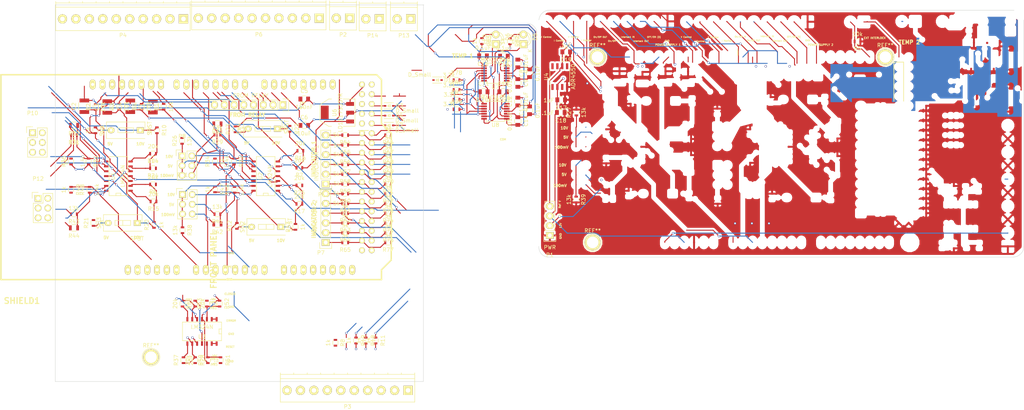
<source format=kicad_pcb>
(kicad_pcb (version 4) (host pcbnew 4.0.2-stable)
  (layers (0 F.Cu signal) (31 B.Cu signal) (34 B.Paste user) (35 F.Paste user) (36 B.SilkS user) (37 F.SilkS user) (38 B.Mask user) (39 F.Mask user) (44 Edge.Cuts user))
  (net 0 "")
  (net 1 I_OUT2)
  (net 2 GND)
  (net 3 V_OUT1)
  (net 4 I_OUT1)
  (net 5 V_OUT2)
  (net 6 +5V)
  (net 7 +3V3)
  (net 8 T1+)
  (net 9 T1-)
  (net 10 T2+)
  (net 11 T2-)
  (net 12 CS1)
  (net 13 CS1_3V3)
  (net 14 SDI)
  (net 15 SDI_3V3)
  (net 16 CS2)
  (net 17 CS2_3V3)
  (net 18 SCK)
  (net 19 SCK_3V3)
  (net 20 FAULT1)
  (net 21 "Net-(D5-Pad2)")
  (net 22 FAULT2)
  (net 23 "Net-(D6-Pad2)")
  (net 24 +12V)
  (net 25 EXTERNAL_INTERLOCK)
  (net 26 "Net-(P3-Pad4)")
  (net 27 RESET)
  (net 28 "Net-(P3-Pad8)")
  (net 29 "Net-(P3-Pad10)")
  (net 30 "ON/OFF(A)1_10V")
  (net 31 OPEN/CLOSE1_OUT)
  (net 32 OPEN/CLOSE1_IN)
  (net 33 "ON/OFF(P)1_OUT")
  (net 34 "ON/OFF(P)1_IN")
  (net 35 I_MONITOR1)
  (net 36 V_MONITOR1)
  (net 37 I_CONTROL1)
  (net 38 V_CONTROL1)
  (net 39 I_STATUS1_OUT)
  (net 40 V_STATUS1_OUT)
  (net 41 ARC_MONITOR1_OUT)
  (net 42 LOCAL/REMOTE1_OUT)
  (net 43 TRIP1_OUT)
  (net 44 HV_INDICATOR1_OUT)
  (net 45 "ON/OFF(A)2_10V")
  (net 46 OPEN/CLOSE2_OUT)
  (net 47 OPEN/CLOSE2_IN)
  (net 48 "ON/OFF(P)2_OUT")
  (net 49 "ON/OFF(P)2_IN")
  (net 50 I_MONITOR2)
  (net 51 V_MONITOR2)
  (net 52 I_CONTROL2)
  (net 53 V_CONTROL2)
  (net 54 I_STATUS2_OUT)
  (net 55 V_STATUS2_OUT)
  (net 56 ARC_MONITOR2_OUT)
  (net 57 LOCAL/REMOTE2_OUT)
  (net 58 TRIP2_OUT)
  (net 59 HV_INDICATOR2_OUT)
  (net 60 INTERLOCK1_CON)
  (net 61 INTERLOCK2_CON)
  (net 62 "ON/OFF(P)2_CON")
  (net 63 "ON/OFF(P)1_CON")
  (net 64 SDO)
  (net 65 I_PWM2)
  (net 66 V_PWM1)
  (net 67 I_PWM1)
  (net 68 V_PWM2)
  (net 69 "Net-(R15-Pad1)")
  (net 70 "Net-(R16-Pad1)")
  (net 71 COM)
  (net 72 "Net-(R9-Pad1)")
  (net 73 "Net-(R10-Pad2)")
  (net 74 ERROR)
  (net 75 "Net-(R12-Pad1)")
  (net 76 "Net-(R13-Pad2)")
  (net 77 "Net-(R14-Pad2)")
  (net 78 "Net-(R15-Pad2)")
  (net 79 "Net-(R16-Pad2)")
  (net 80 "Net-(R17-Pad2)")
  (net 81 CLOSED)
  (net 82 OPEN)
  (net 83 "Net-(R21-Pad1)")
  (net 84 "Net-(R23-Pad1)")
  (net 85 V_READING2)
  (net 86 V_READING1)
  (net 87 "Net-(R37-Pad2)")
  (net 88 "Net-(R45-Pad2)")
  (net 89 I_READING2)
  (net 90 I_READING1)
  (net 91 "Net-(R50-Pad2)")
  (net 92 "Net-(R51-Pad2)")
  (net 93 "Net-(R52-Pad2)")
  (net 94 "Net-(R53-Pad2)")
  (net 95 HV_INDICATOR1)
  (net 96 TRIP1)
  (net 97 LOCAL/REMOTE1)
  (net 98 ARC_MONITOR1)
  (net 99 V_STATUS1)
  (net 100 I_STATUS1)
  (net 101 HV_INDICATOR2)
  (net 102 TRIP2)
  (net 103 LOCAL/REMOTE2)
  (net 104 ARC_MONITOR2)
  (net 105 V_STATUS2)
  (net 106 I_STATUS2)
  (net 107 "Net-(SHIELD1-Pad14)")
  (net 108 "Net-(SHIELD1-Pad15)")
  (net 109 "Net-(SHIELD1-Pad16)")
  (net 110 "Net-(SHIELD1-Pad17)")
  (net 111 "Net-(SHIELD1-Pad18)")
  (net 112 "Net-(SHIELD1-Pad19)")
  (net 113 "Net-(SHIELD1-Pad20)")
  (net 114 "Net-(SHIELD1-PadAD15)")
  (net 115 "Net-(SHIELD1-PadAD14)")
  (net 116 "Net-(SHIELD1-PadAD13)")
  (net 117 "Net-(SHIELD1-PadAD12)")
  (net 118 "Net-(SHIELD1-PadAD8)")
  (net 119 "Net-(SHIELD1-PadAD7)")
  (net 120 "Net-(SHIELD1-PadAD6)")
  (net 121 "Net-(SHIELD1-PadAD9)")
  (net 122 "Net-(SHIELD1-PadAD10)")
  (net 123 "Net-(SHIELD1-PadAD11)")
  (net 124 "Net-(SHIELD1-PadAD5)")
  (net 125 "Net-(SHIELD1-PadAD4)")
  (net 126 "Net-(SHIELD1-PadV_IN)")
  (net 127 "Net-(SHIELD1-PadGND2)")
  (net 128 "Net-(SHIELD1-Pad3V3)")
  (net 129 "Net-(SHIELD1-Pad0)")
  (net 130 "Net-(SHIELD1-Pad1)")
  (net 131 "Net-(SHIELD1-Pad13)")
  (net 132 "Net-(SHIELD1-PadGND3)")
  (net 133 "ON/OFF(A)1")
  (net 134 "ON/OFF(A)2")
  (net 135 "Net-(U3-Pad1)")
  (net 136 "Net-(U3-Pad13)")
  (net 137 "Net-(U7-Pad6)")
  (net 138 "Net-(U7-Pad7)")
  (net 139 "Net-(U8-Pad6)")
  (net 140 "Net-(U8-Pad7)")
  (net 141 "Net-(SHIELD1-Pad41)")
  (net 142 "Net-(P8-Pad1)")
  (net 143 "Net-(P10-Pad1)")
  (net 144 "Net-(P11-Pad1)")
  (net 145 "Net-(P11-Pad2)")
  (net 146 "Net-(P12-Pad1)")
  (net 147 "Net-(P12-Pad2)")
  (net 148 "Net-(SHIELD1-Pad43)")
  (net 149 "Net-(SHIELD1-Pad45)")
  (net 150 "Net-(SHIELD1-Pad47)")
  (net 151 "Net-(SHIELD1-Pad49)")
  (net 152 "Net-(SHIELD1-Pad51)")
  (net 153 "Net-(SHIELD1-Pad53)")
  (net 154 "Net-(P3-Pad6)")
  (net 155 V_REF)
  (net 156 "Net-(SHIELD1-Pad5)")
  (net 157 "Net-(SHIELD1-Pad6)")
  (net 158 "Net-(SHIELD1-Pad7)")
  (net 159 "Net-(SHIELD1-Pad8)")
  (net 160 "Net-(SHIELD1-Pad2)")
  (net 161 "Net-(P8-Pad2)")
  (net 162 "Net-(P8-Pad4)")
  (net 163 "Net-(P8-Pad6)")
  (net 164 "Net-(P10-Pad2)")
  (net 165 "Net-(P10-Pad4)")
  (net 166 "Net-(P10-Pad6)")
  (net 167 "Net-(P11-Pad4)")
  (net 168 "Net-(P11-Pad6)")
  (net 169 "Net-(P12-Pad4)")
  (net 170 "Net-(P12-Pad6)")
  (net 171 "Net-(R43-Pad1)")
  (module arduino_shields:ARDUINO_MEGA_SHIELD (layer F.Cu) (at 35.9799 105.8159)
    (fp_text reference SHIELD1 (at 5.461 5.5245) (layer F.SilkS) (effects (font (thickness 0.3048))))
    (fp_text value ARDUINO_MEGA_SHIELD hide)
    (pad 14 thru_hole oval (at 68.58 -50.8 90) (size 2.54 1.524) (drill 0.8128) (layers *.Cu *.Mask F.SilkS) (net 107 "Net-(SHIELD1-Pad14)"))
    (pad 15 thru_hole oval (at 71.12 -50.8 90) (size 2.54 1.524) (drill 0.8128) (layers *.Cu *.Mask F.SilkS) (net 108 "Net-(SHIELD1-Pad15)"))
    (pad 16 thru_hole oval (at 73.66 -50.8 90) (size 2.54 1.524) (drill 0.8128) (layers *.Cu *.Mask F.SilkS) (net 109 "Net-(SHIELD1-Pad16)"))
    (pad 17 thru_hole oval (at 76.2 -50.8 90) (size 2.54 1.524) (drill 0.8128) (layers *.Cu *.Mask F.SilkS) (net 110 "Net-(SHIELD1-Pad17)"))
    (pad 18 thru_hole oval (at 78.74 -50.8 90) (size 2.54 1.524) (drill 0.8128) (layers *.Cu *.Mask F.SilkS) (net 111 "Net-(SHIELD1-Pad18)"))
    (pad 19 thru_hole oval (at 81.28 -50.8 90) (size 2.54 1.524) (drill 0.8128) (layers *.Cu *.Mask F.SilkS) (net 112 "Net-(SHIELD1-Pad19)"))
    (pad 20 thru_hole oval (at 83.82 -50.8 90) (size 2.54 1.524) (drill 0.8128) (layers *.Cu *.Mask F.SilkS) (net 113 "Net-(SHIELD1-Pad20)"))
    (pad 21 thru_hole oval (at 86.36 -50.8 90) (size 2.54 1.524) (drill 0.8128) (layers *.Cu *.Mask F.SilkS) (net 25 EXTERNAL_INTERLOCK))
    (pad AD15 thru_hole oval (at 91.44 -2.54 90) (size 2.54 1.524) (drill 0.8128) (layers *.Cu *.Mask F.SilkS) (net 114 "Net-(SHIELD1-PadAD15)"))
    (pad AD14 thru_hole oval (at 88.9 -2.54 90) (size 2.54 1.524) (drill 0.8128) (layers *.Cu *.Mask F.SilkS) (net 115 "Net-(SHIELD1-PadAD14)"))
    (pad AD13 thru_hole oval (at 86.36 -2.54 90) (size 2.54 1.524) (drill 0.8128) (layers *.Cu *.Mask F.SilkS) (net 116 "Net-(SHIELD1-PadAD13)"))
    (pad AD12 thru_hole oval (at 83.82 -2.54 90) (size 2.54 1.524) (drill 0.8128) (layers *.Cu *.Mask F.SilkS) (net 117 "Net-(SHIELD1-PadAD12)"))
    (pad AD8 thru_hole oval (at 73.66 -2.54 90) (size 2.54 1.524) (drill 0.8128) (layers *.Cu *.Mask F.SilkS) (net 118 "Net-(SHIELD1-PadAD8)"))
    (pad AD7 thru_hole oval (at 68.58 -2.54 90) (size 2.54 1.524) (drill 0.8128) (layers *.Cu *.Mask F.SilkS) (net 119 "Net-(SHIELD1-PadAD7)"))
    (pad AD6 thru_hole oval (at 66.04 -2.54 90) (size 2.54 1.524) (drill 0.8128) (layers *.Cu *.Mask F.SilkS) (net 120 "Net-(SHIELD1-PadAD6)"))
    (pad AD9 thru_hole oval (at 76.2 -2.54 90) (size 2.54 1.524) (drill 0.8128) (layers *.Cu *.Mask F.SilkS) (net 121 "Net-(SHIELD1-PadAD9)"))
    (pad AD10 thru_hole oval (at 78.74 -2.54 90) (size 2.54 1.524) (drill 0.8128) (layers *.Cu *.Mask F.SilkS) (net 122 "Net-(SHIELD1-PadAD10)"))
    (pad AD11 thru_hole oval (at 81.28 -2.54 90) (size 2.54 1.524) (drill 0.8128) (layers *.Cu *.Mask F.SilkS) (net 123 "Net-(SHIELD1-PadAD11)"))
    (pad AD5 thru_hole oval (at 63.5 -2.54 90) (size 2.54 1.524) (drill 0.8128) (layers *.Cu *.Mask F.SilkS) (net 124 "Net-(SHIELD1-PadAD5)"))
    (pad AD4 thru_hole oval (at 60.96 -2.54 90) (size 2.54 1.524) (drill 0.8128) (layers *.Cu *.Mask F.SilkS) (net 125 "Net-(SHIELD1-PadAD4)"))
    (pad AD3 thru_hole oval (at 58.42 -2.54 90) (size 2.54 1.524) (drill 0.8128) (layers *.Cu *.Mask F.SilkS) (net 85 V_READING2))
    (pad AD0 thru_hole oval (at 50.8 -2.54 90) (size 2.54 1.524) (drill 0.8128) (layers *.Cu *.Mask F.SilkS) (net 86 V_READING1))
    (pad AD1 thru_hole oval (at 53.34 -2.54 90) (size 2.54 1.524) (drill 0.8128) (layers *.Cu *.Mask F.SilkS) (net 89 I_READING2))
    (pad AD2 thru_hole oval (at 55.88 -2.54 90) (size 2.54 1.524) (drill 0.8128) (layers *.Cu *.Mask F.SilkS) (net 90 I_READING1))
    (pad V_IN thru_hole oval (at 45.72 -2.54 90) (size 2.54 1.524) (drill 0.8128) (layers *.Cu *.Mask F.SilkS) (net 126 "Net-(SHIELD1-PadV_IN)"))
    (pad GND2 thru_hole oval (at 43.18 -2.54 90) (size 2.54 1.524) (drill 0.8128) (layers *.Cu *.Mask F.SilkS) (net 127 "Net-(SHIELD1-PadGND2)"))
    (pad GND1 thru_hole oval (at 40.64 -2.54 90) (size 2.54 1.524) (drill 0.8128) (layers *.Cu *.Mask F.SilkS) (net 2 GND))
    (pad 3V3 thru_hole oval (at 35.56 -2.54 90) (size 2.54 1.524) (drill 0.8128) (layers *.Cu *.Mask F.SilkS) (net 128 "Net-(SHIELD1-Pad3V3)"))
    (pad RST thru_hole oval (at 33.02 -2.54 90) (size 2.54 1.524) (drill 0.8128) (layers *.Cu *.Mask F.SilkS) (net 27 RESET))
    (pad 0 thru_hole oval (at 63.5 -50.8 90) (size 2.54 1.524) (drill 0.8128) (layers *.Cu *.Mask F.SilkS) (net 129 "Net-(SHIELD1-Pad0)"))
    (pad 1 thru_hole oval (at 60.96 -50.8 90) (size 2.54 1.524) (drill 0.8128) (layers *.Cu *.Mask F.SilkS) (net 130 "Net-(SHIELD1-Pad1)"))
    (pad 2 thru_hole oval (at 58.42 -50.8 90) (size 2.54 1.524) (drill 0.8128) (layers *.Cu *.Mask F.SilkS) (net 160 "Net-(SHIELD1-Pad2)"))
    (pad 3 thru_hole oval (at 55.88 -50.8 90) (size 2.54 1.524) (drill 0.8128) (layers *.Cu *.Mask F.SilkS) (net 134 "ON/OFF(A)2"))
    (pad 4 thru_hole oval (at 53.34 -50.8 90) (size 2.54 1.524) (drill 0.8128) (layers *.Cu *.Mask F.SilkS) (net 133 "ON/OFF(A)1"))
    (pad 5 thru_hole oval (at 50.8 -50.8 90) (size 2.54 1.524) (drill 0.8128) (layers *.Cu *.Mask F.SilkS) (net 156 "Net-(SHIELD1-Pad5)"))
    (pad 6 thru_hole oval (at 48.26 -50.8 90) (size 2.54 1.524) (drill 0.8128) (layers *.Cu *.Mask F.SilkS) (net 157 "Net-(SHIELD1-Pad6)"))
    (pad 7 thru_hole oval (at 45.72 -50.8 90) (size 2.54 1.524) (drill 0.8128) (layers *.Cu *.Mask F.SilkS) (net 158 "Net-(SHIELD1-Pad7)"))
    (pad 8 thru_hole oval (at 41.656 -50.8 90) (size 2.54 1.524) (drill 0.8128) (layers *.Cu *.Mask F.SilkS) (net 159 "Net-(SHIELD1-Pad8)"))
    (pad 9 thru_hole oval (at 39.116 -50.8 90) (size 2.54 1.524) (drill 0.8128) (layers *.Cu *.Mask F.SilkS) (net 65 I_PWM2))
    (pad 10 thru_hole oval (at 36.576 -50.8 90) (size 2.54 1.524) (drill 0.8128) (layers *.Cu *.Mask F.SilkS) (net 68 V_PWM2))
    (pad 11 thru_hole oval (at 34.036 -50.8 90) (size 2.54 1.524) (drill 0.8128) (layers *.Cu *.Mask F.SilkS) (net 67 I_PWM1))
    (pad 12 thru_hole oval (at 31.496 -50.8 90) (size 2.54 1.524) (drill 0.8128) (layers *.Cu *.Mask F.SilkS) (net 66 V_PWM1))
    (pad 13 thru_hole oval (at 28.956 -50.8 90) (size 2.54 1.524) (drill 0.8128) (layers *.Cu *.Mask F.SilkS) (net 131 "Net-(SHIELD1-Pad13)"))
    (pad GND3 thru_hole oval (at 26.416 -50.8 90) (size 2.54 1.524) (drill 0.8128) (layers *.Cu *.Mask F.SilkS) (net 132 "Net-(SHIELD1-PadGND3)"))
    (pad AREF thru_hole oval (at 23.876 -50.8 90) (size 2.54 1.524) (drill 0.8128) (layers *.Cu *.Mask F.SilkS) (net 155 V_REF))
    (pad 5V thru_hole oval (at 38.1 -2.54 90) (size 2.54 1.524) (drill 0.8128) (layers *.Cu *.Mask F.SilkS) (net 6 +5V))
    (pad 22 thru_hole circle (at 93.98 -48.26) (size 1.524 1.524) (drill 0.8128) (layers *.Cu *.Mask F.SilkS) (net 60 INTERLOCK1_CON))
    (pad 23 thru_hole circle (at 96.52 -48.26) (size 1.524 1.524) (drill 0.8128) (layers *.Cu *.Mask F.SilkS) (net 12 CS1))
    (pad 24 thru_hole circle (at 93.98 -45.72) (size 1.524 1.524) (drill 0.8128) (layers *.Cu *.Mask F.SilkS) (net 61 INTERLOCK2_CON))
    (pad 25 thru_hole circle (at 96.52 -45.72) (size 1.524 1.524) (drill 0.8128) (layers *.Cu *.Mask F.SilkS) (net 16 CS2))
    (pad 26 thru_hole circle (at 93.98 -43.18) (size 1.524 1.524) (drill 0.8128) (layers *.Cu *.Mask F.SilkS) (net 63 "ON/OFF(P)1_CON"))
    (pad 27 thru_hole circle (at 96.52 -43.18) (size 1.524 1.524) (drill 0.8128) (layers *.Cu *.Mask F.SilkS) (net 18 SCK))
    (pad 28 thru_hole circle (at 93.98 -40.64) (size 1.524 1.524) (drill 0.8128) (layers *.Cu *.Mask F.SilkS) (net 62 "ON/OFF(P)2_CON"))
    (pad 29 thru_hole circle (at 96.52 -40.64) (size 1.524 1.524) (drill 0.8128) (layers *.Cu *.Mask F.SilkS) (net 14 SDI))
    (pad 5V_4 thru_hole circle (at 93.98 -50.8) (size 1.524 1.524) (drill 0.8128) (layers *.Cu *.Mask F.SilkS) (net 6 +5V))
    (pad 5V_5 thru_hole circle (at 96.52 -50.8) (size 1.524 1.524) (drill 0.8128) (layers *.Cu *.Mask F.SilkS) (net 6 +5V))
    (pad 31 thru_hole circle (at 96.52 -38.1) (size 1.524 1.524) (drill 0.8128) (layers *.Cu *.Mask F.SilkS) (net 64 SDO))
    (pad 30 thru_hole circle (at 93.98 -38.1) (size 1.524 1.524) (drill 0.8128) (layers *.Cu *.Mask F.SilkS) (net 95 HV_INDICATOR1))
    (pad 32 thru_hole circle (at 93.98 -35.56) (size 1.524 1.524) (drill 0.8128) (layers *.Cu *.Mask F.SilkS) (net 96 TRIP1))
    (pad 33 thru_hole circle (at 96.52 -35.56) (size 1.524 1.524) (drill 0.8128) (layers *.Cu *.Mask F.SilkS) (net 71 COM))
    (pad 34 thru_hole circle (at 93.98 -33.02) (size 1.524 1.524) (drill 0.8128) (layers *.Cu *.Mask F.SilkS) (net 97 LOCAL/REMOTE1))
    (pad 35 thru_hole circle (at 96.52 -33.02) (size 1.524 1.524) (drill 0.8128) (layers *.Cu *.Mask F.SilkS) (net 82 OPEN))
    (pad 36 thru_hole circle (at 93.98 -30.48) (size 1.524 1.524) (drill 0.8128) (layers *.Cu *.Mask F.SilkS) (net 98 ARC_MONITOR1))
    (pad 37 thru_hole circle (at 96.52 -30.48) (size 1.524 1.524) (drill 0.8128) (layers *.Cu *.Mask F.SilkS) (net 81 CLOSED))
    (pad 38 thru_hole circle (at 93.98 -27.94) (size 1.524 1.524) (drill 0.8128) (layers *.Cu *.Mask F.SilkS) (net 99 V_STATUS1))
    (pad 39 thru_hole circle (at 96.52 -27.94) (size 1.524 1.524) (drill 0.8128) (layers *.Cu *.Mask F.SilkS) (net 74 ERROR))
    (pad 40 thru_hole circle (at 93.98 -25.4) (size 1.524 1.524) (drill 0.8128) (layers *.Cu *.Mask F.SilkS) (net 100 I_STATUS1))
    (pad 41 thru_hole circle (at 96.52 -25.4) (size 1.524 1.524) (drill 0.8128) (layers *.Cu *.Mask F.SilkS) (net 141 "Net-(SHIELD1-Pad41)"))
    (pad 42 thru_hole circle (at 93.98 -22.86) (size 1.524 1.524) (drill 0.8128) (layers *.Cu *.Mask F.SilkS) (net 101 HV_INDICATOR2))
    (pad 43 thru_hole circle (at 96.52 -22.86) (size 1.524 1.524) (drill 0.8128) (layers *.Cu *.Mask F.SilkS) (net 148 "Net-(SHIELD1-Pad43)"))
    (pad 44 thru_hole circle (at 93.98 -20.32) (size 1.524 1.524) (drill 0.8128) (layers *.Cu *.Mask F.SilkS) (net 102 TRIP2))
    (pad 45 thru_hole circle (at 96.52 -20.32) (size 1.524 1.524) (drill 0.8128) (layers *.Cu *.Mask F.SilkS) (net 149 "Net-(SHIELD1-Pad45)"))
    (pad 46 thru_hole circle (at 93.98 -17.78) (size 1.524 1.524) (drill 0.8128) (layers *.Cu *.Mask F.SilkS) (net 103 LOCAL/REMOTE2))
    (pad 47 thru_hole circle (at 96.52 -17.78) (size 1.524 1.524) (drill 0.8128) (layers *.Cu *.Mask F.SilkS) (net 150 "Net-(SHIELD1-Pad47)"))
    (pad 48 thru_hole circle (at 93.98 -15.24) (size 1.524 1.524) (drill 0.8128) (layers *.Cu *.Mask F.SilkS) (net 104 ARC_MONITOR2))
    (pad 49 thru_hole circle (at 96.52 -15.24) (size 1.524 1.524) (drill 0.8128) (layers *.Cu *.Mask F.SilkS) (net 151 "Net-(SHIELD1-Pad49)"))
    (pad 50 thru_hole circle (at 93.98 -12.7) (size 1.524 1.524) (drill 0.8128) (layers *.Cu *.Mask F.SilkS) (net 105 V_STATUS2))
    (pad 51 thru_hole circle (at 96.52 -12.7) (size 1.524 1.524) (drill 0.8128) (layers *.Cu *.Mask F.SilkS) (net 152 "Net-(SHIELD1-Pad51)"))
    (pad 52 thru_hole circle (at 93.98 -10.16) (size 1.524 1.524) (drill 0.8128) (layers *.Cu *.Mask F.SilkS) (net 106 I_STATUS2))
    (pad 53 thru_hole circle (at 96.52 -10.16) (size 1.524 1.524) (drill 0.8128) (layers *.Cu *.Mask F.SilkS) (net 153 "Net-(SHIELD1-Pad53)"))
    (pad GND4 thru_hole circle (at 93.98 -7.62) (size 1.524 1.524) (drill 0.8128) (layers *.Cu *.Mask F.SilkS) (net 2 GND))
    (pad GND5 thru_hole circle (at 96.52 -7.62) (size 1.524 1.524) (drill 0.8128) (layers *.Cu *.Mask F.SilkS) (net 2 GND))
  )
  (module LEDs:LED-3MM (layer F.Cu) (at 171.9842 44.5384 90)
    (fp_text reference D5 (at 1.91 3.06 90) (layer F.SilkS))
    (fp_text value LED (at 1.3 -2.9 90) (layer F.SilkS))
    (fp_text user K (at -1.69 1.74 90) (layer F.SilkS))
    (pad 1 thru_hole rect (at 0 0 180) (size 2 2) (drill 1.00076) (layers *.Cu *.Mask F.SilkS) (net 20 FAULT1))
    (pad 2 thru_hole circle (at 2.54 0 90) (size 2 2) (drill 1.00076) (layers *.Cu *.Mask F.SilkS) (net 21 "Net-(D5-Pad2)"))
  )
  (module LEDs:LED-3MM (layer F.Cu) (at 164.8087 44.5384 90)
    (fp_text reference D6 (at 1.91 3.06 90) (layer F.SilkS))
    (fp_text value LED (at 1.3 -2.9 90) (layer F.SilkS))
    (fp_text user K (at -1.69 1.74 90) (layer F.SilkS))
    (pad 1 thru_hole rect (at 0 0 180) (size 2 2) (drill 1.00076) (layers *.Cu *.Mask F.SilkS) (net 22 FAULT2))
    (pad 2 thru_hole circle (at 2.54 0 90) (size 2 2) (drill 1.00076) (layers *.Cu *.Mask F.SilkS) (net 23 "Net-(D6-Pad2)"))
  )
  (module Diodes_SMD:SOD-323 (layer F.Cu) (at 149.6322 53.8729)
    (fp_text reference D1 (at 2.667 0) (layer F.SilkS))
    (fp_text value D_Small (at -4.699 -1.397) (layer F.SilkS))
    (pad 1 smd rect (at -1.055 0) (size 0.59 0.45) (layers F.Cu F.Paste F.Mask) (net 12 CS1))
    (pad 2 smd rect (at 1.055 0) (size 0.59 0.45) (layers F.Cu F.Paste F.Mask) (net 13 CS1_3V3))
  )
  (module Diodes_SMD:SOD-323 (layer F.Cu) (at 137.0465 65.6712)
    (fp_text reference D2 (at 2.667 0) (layer F.SilkS))
    (fp_text value D_Small (at 4.572 1.27) (layer F.SilkS))
    (pad 1 smd rect (at -1.055 0) (size 0.59 0.45) (layers F.Cu F.Paste F.Mask) (net 14 SDI))
    (pad 2 smd rect (at 1.055 0) (size 0.59 0.45) (layers F.Cu F.Paste F.Mask) (net 15 SDI_3V3))
  )
  (module Diodes_SMD:SOD-323 (layer F.Cu) (at 137.0465 60.5912)
    (fp_text reference D3 (at 2.667 0) (layer F.SilkS))
    (fp_text value D_Small (at 4.699 1.27) (layer F.SilkS))
    (pad 1 smd rect (at -1.055 0) (size 0.59 0.45) (layers F.Cu F.Paste F.Mask) (net 16 CS2))
    (pad 2 smd rect (at 1.055 0) (size 0.59 0.45) (layers F.Cu F.Paste F.Mask) (net 17 CS2_3V3))
  )
  (module Diodes_SMD:SOD-323 (layer F.Cu) (at 137.0465 63.1312)
    (fp_text reference D4 (at 2.667 0) (layer F.SilkS))
    (fp_text value D_Small (at 4.572 1.27) (layer F.SilkS))
    (pad 1 smd rect (at -1.055 0) (size 0.59 0.45) (layers F.Cu F.Paste F.Mask) (net 18 SCK))
    (pad 2 smd rect (at 1.055 0) (size 0.59 0.45) (layers F.Cu F.Paste F.Mask) (net 19 SCK_3V3))
  )
  (module Pin_Headers:Pin_Header_Straight_1x04 (layer F.Cu) (at 178.8676 94.3224 180)
    (fp_text reference P1 (at 0 -5.1 180) (layer F.SilkS))
    (fp_text value PWR (at 0 -3.1 180) (layer F.SilkS))
    (pad 1 thru_hole rect (at 0 0 180) (size 2.032 1.7272) (drill 1.016) (layers *.Cu *.Mask F.SilkS) (net 2 GND))
    (pad 2 thru_hole oval (at 0 2.54 180) (size 2.032 1.7272) (drill 1.016) (layers *.Cu *.Mask F.SilkS) (net 24 +12V))
    (pad 3 thru_hole oval (at 0 5.08 180) (size 2.032 1.7272) (drill 1.016) (layers *.Cu *.Mask F.SilkS) (net 6 +5V))
    (pad 4 thru_hole oval (at 0 7.62 180) (size 2.032 1.7272) (drill 1.016) (layers *.Cu *.Mask F.SilkS) (net 155 V_REF))
  )
  (module Pin_Headers:Pin_Header_Straight_1x06 (layer F.Cu) (at 120.523 80.9117 180)
    (fp_text reference P5 (at 1.016 -2.794 180) (layer F.SilkS))
    (fp_text value "INDICATOR 1" (at 2.413 5.461 270) (layer F.SilkS))
    (pad 1 thru_hole rect (at 0 0 180) (size 2.032 1.7272) (drill 1.016) (layers *.Cu *.Mask F.SilkS) (net 39 I_STATUS1_OUT))
    (pad 2 thru_hole oval (at 0 2.54 180) (size 2.032 1.7272) (drill 1.016) (layers *.Cu *.Mask F.SilkS) (net 40 V_STATUS1_OUT))
    (pad 3 thru_hole oval (at 0 5.08 180) (size 2.032 1.7272) (drill 1.016) (layers *.Cu *.Mask F.SilkS) (net 41 ARC_MONITOR1_OUT))
    (pad 4 thru_hole oval (at 0 7.62 180) (size 2.032 1.7272) (drill 1.016) (layers *.Cu *.Mask F.SilkS) (net 42 LOCAL/REMOTE1_OUT))
    (pad 5 thru_hole oval (at 0 10.16 180) (size 2.032 1.7272) (drill 1.016) (layers *.Cu *.Mask F.SilkS) (net 43 TRIP1_OUT))
    (pad 6 thru_hole oval (at 0 12.7 180) (size 2.032 1.7272) (drill 1.016) (layers *.Cu *.Mask F.SilkS) (net 44 HV_INDICATOR1_OUT))
  )
  (module Pin_Headers:Pin_Header_Straight_1x06 (layer F.Cu) (at 120.523 96.1517 180)
    (fp_text reference P7 (at 1.27 -2.667 180) (layer F.SilkS))
    (fp_text value "INDICATOR 2" (at 2.794 6.477 270) (layer F.SilkS))
    (pad 1 thru_hole rect (at 0 0 180) (size 2.032 1.7272) (drill 1.016) (layers *.Cu *.Mask F.SilkS) (net 54 I_STATUS2_OUT))
    (pad 2 thru_hole oval (at 0 2.54 180) (size 2.032 1.7272) (drill 1.016) (layers *.Cu *.Mask F.SilkS) (net 55 V_STATUS2_OUT))
    (pad 3 thru_hole oval (at 0 5.08 180) (size 2.032 1.7272) (drill 1.016) (layers *.Cu *.Mask F.SilkS) (net 56 ARC_MONITOR2_OUT))
    (pad 4 thru_hole oval (at 0 7.62 180) (size 2.032 1.7272) (drill 1.016) (layers *.Cu *.Mask F.SilkS) (net 57 LOCAL/REMOTE2_OUT))
    (pad 5 thru_hole oval (at 0 10.16 180) (size 2.032 1.7272) (drill 1.016) (layers *.Cu *.Mask F.SilkS) (net 58 TRIP2_OUT))
    (pad 6 thru_hole oval (at 0 12.7 180) (size 2.032 1.7272) (drill 1.016) (layers *.Cu *.Mask F.SilkS) (net 59 HV_INDICATOR2_OUT))
  )
  (module Pin_Headers:Pin_Header_Straight_1x08 (layer F.Cu) (at 109.347 60.3377 270)
    (fp_text reference P9 (at 0 -5.1 270) (layer F.SilkS))
    (fp_text value "FROM RELAY" (at -2.413 8.382 360) (layer F.SilkS))
    (pad 1 thru_hole rect (at 0 0 270) (size 2.032 1.7272) (drill 1.016) (layers *.Cu *.Mask F.SilkS) (net 46 OPEN/CLOSE2_OUT))
    (pad 2 thru_hole oval (at 0 2.54 270) (size 2.032 1.7272) (drill 1.016) (layers *.Cu *.Mask F.SilkS) (net 47 OPEN/CLOSE2_IN))
    (pad 3 thru_hole oval (at 0 5.08 270) (size 2.032 1.7272) (drill 1.016) (layers *.Cu *.Mask F.SilkS) (net 48 "ON/OFF(P)2_OUT"))
    (pad 4 thru_hole oval (at 0 7.62 270) (size 2.032 1.7272) (drill 1.016) (layers *.Cu *.Mask F.SilkS) (net 49 "ON/OFF(P)2_IN"))
    (pad 5 thru_hole oval (at 0 10.16 270) (size 2.032 1.7272) (drill 1.016) (layers *.Cu *.Mask F.SilkS) (net 31 OPEN/CLOSE1_OUT))
    (pad 6 thru_hole oval (at 0 12.7 270) (size 2.032 1.7272) (drill 1.016) (layers *.Cu *.Mask F.SilkS) (net 32 OPEN/CLOSE1_IN))
    (pad 7 thru_hole oval (at 0 15.24 270) (size 2.032 1.7272) (drill 1.016) (layers *.Cu *.Mask F.SilkS) (net 33 "ON/OFF(P)1_OUT"))
    (pad 8 thru_hole oval (at 0 17.78 270) (size 2.032 1.7272) (drill 1.016) (layers *.Cu *.Mask F.SilkS) (net 34 "ON/OFF(P)1_IN"))
  )
  (module Buttons_Switches_ThroughHole:SW_DIP_x1_Slide (layer F.Cu) (at 72.263 66.9417 90)
    (fp_text reference SW1 (at 0 -10 90) (layer F.SilkS))
    (fp_text value SPST (at 0.5 2.4 90) (layer F.SilkS))
    (pad 1 thru_hole rect (at 0 0 90) (size 1.524 1.824) (drill 0.762) (layers *.Cu *.Mask F.SilkS) (net 37 I_CONTROL1))
    (pad 2 thru_hole oval (at 0 -7.62 90) (size 1.524 1.824) (drill 0.762) (layers *.Cu *.Mask F.SilkS) (net 72 "Net-(R9-Pad1)"))
  )
  (module Buttons_Switches_ThroughHole:SW_DIP_x1_Slide (layer F.Cu) (at 108.839 92.0877 90)
    (fp_text reference SW2 (at 0 -10 90) (layer F.SilkS))
    (fp_text value SPST (at 0.5 2.4 90) (layer F.SilkS))
    (pad 1 thru_hole rect (at 0 0 90) (size 1.524 1.824) (drill 0.762) (layers *.Cu *.Mask F.SilkS) (net 52 I_CONTROL2))
    (pad 2 thru_hole oval (at 0 -7.62 90) (size 1.524 1.824) (drill 0.762) (layers *.Cu *.Mask F.SilkS) (net 75 "Net-(R12-Pad1)"))
  )
  (module Buttons_Switches_ThroughHole:SW_DIP_x1_Slide (layer F.Cu) (at 71.501 91.0717 90)
    (fp_text reference SW3 (at 0 -10 90) (layer F.SilkS))
    (fp_text value SPST (at -4.064 -0.127 180) (layer F.SilkS))
    (pad 1 thru_hole rect (at 0 0 90) (size 1.524 1.824) (drill 0.762) (layers *.Cu *.Mask F.SilkS) (net 38 V_CONTROL1))
    (pad 2 thru_hole oval (at 0 -7.62 90) (size 1.524 1.824) (drill 0.762) (layers *.Cu *.Mask F.SilkS) (net 83 "Net-(R21-Pad1)"))
  )
  (module Buttons_Switches_ThroughHole:SW_DIP_x1_Slide (layer F.Cu) (at 107.95 66.5607 90)
    (fp_text reference SW4 (at 0 -10 90) (layer F.SilkS))
    (fp_text value SPST (at 0.5 2.4 90) (layer F.SilkS))
    (pad 1 thru_hole rect (at 0 0 90) (size 1.524 1.824) (drill 0.762) (layers *.Cu *.Mask F.SilkS) (net 53 V_CONTROL2))
    (pad 2 thru_hole oval (at 0 -7.62 90) (size 1.524 1.824) (drill 0.762) (layers *.Cu *.Mask F.SilkS) (net 84 "Net-(R23-Pad1)"))
  )
  (module SMD_Packages:SOIC-14_N (layer F.Cu) (at 66.421 78.8797 90)
    (fp_text reference U1 (at 0 -1.27 90) (layer F.SilkS))
    (fp_text value LM324N (at 0 1.27 90) (layer F.SilkS))
    (pad 1 smd rect (at -3.81 3.302 90) (size 0.508 1.143) (layers F.Cu F.Paste F.Mask) (net 78 "Net-(R15-Pad2)"))
    (pad 2 smd rect (at -2.54 3.302 90) (size 0.508 1.143) (layers F.Cu F.Paste F.Mask) (net 69 "Net-(R15-Pad1)"))
    (pad 3 smd rect (at -1.27 3.302 90) (size 0.508 1.143) (layers F.Cu F.Paste F.Mask) (net 3 V_OUT1))
    (pad 4 smd rect (at 0 3.302 90) (size 0.508 1.143) (layers F.Cu F.Paste F.Mask) (net 24 +12V))
    (pad 5 smd rect (at 1.27 3.302 90) (size 0.508 1.143) (layers F.Cu F.Paste F.Mask) (net 4 I_OUT1))
    (pad 6 smd rect (at 2.54 3.302 90) (size 0.508 1.143) (layers F.Cu F.Paste F.Mask) (net 73 "Net-(R10-Pad2)"))
    (pad 7 smd rect (at 3.81 3.302 90) (size 0.508 1.143) (layers F.Cu F.Paste F.Mask) (net 77 "Net-(R14-Pad2)"))
    (pad 8 smd rect (at 3.81 -3.048 90) (size 0.508 1.143) (layers F.Cu F.Paste F.Mask) (net 164 "Net-(P10-Pad2)"))
    (pad 9 smd rect (at 2.54 -3.048 90) (size 0.508 1.143) (layers F.Cu F.Paste F.Mask) (net 143 "Net-(P10-Pad1)"))
    (pad 11 smd rect (at 0 -3.048 90) (size 0.508 1.143) (layers F.Cu F.Paste F.Mask) (net 2 GND))
    (pad 12 smd rect (at -1.27 -3.048 90) (size 0.508 1.143) (layers F.Cu F.Paste F.Mask) (net 35 I_MONITOR1))
    (pad 13 smd rect (at -2.54 -3.048 90) (size 0.508 1.143) (layers F.Cu F.Paste F.Mask) (net 146 "Net-(P12-Pad1)"))
    (pad 14 smd rect (at -3.81 -3.048 90) (size 0.508 1.143) (layers F.Cu F.Paste F.Mask) (net 171 "Net-(R43-Pad1)"))
    (pad 10 smd rect (at 1.27 -3.048 90) (size 0.508 1.143) (layers F.Cu F.Paste F.Mask) (net 36 V_MONITOR1))
  )
  (module SMD_Packages:SOIC-14_N (layer F.Cu) (at 104.775 78.8797 90)
    (fp_text reference U2 (at 0 -1.27 90) (layer F.SilkS))
    (fp_text value LM324N (at 0 1.27 90) (layer F.SilkS))
    (pad 1 smd rect (at -3.81 3.302 90) (size 0.508 1.143) (layers F.Cu F.Paste F.Mask) (net 80 "Net-(R17-Pad2)"))
    (pad 2 smd rect (at -2.54 3.302 90) (size 0.508 1.143) (layers F.Cu F.Paste F.Mask) (net 76 "Net-(R13-Pad2)"))
    (pad 3 smd rect (at -1.27 3.302 90) (size 0.508 1.143) (layers F.Cu F.Paste F.Mask) (net 1 I_OUT2))
    (pad 4 smd rect (at 0 3.302 90) (size 0.508 1.143) (layers F.Cu F.Paste F.Mask) (net 24 +12V))
    (pad 5 smd rect (at 1.27 3.302 90) (size 0.508 1.143) (layers F.Cu F.Paste F.Mask) (net 5 V_OUT2))
    (pad 6 smd rect (at 2.54 3.302 90) (size 0.508 1.143) (layers F.Cu F.Paste F.Mask) (net 70 "Net-(R16-Pad1)"))
    (pad 7 smd rect (at 3.81 3.302 90) (size 0.508 1.143) (layers F.Cu F.Paste F.Mask) (net 79 "Net-(R16-Pad2)"))
    (pad 8 smd rect (at 3.81 -3.048 90) (size 0.508 1.143) (layers F.Cu F.Paste F.Mask) (net 161 "Net-(P8-Pad2)"))
    (pad 9 smd rect (at 2.54 -3.048 90) (size 0.508 1.143) (layers F.Cu F.Paste F.Mask) (net 142 "Net-(P8-Pad1)"))
    (pad 11 smd rect (at 0 -3.048 90) (size 0.508 1.143) (layers F.Cu F.Paste F.Mask) (net 2 GND))
    (pad 12 smd rect (at -1.27 -3.048 90) (size 0.508 1.143) (layers F.Cu F.Paste F.Mask) (net 50 I_MONITOR2))
    (pad 13 smd rect (at -2.54 -3.048 90) (size 0.508 1.143) (layers F.Cu F.Paste F.Mask) (net 144 "Net-(P11-Pad1)"))
    (pad 14 smd rect (at -3.81 -3.048 90) (size 0.508 1.143) (layers F.Cu F.Paste F.Mask) (net 145 "Net-(P11-Pad2)"))
    (pad 10 smd rect (at 1.27 -3.048 90) (size 0.508 1.143) (layers F.Cu F.Paste F.Mask) (net 51 V_MONITOR2))
  )
  (module SMD_Packages:SOIC-14_N (layer F.Cu) (at 88.3158 119.4308 180)
    (fp_text reference U3 (at 0 -1.27 180) (layer F.SilkS))
    (fp_text value LM324N (at 0 1.27 180) (layer F.SilkS))
    (pad 1 smd rect (at -3.81 3.302 180) (size 0.508 1.143) (layers F.Cu F.Paste F.Mask) (net 135 "Net-(U3-Pad1)"))
    (pad 2 smd rect (at -2.54 3.302 180) (size 0.508 1.143) (layers F.Cu F.Paste F.Mask) (net 135 "Net-(U3-Pad1)"))
    (pad 3 smd rect (at -1.27 3.302 180) (size 0.508 1.143) (layers F.Cu F.Paste F.Mask) (net 93 "Net-(R52-Pad2)"))
    (pad 4 smd rect (at 0 3.302 180) (size 0.508 1.143) (layers F.Cu F.Paste F.Mask) (net 24 +12V))
    (pad 5 smd rect (at 1.27 3.302 180) (size 0.508 1.143) (layers F.Cu F.Paste F.Mask) (net 134 "ON/OFF(A)2"))
    (pad 6 smd rect (at 2.54 3.302 180) (size 0.508 1.143) (layers F.Cu F.Paste F.Mask) (net 45 "ON/OFF(A)2_10V"))
    (pad 7 smd rect (at 3.81 3.302 180) (size 0.508 1.143) (layers F.Cu F.Paste F.Mask) (net 88 "Net-(R45-Pad2)"))
    (pad 8 smd rect (at 3.81 -3.048 180) (size 0.508 1.143) (layers F.Cu F.Paste F.Mask) (net 87 "Net-(R37-Pad2)"))
    (pad 9 smd rect (at 2.54 -3.048 180) (size 0.508 1.143) (layers F.Cu F.Paste F.Mask) (net 30 "ON/OFF(A)1_10V"))
    (pad 11 smd rect (at 0 -3.048 180) (size 0.508 1.143) (layers F.Cu F.Paste F.Mask) (net 2 GND))
    (pad 12 smd rect (at -1.27 -3.048 180) (size 0.508 1.143) (layers F.Cu F.Paste F.Mask) (net 91 "Net-(R50-Pad2)"))
    (pad 13 smd rect (at -2.54 -3.048 180) (size 0.508 1.143) (layers F.Cu F.Paste F.Mask) (net 136 "Net-(U3-Pad13)"))
    (pad 14 smd rect (at -3.81 -3.048 180) (size 0.508 1.143) (layers F.Cu F.Paste F.Mask) (net 136 "Net-(U3-Pad13)"))
    (pad 10 smd rect (at 1.27 -3.048 180) (size 0.508 1.143) (layers F.Cu F.Paste F.Mask) (net 133 "ON/OFF(A)1"))
  )
  (module TO_SOT_Packages_SMD:SOT-223 (layer F.Cu) (at 123.571 62.3697 90)
    (fp_text reference U6 (at 0 -0.762 90) (layer F.SilkS))
    (fp_text value LD1117S33TR (at 0 0.762 90) (layer F.SilkS))
    (pad 4 smd rect (at 0 -3.302 90) (size 3.6576 2.032) (layers F.Cu F.Paste F.Mask))
    (pad 2 smd rect (at 0 3.302 90) (size 1.016 2.032) (layers F.Cu F.Paste F.Mask) (net 7 +3V3))
    (pad 3 smd rect (at 2.286 3.302 90) (size 1.016 2.032) (layers F.Cu F.Paste F.Mask) (net 6 +5V))
    (pad 1 smd rect (at -2.286 3.302 90) (size 1.016 2.032) (layers F.Cu F.Paste F.Mask) (net 2 GND))
  )
  (module Housings_SSOP:TSSOP-14_4.4x5mm_Pitch0.65mm (layer F.Cu) (at 164.6936 52.0954 180)
    (fp_text reference U7 (at 0 -3.55 180) (layer F.SilkS))
    (fp_text value MAX31856 (at 0 3.55 180) (layer F.SilkS))
    (pad 1 smd rect (at -2.95 -1.95 180) (size 1.45 0.45) (layers F.Cu F.Paste F.Mask) (net 2 GND))
    (pad 2 smd rect (at -2.95 -1.3 180) (size 1.45 0.45) (layers F.Cu F.Paste F.Mask) (net 9 T1-))
    (pad 3 smd rect (at -2.95 -0.65 180) (size 1.45 0.45) (layers F.Cu F.Paste F.Mask) (net 9 T1-))
    (pad 4 smd rect (at -2.95 0 180) (size 1.45 0.45) (layers F.Cu F.Paste F.Mask) (net 8 T1+))
    (pad 5 smd rect (at -2.95 0.65 180) (size 1.45 0.45) (layers F.Cu F.Paste F.Mask) (net 7 +3V3))
    (pad 6 smd rect (at -2.95 1.3 180) (size 1.45 0.45) (layers F.Cu F.Paste F.Mask) (net 137 "Net-(U7-Pad6)"))
    (pad 7 smd rect (at -2.95 1.95 180) (size 1.45 0.45) (layers F.Cu F.Paste F.Mask) (net 138 "Net-(U7-Pad7)"))
    (pad 8 smd rect (at 2.95 1.95 180) (size 1.45 0.45) (layers F.Cu F.Paste F.Mask) (net 7 +3V3))
    (pad 9 smd rect (at 2.95 1.3 180) (size 1.45 0.45) (layers F.Cu F.Paste F.Mask) (net 13 CS1_3V3))
    (pad 10 smd rect (at 2.95 0.65 180) (size 1.45 0.45) (layers F.Cu F.Paste F.Mask) (net 19 SCK_3V3))
    (pad 11 smd rect (at 2.95 0 180) (size 1.45 0.45) (layers F.Cu F.Paste F.Mask) (net 64 SDO))
    (pad 12 smd rect (at 2.95 -0.65 180) (size 1.45 0.45) (layers F.Cu F.Paste F.Mask) (net 15 SDI_3V3))
    (pad 13 smd rect (at 2.95 -1.3 180) (size 1.45 0.45) (layers F.Cu F.Paste F.Mask) (net 20 FAULT1))
    (pad 14 smd rect (at 2.95 -1.95 180) (size 1.45 0.45) (layers F.Cu F.Paste F.Mask) (net 2 GND))
  )
  (module Housings_SSOP:TSSOP-14_4.4x5mm_Pitch0.65mm (layer F.Cu) (at 164.6936 62.0014 180)
    (fp_text reference U8 (at 0 -3.55 180) (layer F.SilkS))
    (fp_text value MAX31856 (at 0 3.55 180) (layer F.SilkS))
    (pad 1 smd rect (at -2.95 -1.95 180) (size 1.45 0.45) (layers F.Cu F.Paste F.Mask) (net 2 GND))
    (pad 2 smd rect (at -2.95 -1.3 180) (size 1.45 0.45) (layers F.Cu F.Paste F.Mask) (net 11 T2-))
    (pad 3 smd rect (at -2.95 -0.65 180) (size 1.45 0.45) (layers F.Cu F.Paste F.Mask) (net 11 T2-))
    (pad 4 smd rect (at -2.95 0 180) (size 1.45 0.45) (layers F.Cu F.Paste F.Mask) (net 10 T2+))
    (pad 5 smd rect (at -2.95 0.65 180) (size 1.45 0.45) (layers F.Cu F.Paste F.Mask) (net 7 +3V3))
    (pad 6 smd rect (at -2.95 1.3 180) (size 1.45 0.45) (layers F.Cu F.Paste F.Mask) (net 139 "Net-(U8-Pad6)"))
    (pad 7 smd rect (at -2.95 1.95 180) (size 1.45 0.45) (layers F.Cu F.Paste F.Mask) (net 140 "Net-(U8-Pad7)"))
    (pad 8 smd rect (at 2.95 1.95 180) (size 1.45 0.45) (layers F.Cu F.Paste F.Mask) (net 7 +3V3))
    (pad 9 smd rect (at 2.95 1.3 180) (size 1.45 0.45) (layers F.Cu F.Paste F.Mask) (net 17 CS2_3V3))
    (pad 10 smd rect (at 2.95 0.65 180) (size 1.45 0.45) (layers F.Cu F.Paste F.Mask) (net 19 SCK_3V3))
    (pad 11 smd rect (at 2.95 0 180) (size 1.45 0.45) (layers F.Cu F.Paste F.Mask) (net 64 SDO))
    (pad 12 smd rect (at 2.95 -0.65 180) (size 1.45 0.45) (layers F.Cu F.Paste F.Mask) (net 15 SDI_3V3))
    (pad 13 smd rect (at 2.95 -1.3 180) (size 1.45 0.45) (layers F.Cu F.Paste F.Mask) (net 22 FAULT2))
    (pad 14 smd rect (at 2.95 -1.95 180) (size 1.45 0.45) (layers F.Cu F.Paste F.Mask) (net 2 GND))
  )
  (module Housings_SOIC:SOIC-8_3.9x4.9mm_Pitch1.27mm (layer F.Cu) (at 181.4584 52.9712 90)
    (fp_text reference U4 (at 0 -3.5 90) (layer F.SilkS))
    (fp_text value ADR4550 (at 0 3.5 90) (layer F.SilkS))
    (pad 1 smd rect (at -2.7 -1.905 90) (size 1.55 0.6) (layers F.Cu F.Paste F.Mask))
    (pad 2 smd rect (at -2.7 -0.635 90) (size 1.55 0.6) (layers F.Cu F.Paste F.Mask) (net 6 +5V))
    (pad 3 smd rect (at -2.7 0.635 90) (size 1.55 0.6) (layers F.Cu F.Paste F.Mask))
    (pad 4 smd rect (at -2.7 1.905 90) (size 1.55 0.6) (layers F.Cu F.Paste F.Mask) (net 2 GND))
    (pad 5 smd rect (at 2.7 1.905 90) (size 1.55 0.6) (layers F.Cu F.Paste F.Mask))
    (pad 6 smd rect (at 2.7 0.635 90) (size 1.55 0.6) (layers F.Cu F.Paste F.Mask) (net 155 V_REF))
    (pad 7 smd rect (at 2.7 -0.635 90) (size 1.55 0.6) (layers F.Cu F.Paste F.Mask))
    (pad 8 smd rect (at 2.7 -1.905 90) (size 1.55 0.6) (layers F.Cu F.Paste F.Mask))
  )
  (module Capacitors_SMD:C_0805 (layer F.Cu) (at 114.935 58.8137)
    (fp_text reference C5 (at 0 -2.1) (layer F.SilkS))
    (fp_text value 100nF (at 0 2.1) (layer F.SilkS))
    (pad 1 smd rect (at -1 0) (size 1 1.25) (layers F.Cu F.Paste F.Mask) (net 2 GND))
    (pad 2 smd rect (at 1 0) (size 1 1.25) (layers F.Cu F.Paste F.Mask) (net 6 +5V))
  )
  (module Capacitors_SMD:C_0805 (layer F.Cu) (at 114.935 65.6717)
    (fp_text reference C6 (at 0 -2.1) (layer F.SilkS))
    (fp_text value 10uF (at 0 2.1) (layer F.SilkS))
    (pad 1 smd rect (at -1 0) (size 1 1.25) (layers F.Cu F.Paste F.Mask) (net 2 GND))
    (pad 2 smd rect (at 1 0) (size 1 1.25) (layers F.Cu F.Paste F.Mask) (net 7 +3V3))
  )
  (module Capacitors_SMD:C_0805 (layer F.Cu) (at 170.5356 49.5554 90)
    (fp_text reference C7 (at 0 -2.1 90) (layer F.SilkS))
    (fp_text value 0.01uF (at 0 2.1 90) (layer F.SilkS))
    (pad 1 smd rect (at -1 0 90) (size 1 1.25) (layers F.Cu F.Paste F.Mask) (net 8 T1+))
    (pad 2 smd rect (at 1 0 90) (size 1 1.25) (layers F.Cu F.Paste F.Mask) (net 2 GND))
  )
  (module Capacitors_SMD:C_0805 (layer F.Cu) (at 173.5836 52.0954 90)
    (fp_text reference C8 (at 0 -2.1 90) (layer F.SilkS))
    (fp_text value 0.1uF (at 0 2.1 90) (layer F.SilkS))
    (pad 1 smd rect (at -1 0 90) (size 1 1.25) (layers F.Cu F.Paste F.Mask) (net 9 T1-))
    (pad 2 smd rect (at 1 0 90) (size 1 1.25) (layers F.Cu F.Paste F.Mask) (net 8 T1+))
  )
  (module Capacitors_SMD:C_0805 (layer F.Cu) (at 170.5356 54.6354 270)
    (fp_text reference C9 (at 0 -2.1 270) (layer F.SilkS))
    (fp_text value 0.01uF (at 0 2.1 270) (layer F.SilkS))
    (pad 1 smd rect (at -1 0 270) (size 1 1.25) (layers F.Cu F.Paste F.Mask) (net 9 T1-))
    (pad 2 smd rect (at 1 0 270) (size 1 1.25) (layers F.Cu F.Paste F.Mask) (net 2 GND))
  )
  (module Capacitors_SMD:C_0805 (layer F.Cu) (at 166.7256 56.9214)
    (fp_text reference C10 (at 0 -2.1) (layer F.SilkS))
    (fp_text value 0.1uF (at 0 2.1) (layer F.SilkS))
    (pad 1 smd rect (at -1 0) (size 1 1.25) (layers F.Cu F.Paste F.Mask) (net 2 GND))
    (pad 2 smd rect (at 1 0) (size 1 1.25) (layers F.Cu F.Paste F.Mask) (net 7 +3V3))
  )
  (module Capacitors_SMD:C_0805 (layer F.Cu) (at 161.6456 56.9214)
    (fp_text reference C11 (at 0 -2.1) (layer F.SilkS))
    (fp_text value 0.1uF (at 0 2.1) (layer F.SilkS))
    (pad 1 smd rect (at -1 0) (size 1 1.25) (layers F.Cu F.Paste F.Mask) (net 7 +3V3))
    (pad 2 smd rect (at 1 0) (size 1 1.25) (layers F.Cu F.Paste F.Mask) (net 2 GND))
  )
  (module Capacitors_SMD:C_0805 (layer F.Cu) (at 170.5356 59.4614 90)
    (fp_text reference C12 (at 0 -2.1 90) (layer F.SilkS))
    (fp_text value 0.01uF (at 0 2.1 90) (layer F.SilkS))
    (pad 1 smd rect (at -1 0 90) (size 1 1.25) (layers F.Cu F.Paste F.Mask) (net 10 T2+))
    (pad 2 smd rect (at 1 0 90) (size 1 1.25) (layers F.Cu F.Paste F.Mask) (net 2 GND))
  )
  (module Capacitors_SMD:C_0805 (layer F.Cu) (at 173.5836 61.7474 90)
    (fp_text reference C13 (at 0 -2.1 90) (layer F.SilkS))
    (fp_text value 0.1uF (at 0 2.1 90) (layer F.SilkS))
    (pad 1 smd rect (at -1 0 90) (size 1 1.25) (layers F.Cu F.Paste F.Mask) (net 11 T2-))
    (pad 2 smd rect (at 1 0 90) (size 1 1.25) (layers F.Cu F.Paste F.Mask) (net 10 T2+))
  )
  (module Capacitors_SMD:C_0805 (layer F.Cu) (at 170.5356 64.5414 270)
    (fp_text reference C14 (at 0 -2.1 270) (layer F.SilkS))
    (fp_text value 0.01uF (at 0 2.1 270) (layer F.SilkS))
    (pad 1 smd rect (at -1 0 270) (size 1 1.25) (layers F.Cu F.Paste F.Mask) (net 11 T2-))
    (pad 2 smd rect (at 1 0 270) (size 1 1.25) (layers F.Cu F.Paste F.Mask) (net 2 GND))
  )
  (module Capacitors_SMD:C_0805 (layer F.Cu) (at 161.4748 47.5812 180)
    (fp_text reference C15 (at 0 -2.1 180) (layer F.SilkS))
    (fp_text value 0.1uF (at 0 2.1 180) (layer F.SilkS))
    (pad 1 smd rect (at -1 0 180) (size 1 1.25) (layers F.Cu F.Paste F.Mask) (net 2 GND))
    (pad 2 smd rect (at 1 0 180) (size 1 1.25) (layers F.Cu F.Paste F.Mask) (net 7 +3V3))
  )
  (module Capacitors_SMD:C_0805 (layer F.Cu) (at 166.9104 47.6574 180)
    (fp_text reference C16 (at 0 -2.1 180) (layer F.SilkS))
    (fp_text value 0.1uF (at 0 2.1 180) (layer F.SilkS))
    (pad 1 smd rect (at -1 0 180) (size 1 1.25) (layers F.Cu F.Paste F.Mask) (net 7 +3V3))
    (pad 2 smd rect (at 1 0 180) (size 1 1.25) (layers F.Cu F.Paste F.Mask) (net 2 GND))
  )
  (module Capacitors_SMD:C_0805 (layer F.Cu) (at 181.814 59.0164 180)
    (fp_text reference C17 (at 0 -2.1 180) (layer F.SilkS))
    (fp_text value 1uF (at 3.2385 -0.127 180) (layer F.SilkS))
    (pad 1 smd rect (at -1 0 180) (size 1 1.25) (layers F.Cu F.Paste F.Mask) (net 2 GND))
    (pad 2 smd rect (at 1 0 180) (size 1 1.25) (layers F.Cu F.Paste F.Mask) (net 6 +5V))
  )
  (module Capacitors_SMD:C_0805 (layer F.Cu) (at 181.7124 62.3184 180)
    (fp_text reference C18 (at 0 -2.1 180) (layer F.SilkS))
    (fp_text value .1uF (at 3.3655 -0.127 180) (layer F.SilkS))
    (pad 1 smd rect (at -1 0 180) (size 1 1.25) (layers F.Cu F.Paste F.Mask) (net 2 GND))
    (pad 2 smd rect (at 1 0 180) (size 1 1.25) (layers F.Cu F.Paste F.Mask) (net 6 +5V))
  )
  (module Capacitors_SMD:C_0805 (layer F.Cu) (at 183.1348 46.5196 180)
    (fp_text reference C19 (at 0 -2.1 180) (layer F.SilkS))
    (fp_text value .1uF (at 0.1905 1.7145 180) (layer F.SilkS))
    (pad 1 smd rect (at -1 0 180) (size 1 1.25) (layers F.Cu F.Paste F.Mask) (net 2 GND))
    (pad 2 smd rect (at 1 0 180) (size 1 1.25) (layers F.Cu F.Paste F.Mask) (net 155 V_REF))
  )
  (module Resistors_SMD:R_0603 (layer F.Cu) (at 78.333 60.8247 90)
    (fp_text reference R1 (at 0 -1.9 90) (layer F.SilkS))
    (fp_text value 10k (at 0 1.9 90) (layer F.SilkS))
    (pad 1 smd rect (at -0.75 0 90) (size 0.5 0.9) (layers F.Cu F.Paste F.Mask) (net 1 I_OUT2))
    (pad 2 smd rect (at 0.75 0 90) (size 0.5 0.9) (layers F.Cu F.Paste F.Mask) (net 65 I_PWM2))
  )
  (module Resistors_SMD:R_0603 (layer F.Cu) (at 60.643 60.8847 90)
    (fp_text reference R2 (at 0 -1.9 90) (layer F.SilkS))
    (fp_text value 10k (at 0 1.9 90) (layer F.SilkS))
    (pad 1 smd rect (at -0.75 0 90) (size 0.5 0.9) (layers F.Cu F.Paste F.Mask) (net 3 V_OUT1))
    (pad 2 smd rect (at 0.75 0 90) (size 0.5 0.9) (layers F.Cu F.Paste F.Mask) (net 66 V_PWM1))
  )
  (module Resistors_SMD:R_0603 (layer F.Cu) (at 66.763 60.7847 90)
    (fp_text reference R3 (at 0 -1.9 90) (layer F.SilkS))
    (fp_text value 10k (at 0 1.9 90) (layer F.SilkS))
    (pad 1 smd rect (at -0.75 0 90) (size 0.5 0.9) (layers F.Cu F.Paste F.Mask) (net 4 I_OUT1))
    (pad 2 smd rect (at 0.75 0 90) (size 0.5 0.9) (layers F.Cu F.Paste F.Mask) (net 67 I_PWM1))
  )
  (module Resistors_SMD:R_0603 (layer F.Cu) (at 72.583 60.8447 90)
    (fp_text reference R4 (at 0 -1.9 90) (layer F.SilkS))
    (fp_text value 10k (at 0 1.9 90) (layer F.SilkS))
    (pad 1 smd rect (at -0.75 0 90) (size 0.5 0.9) (layers F.Cu F.Paste F.Mask) (net 5 V_OUT2))
    (pad 2 smd rect (at 0.75 0 90) (size 0.5 0.9) (layers F.Cu F.Paste F.Mask) (net 68 V_PWM2))
  )
  (module Resistors_SMD:R_0603 (layer F.Cu) (at 258.9665 43.8145 180)
    (fp_text reference R5 (at 0 -1.9 180) (layer F.SilkS))
    (fp_text value 10k (at 0 1.9 180) (layer F.SilkS))
    (pad 1 smd rect (at -0.75 0 180) (size 0.5 0.9) (layers F.Cu F.Paste F.Mask) (net 2 GND))
    (pad 2 smd rect (at 0.75 0 180) (size 0.5 0.9) (layers F.Cu F.Paste F.Mask) (net 25 EXTERNAL_INTERLOCK))
  )
  (module Resistors_SMD:R_0603 (layer F.Cu) (at 75.565 81.0387 180)
    (fp_text reference R6 (at 0 -1.9 180) (layer F.SilkS))
    (fp_text value 20k (at 0 1.9 180) (layer F.SilkS))
    (pad 1 smd rect (at -0.75 0 180) (size 0.5 0.9) (layers F.Cu F.Paste F.Mask) (net 2 GND))
    (pad 2 smd rect (at 0.75 0 180) (size 0.5 0.9) (layers F.Cu F.Paste F.Mask) (net 69 "Net-(R15-Pad1)"))
  )
  (module Resistors_SMD:R_0603 (layer F.Cu) (at 113.665 76.7207 180)
    (fp_text reference R7 (at 0 -1.9 180) (layer F.SilkS))
    (fp_text value 20k (at 0 1.9 180) (layer F.SilkS))
    (pad 1 smd rect (at -0.75 0 180) (size 0.5 0.9) (layers F.Cu F.Paste F.Mask) (net 2 GND))
    (pad 2 smd rect (at 0.75 0 180) (size 0.5 0.9) (layers F.Cu F.Paste F.Mask) (net 70 "Net-(R16-Pad1)"))
  )
  (module Resistors_SMD:R_0603 (layer F.Cu) (at 123.0511 122.2624 270)
    (fp_text reference R8 (at 0 -1.9 270) (layer F.SilkS))
    (fp_text value 1k (at 0 1.9 270) (layer F.SilkS))
    (pad 1 smd rect (at -0.75 0 270) (size 0.5 0.9) (layers F.Cu F.Paste F.Mask) (net 29 "Net-(P3-Pad10)"))
    (pad 2 smd rect (at 0.75 0 270) (size 0.5 0.9) (layers F.Cu F.Paste F.Mask) (net 71 COM))
  )
  (module Resistors_SMD:R_0603 (layer F.Cu) (at 60.579 66.9417 270)
    (fp_text reference R9 (at 0 -1.9 270) (layer F.SilkS))
    (fp_text value 1k (at 0 1.9 270) (layer F.SilkS))
    (pad 1 smd rect (at -0.75 0 270) (size 0.5 0.9) (layers F.Cu F.Paste F.Mask) (net 72 "Net-(R9-Pad1)"))
    (pad 2 smd rect (at 0.75 0 270) (size 0.5 0.9) (layers F.Cu F.Paste F.Mask) (net 2 GND))
  )
  (module Resistors_SMD:R_0603 (layer F.Cu) (at 76.581 66.9417 270)
    (fp_text reference R10 (at 0 -1.9 270) (layer F.SilkS))
    (fp_text value 1k (at 0 1.9 270) (layer F.SilkS))
    (pad 1 smd rect (at -0.75 0 270) (size 0.5 0.9) (layers F.Cu F.Paste F.Mask) (net 37 I_CONTROL1))
    (pad 2 smd rect (at 0.75 0 270) (size 0.5 0.9) (layers F.Cu F.Paste F.Mask) (net 73 "Net-(R10-Pad2)"))
  )
  (module Resistors_SMD:R_0603 (layer F.Cu) (at 133.5037 121.6663 270)
    (fp_text reference R11 (at 0 -1.9 270) (layer F.SilkS))
    (fp_text value 1k (at 0 1.9 270) (layer F.SilkS))
    (pad 1 smd rect (at -0.75 0 270) (size 0.5 0.9) (layers F.Cu F.Paste F.Mask) (net 26 "Net-(P3-Pad4)"))
    (pad 2 smd rect (at 0.75 0 270) (size 0.5 0.9) (layers F.Cu F.Paste F.Mask) (net 74 ERROR))
  )
  (module Resistors_SMD:R_0603 (layer F.Cu) (at 97.409 91.8337 90)
    (fp_text reference R12 (at 0 -1.9 90) (layer F.SilkS))
    (fp_text value 1k (at 0 1.9 90) (layer F.SilkS))
    (pad 1 smd rect (at -0.75 0 90) (size 0.5 0.9) (layers F.Cu F.Paste F.Mask) (net 75 "Net-(R12-Pad1)"))
    (pad 2 smd rect (at 0.75 0 90) (size 0.5 0.9) (layers F.Cu F.Paste F.Mask) (net 2 GND))
  )
  (module Resistors_SMD:R_0603 (layer F.Cu) (at 112.649 92.0877 90)
    (fp_text reference R13 (at 0 -1.9 90) (layer F.SilkS))
    (fp_text value 1k (at 0 1.9 90) (layer F.SilkS))
    (pad 1 smd rect (at -0.75 0 90) (size 0.5 0.9) (layers F.Cu F.Paste F.Mask) (net 52 I_CONTROL2))
    (pad 2 smd rect (at 0.75 0 90) (size 0.5 0.9) (layers F.Cu F.Paste F.Mask) (net 76 "Net-(R13-Pad2)"))
  )
  (module Resistors_SMD:R_0603 (layer F.Cu) (at 75.565 73.0377 180)
    (fp_text reference R14 (at 0 -1.9 180) (layer F.SilkS))
    (fp_text value 20k (at 0 1.9 180) (layer F.SilkS))
    (pad 1 smd rect (at -0.75 0 180) (size 0.5 0.9) (layers F.Cu F.Paste F.Mask) (net 73 "Net-(R10-Pad2)"))
    (pad 2 smd rect (at 0.75 0 180) (size 0.5 0.9) (layers F.Cu F.Paste F.Mask) (net 77 "Net-(R14-Pad2)"))
  )
  (module Resistors_SMD:R_0603 (layer F.Cu) (at 75.692 85.4837 180)
    (fp_text reference R15 (at 0 -1.9 180) (layer F.SilkS))
    (fp_text value 20k (at 0 1.9 180) (layer F.SilkS))
    (pad 1 smd rect (at -0.75 0 180) (size 0.5 0.9) (layers F.Cu F.Paste F.Mask) (net 69 "Net-(R15-Pad1)"))
    (pad 2 smd rect (at 0.75 0 180) (size 0.5 0.9) (layers F.Cu F.Paste F.Mask) (net 78 "Net-(R15-Pad2)"))
  )
  (module Resistors_SMD:R_0603 (layer F.Cu) (at 113.919 72.2757 180)
    (fp_text reference R16 (at 0 -1.9 180) (layer F.SilkS))
    (fp_text value 20k (at 0 1.9 180) (layer F.SilkS))
    (pad 1 smd rect (at -0.75 0 180) (size 0.5 0.9) (layers F.Cu F.Paste F.Mask) (net 70 "Net-(R16-Pad1)"))
    (pad 2 smd rect (at 0.75 0 180) (size 0.5 0.9) (layers F.Cu F.Paste F.Mask) (net 79 "Net-(R16-Pad2)"))
  )
  (module Resistors_SMD:R_0603 (layer F.Cu) (at 113.665 86.1187 180)
    (fp_text reference R17 (at 0 -1.9 180) (layer F.SilkS))
    (fp_text value 20k (at 0 1.9 180) (layer F.SilkS))
    (pad 1 smd rect (at -0.75 0 180) (size 0.5 0.9) (layers F.Cu F.Paste F.Mask) (net 76 "Net-(R13-Pad2)"))
    (pad 2 smd rect (at 0.75 0 180) (size 0.5 0.9) (layers F.Cu F.Paste F.Mask) (net 80 "Net-(R17-Pad2)"))
  )
  (module Resistors_SMD:R_0603 (layer F.Cu) (at 130.9637 121.6663 270)
    (fp_text reference R18 (at 0 -1.9 270) (layer F.SilkS))
    (fp_text value 1k (at 0 1.9 270) (layer F.SilkS))
    (pad 1 smd rect (at -0.75 0 270) (size 0.5 0.9) (layers F.Cu F.Paste F.Mask) (net 154 "Net-(P3-Pad6)"))
    (pad 2 smd rect (at 0.75 0 270) (size 0.5 0.9) (layers F.Cu F.Paste F.Mask) (net 81 CLOSED))
  )
  (module Resistors_SMD:R_0603 (layer F.Cu) (at 128.4237 121.6663 270)
    (fp_text reference R19 (at 0 -1.9 270) (layer F.SilkS))
    (fp_text value 1k (at 0 1.9 270) (layer F.SilkS))
    (pad 1 smd rect (at -0.75 0 270) (size 0.5 0.9) (layers F.Cu F.Paste F.Mask) (net 28 "Net-(P3-Pad8)"))
    (pad 2 smd rect (at 0.75 0 270) (size 0.5 0.9) (layers F.Cu F.Paste F.Mask) (net 82 OPEN))
  )
  (module Resistors_SMD:R_0603 (layer F.Cu) (at 75.819 91.5797 90)
    (fp_text reference R20 (at 0 -1.9 90) (layer F.SilkS))
    (fp_text value 1k (at 0 1.9 90) (layer F.SilkS))
    (pad 1 smd rect (at -0.75 0 90) (size 0.5 0.9) (layers F.Cu F.Paste F.Mask) (net 38 V_CONTROL1))
    (pad 2 smd rect (at 0.75 0 90) (size 0.5 0.9) (layers F.Cu F.Paste F.Mask) (net 69 "Net-(R15-Pad1)"))
  )
  (module Resistors_SMD:R_0603 (layer F.Cu) (at 60.071 91.0717 90)
    (fp_text reference R21 (at 0 -1.9 90) (layer F.SilkS))
    (fp_text value 1k (at 0 1.9 90) (layer F.SilkS))
    (pad 1 smd rect (at -0.75 0 90) (size 0.5 0.9) (layers F.Cu F.Paste F.Mask) (net 83 "Net-(R21-Pad1)"))
    (pad 2 smd rect (at 0.75 0 90) (size 0.5 0.9) (layers F.Cu F.Paste F.Mask) (net 2 GND))
  )
  (module Resistors_SMD:R_0603 (layer F.Cu) (at 111.125 66.5607 270)
    (fp_text reference R22 (at 0 -1.9 270) (layer F.SilkS))
    (fp_text value 1k (at 0 1.9 270) (layer F.SilkS))
    (pad 1 smd rect (at -0.75 0 270) (size 0.5 0.9) (layers F.Cu F.Paste F.Mask) (net 53 V_CONTROL2))
    (pad 2 smd rect (at 0.75 0 270) (size 0.5 0.9) (layers F.Cu F.Paste F.Mask) (net 70 "Net-(R16-Pad1)"))
  )
  (module Resistors_SMD:R_0603 (layer F.Cu) (at 97.028 66.6877 90)
    (fp_text reference R23 (at 0 -1.9 90) (layer F.SilkS))
    (fp_text value 1k (at 0 1.9 90) (layer F.SilkS))
    (pad 1 smd rect (at -0.75 0 90) (size 0.5 0.9) (layers F.Cu F.Paste F.Mask) (net 84 "Net-(R23-Pad1)"))
    (pad 2 smd rect (at 0.75 0 90) (size 0.5 0.9) (layers F.Cu F.Paste F.Mask) (net 2 GND))
  )
  (module Resistors_SMD:R_0603 (layer F.Cu) (at 75.565 76.8477 180)
    (fp_text reference R24 (at 0 -1.9 180) (layer F.SilkS))
    (fp_text value 20k (at 0 1.9 180) (layer F.SilkS))
    (pad 1 smd rect (at -0.75 0 180) (size 0.5 0.9) (layers F.Cu F.Paste F.Mask) (net 2 GND))
    (pad 2 smd rect (at 0.75 0 180) (size 0.5 0.9) (layers F.Cu F.Paste F.Mask) (net 73 "Net-(R10-Pad2)"))
  )
  (module Resistors_SMD:R_0603 (layer F.Cu) (at 113.665 81.2927 180)
    (fp_text reference R25 (at 0 -1.9 180) (layer F.SilkS))
    (fp_text value 20k (at 0 1.9 180) (layer F.SilkS))
    (pad 1 smd rect (at -0.75 0 180) (size 0.5 0.9) (layers F.Cu F.Paste F.Mask) (net 2 GND))
    (pad 2 smd rect (at 0.75 0 180) (size 0.5 0.9) (layers F.Cu F.Paste F.Mask) (net 76 "Net-(R13-Pad2)"))
  )
  (module Resistors_SMD:R_0603 (layer F.Cu) (at 83.135 69.6971 90)
    (fp_text reference R26 (at 0 -1.9 90) (layer F.SilkS))
    (fp_text value 13k (at 0 1.9 90) (layer F.SilkS))
    (pad 1 smd rect (at -0.75 0 90) (size 0.5 0.9) (layers F.Cu F.Paste F.Mask) (net 142 "Net-(P8-Pad1)"))
    (pad 2 smd rect (at 0.75 0 90) (size 0.5 0.9) (layers F.Cu F.Paste F.Mask) (net 2 GND))
  )
  (module Resistors_SMD:R_0603 (layer F.Cu) (at 185.7764 62.3184 90)
    (fp_text reference R27 (at 0 -1.9 90) (layer F.SilkS))
    (fp_text value 13k (at 0 1.9 90) (layer F.SilkS))
    (pad 1 smd rect (at -0.75 0 90) (size 0.5 0.9) (layers F.Cu F.Paste F.Mask) (net 143 "Net-(P10-Pad1)"))
    (pad 2 smd rect (at 0.75 0 90) (size 0.5 0.9) (layers F.Cu F.Paste F.Mask) (net 2 GND))
  )
  (module Resistors_SMD:R_0603 (layer F.Cu) (at 86.5378 126.7968 270)
    (fp_text reference R28 (at 0 -1.9 270) (layer F.SilkS))
    (fp_text value 20k (at 0 1.9 270) (layer F.SilkS))
    (pad 1 smd rect (at -0.75 0 270) (size 0.5 0.9) (layers F.Cu F.Paste F.Mask) (net 30 "ON/OFF(A)1_10V"))
    (pad 2 smd rect (at 0.75 0 270) (size 0.5 0.9) (layers F.Cu F.Paste F.Mask) (net 2 GND))
  )
  (module Resistors_SMD:R_0603 (layer F.Cu) (at 92.329 68.0847 180)
    (fp_text reference R29 (at 0 -1.9 180) (layer F.SilkS))
    (fp_text value 13k (at 0 1.9 180) (layer F.SilkS))
    (pad 1 smd rect (at -0.75 0 180) (size 0.5 0.9) (layers F.Cu F.Paste F.Mask) (net 161 "Net-(P8-Pad2)"))
    (pad 2 smd rect (at 0.75 0 180) (size 0.5 0.9) (layers F.Cu F.Paste F.Mask) (net 162 "Net-(P8-Pad4)"))
  )
  (module Resistors_SMD:R_0603 (layer F.Cu) (at 54.991 68.2117 180)
    (fp_text reference R31 (at 0 -1.9 180) (layer F.SilkS))
    (fp_text value 13k (at 0 -1.778 180) (layer F.SilkS))
    (pad 1 smd rect (at -0.75 0 180) (size 0.5 0.9) (layers F.Cu F.Paste F.Mask) (net 164 "Net-(P10-Pad2)"))
    (pad 2 smd rect (at 0.75 0 180) (size 0.5 0.9) (layers F.Cu F.Paste F.Mask) (net 165 "Net-(P10-Pad4)"))
  )
  (module Resistors_SMD:R_0603 (layer F.Cu) (at 96.647 75.0697 270)
    (fp_text reference R33 (at 0 -1.9 270) (layer F.SilkS))
    (fp_text value 1.4k (at 0 1.9 270) (layer F.SilkS))
    (pad 1 smd rect (at -0.75 0 270) (size 0.5 0.9) (layers F.Cu F.Paste F.Mask) (net 161 "Net-(P8-Pad2)"))
    (pad 2 smd rect (at 0.75 0 270) (size 0.5 0.9) (layers F.Cu F.Paste F.Mask) (net 85 V_READING2))
  )
  (module Resistors_SMD:R_0603 (layer F.Cu) (at 91.694 75.0697 90)
    (fp_text reference R34 (at 0 -1.9 90) (layer F.SilkS))
    (fp_text value 1k (at 0 1.9 90) (layer F.SilkS))
    (pad 1 smd rect (at -0.75 0 90) (size 0.5 0.9) (layers F.Cu F.Paste F.Mask) (net 85 V_READING2))
    (pad 2 smd rect (at 0.75 0 90) (size 0.5 0.9) (layers F.Cu F.Paste F.Mask) (net 2 GND))
  )
  (module Resistors_SMD:R_0603 (layer F.Cu) (at 58.801 75.0697 270)
    (fp_text reference R35 (at 0 -1.9 270) (layer F.SilkS))
    (fp_text value 1.4k (at -0.127 1.524 270) (layer F.SilkS))
    (pad 1 smd rect (at -0.75 0 270) (size 0.5 0.9) (layers F.Cu F.Paste F.Mask) (net 164 "Net-(P10-Pad2)"))
    (pad 2 smd rect (at 0.75 0 270) (size 0.5 0.9) (layers F.Cu F.Paste F.Mask) (net 86 V_READING1))
  )
  (module Resistors_SMD:R_0603 (layer F.Cu) (at 54.229 75.0697 90)
    (fp_text reference R36 (at 0 -1.9 90) (layer F.SilkS))
    (fp_text value 1k (at -0.127 -1.524 90) (layer F.SilkS))
    (pad 1 smd rect (at -0.75 0 90) (size 0.5 0.9) (layers F.Cu F.Paste F.Mask) (net 86 V_READING1))
    (pad 2 smd rect (at 0.75 0 90) (size 0.5 0.9) (layers F.Cu F.Paste F.Mask) (net 2 GND))
  )
  (module Resistors_SMD:R_0603 (layer F.Cu) (at 83.4898 126.7968 90)
    (fp_text reference R37 (at 0 -1.9 90) (layer F.SilkS))
    (fp_text value 20k (at 0 1.9 90) (layer F.SilkS))
    (pad 1 smd rect (at -0.75 0 90) (size 0.5 0.9) (layers F.Cu F.Paste F.Mask) (net 30 "ON/OFF(A)1_10V"))
    (pad 2 smd rect (at 0.75 0 90) (size 0.5 0.9) (layers F.Cu F.Paste F.Mask) (net 87 "Net-(R37-Pad2)"))
  )
  (module Resistors_SMD:R_0603 (layer F.Cu) (at 83.2366 92.9635 270)
    (fp_text reference R38 (at 0 -1.9 270) (layer F.SilkS))
    (fp_text value 13k (at 0 1.9 270) (layer F.SilkS))
    (pad 1 smd rect (at -0.75 0 270) (size 0.5 0.9) (layers F.Cu F.Paste F.Mask) (net 144 "Net-(P11-Pad1)"))
    (pad 2 smd rect (at 0.75 0 270) (size 0.5 0.9) (layers F.Cu F.Paste F.Mask) (net 2 GND))
  )
  (module Resistors_SMD:R_0603 (layer F.Cu) (at 185.7256 84.9752 270)
    (fp_text reference R39 (at 0 -1.9 270) (layer F.SilkS))
    (fp_text value 13k (at 0 1.9 270) (layer F.SilkS))
    (pad 1 smd rect (at -0.75 0 270) (size 0.5 0.9) (layers F.Cu F.Paste F.Mask) (net 146 "Net-(P12-Pad1)"))
    (pad 2 smd rect (at 0.75 0 270) (size 0.5 0.9) (layers F.Cu F.Paste F.Mask) (net 2 GND))
  )
  (module Resistors_SMD:R_0603 (layer F.Cu) (at 86.5378 112.0648 90)
    (fp_text reference R40 (at 0 -1.9 90) (layer F.SilkS))
    (fp_text value 20k (at 0 1.9 90) (layer F.SilkS))
    (pad 1 smd rect (at -0.75 0 90) (size 0.5 0.9) (layers F.Cu F.Paste F.Mask) (net 45 "ON/OFF(A)2_10V"))
    (pad 2 smd rect (at 0.75 0 90) (size 0.5 0.9) (layers F.Cu F.Paste F.Mask) (net 2 GND))
  )
  (module Resistors_SMD:R_0603 (layer F.Cu) (at 92.329 88.7857 180)
    (fp_text reference R41 (at 0 -1.9 180) (layer F.SilkS))
    (fp_text value 13k (at 0 1.9 180) (layer F.SilkS))
    (pad 1 smd rect (at -0.75 0 180) (size 0.5 0.9) (layers F.Cu F.Paste F.Mask) (net 145 "Net-(P11-Pad2)"))
    (pad 2 smd rect (at 0.75 0 180) (size 0.5 0.9) (layers F.Cu F.Paste F.Mask) (net 167 "Net-(P11-Pad4)"))
  )
  (module Resistors_SMD:R_0603 (layer F.Cu) (at 54.991 88.7857 180)
    (fp_text reference R43 (at 0 -1.9 180) (layer F.SilkS))
    (fp_text value 13k (at 0.0635 1.524 180) (layer F.SilkS))
    (pad 1 smd rect (at -0.75 0 180) (size 0.5 0.9) (layers F.Cu F.Paste F.Mask) (net 171 "Net-(R43-Pad1)"))
    (pad 2 smd rect (at 0.75 0 180) (size 0.5 0.9) (layers F.Cu F.Paste F.Mask) (net 169 "Net-(P12-Pad4)"))
  )
  (module Resistors_SMD:R_0603 (layer F.Cu) (at 83.2358 112.0648 270)
    (fp_text reference R45 (at 0 -1.9 270) (layer F.SilkS))
    (fp_text value 20k (at 0 1.9 270) (layer F.SilkS))
    (pad 1 smd rect (at -0.75 0 270) (size 0.5 0.9) (layers F.Cu F.Paste F.Mask) (net 45 "ON/OFF(A)2_10V"))
    (pad 2 smd rect (at 0.75 0 270) (size 0.5 0.9) (layers F.Cu F.Paste F.Mask) (net 88 "Net-(R45-Pad2)"))
  )
  (module Resistors_SMD:R_0603 (layer F.Cu) (at 96.774 82.4357 90)
    (fp_text reference R46 (at 0 -1.9 90) (layer F.SilkS))
    (fp_text value 1.4k (at 0 1.9 90) (layer F.SilkS))
    (pad 1 smd rect (at -0.75 0 90) (size 0.5 0.9) (layers F.Cu F.Paste F.Mask) (net 145 "Net-(P11-Pad2)"))
    (pad 2 smd rect (at 0.75 0 90) (size 0.5 0.9) (layers F.Cu F.Paste F.Mask) (net 89 I_READING2))
  )
  (module Resistors_SMD:R_0603 (layer F.Cu) (at 91.694 82.3087 270)
    (fp_text reference R47 (at 0 -1.9 270) (layer F.SilkS))
    (fp_text value 1k (at 0 1.9 270) (layer F.SilkS))
    (pad 1 smd rect (at -0.75 0 270) (size 0.5 0.9) (layers F.Cu F.Paste F.Mask) (net 89 I_READING2))
    (pad 2 smd rect (at 0.75 0 270) (size 0.5 0.9) (layers F.Cu F.Paste F.Mask) (net 2 GND))
  )
  (module Resistors_SMD:R_0603 (layer F.Cu) (at 59.055 82.4357 90)
    (fp_text reference R48 (at 0 -1.9 90) (layer F.SilkS))
    (fp_text value 1.4k (at 0 1.9 90) (layer F.SilkS))
    (pad 1 smd rect (at -0.75 0 90) (size 0.5 0.9) (layers F.Cu F.Paste F.Mask) (net 171 "Net-(R43-Pad1)"))
    (pad 2 smd rect (at 0.75 0 90) (size 0.5 0.9) (layers F.Cu F.Paste F.Mask) (net 90 I_READING1))
  )
  (module Resistors_SMD:R_0603 (layer F.Cu) (at 54.229 82.4357 270)
    (fp_text reference R49 (at 0 -1.9 270) (layer F.SilkS))
    (fp_text value 1k (at 0 1.9 270) (layer F.SilkS))
    (pad 1 smd rect (at -0.75 0 270) (size 0.5 0.9) (layers F.Cu F.Paste F.Mask) (net 90 I_READING1))
    (pad 2 smd rect (at 0.75 0 270) (size 0.5 0.9) (layers F.Cu F.Paste F.Mask) (net 2 GND))
  )
  (module Resistors_SMD:R_0603 (layer F.Cu) (at 89.8398 126.7968 90)
    (fp_text reference R50 (at 0 -1.9 90) (layer F.SilkS))
    (fp_text value 3.3k (at 0 1.9 90) (layer F.SilkS))
    (pad 1 smd rect (at -0.75 0 90) (size 0.5 0.9) (layers F.Cu F.Paste F.Mask) (net 24 +12V))
    (pad 2 smd rect (at 0.75 0 90) (size 0.5 0.9) (layers F.Cu F.Paste F.Mask) (net 91 "Net-(R50-Pad2)"))
  )
  (module Resistors_SMD:R_0603 (layer F.Cu) (at 93.1418 126.7968 270)
    (fp_text reference R51 (at 0 -1.9 270) (layer F.SilkS))
    (fp_text value 3.3k (at 0 1.9 270) (layer F.SilkS))
    (pad 1 smd rect (at -0.75 0 270) (size 0.5 0.9) (layers F.Cu F.Paste F.Mask) (net 91 "Net-(R50-Pad2)"))
    (pad 2 smd rect (at 0.75 0 270) (size 0.5 0.9) (layers F.Cu F.Paste F.Mask) (net 92 "Net-(R51-Pad2)"))
  )
  (module Resistors_SMD:R_0603 (layer F.Cu) (at 92.8878 112.0648 270)
    (fp_text reference R52 (at 0 -1.9 270) (layer F.SilkS))
    (fp_text value 3.3k (at 0 1.9 270) (layer F.SilkS))
    (pad 1 smd rect (at -0.75 0 270) (size 0.5 0.9) (layers F.Cu F.Paste F.Mask) (net 24 +12V))
    (pad 2 smd rect (at 0.75 0 270) (size 0.5 0.9) (layers F.Cu F.Paste F.Mask) (net 93 "Net-(R52-Pad2)"))
  )
  (module Resistors_SMD:R_0603 (layer F.Cu) (at 89.5858 112.0648 90)
    (fp_text reference R53 (at 0 -1.9 90) (layer F.SilkS))
    (fp_text value 3.3k (at 0 1.9 90) (layer F.SilkS))
    (pad 1 smd rect (at -0.75 0 90) (size 0.5 0.9) (layers F.Cu F.Paste F.Mask) (net 93 "Net-(R52-Pad2)"))
    (pad 2 smd rect (at 0.75 0 90) (size 0.5 0.9) (layers F.Cu F.Paste F.Mask) (net 94 "Net-(R53-Pad2)"))
  )
  (module Resistors_SMD:R_0603 (layer F.Cu) (at 125.603 68.2117 180)
    (fp_text reference R54 (at 0 -1.9 180) (layer F.SilkS))
    (fp_text value 5k (at 2.286 0.0635 180) (layer F.SilkS))
    (pad 1 smd rect (at -0.75 0 180) (size 0.5 0.9) (layers F.Cu F.Paste F.Mask) (net 95 HV_INDICATOR1))
    (pad 2 smd rect (at 0.75 0 180) (size 0.5 0.9) (layers F.Cu F.Paste F.Mask) (net 44 HV_INDICATOR1_OUT))
  )
  (module Resistors_SMD:R_0603 (layer F.Cu) (at 125.603 70.7517 180)
    (fp_text reference R55 (at 0 -1.9 180) (layer F.SilkS))
    (fp_text value 5k (at 2.2225 -0.127 180) (layer F.SilkS))
    (pad 1 smd rect (at -0.75 0 180) (size 0.5 0.9) (layers F.Cu F.Paste F.Mask) (net 96 TRIP1))
    (pad 2 smd rect (at 0.75 0 180) (size 0.5 0.9) (layers F.Cu F.Paste F.Mask) (net 43 TRIP1_OUT))
  )
  (module Resistors_SMD:R_0603 (layer F.Cu) (at 125.603 73.2917 180)
    (fp_text reference R56 (at 0 -1.9 180) (layer F.SilkS))
    (fp_text value 5k (at 2.2225 0.0635 180) (layer F.SilkS))
    (pad 1 smd rect (at -0.75 0 180) (size 0.5 0.9) (layers F.Cu F.Paste F.Mask) (net 97 LOCAL/REMOTE1))
    (pad 2 smd rect (at 0.75 0 180) (size 0.5 0.9) (layers F.Cu F.Paste F.Mask) (net 42 LOCAL/REMOTE1_OUT))
  )
  (module Resistors_SMD:R_0603 (layer F.Cu) (at 125.603 75.8317 180)
    (fp_text reference R57 (at 0 -1.9 180) (layer F.SilkS))
    (fp_text value 5k (at 2.286 0.0635 180) (layer F.SilkS))
    (pad 1 smd rect (at -0.75 0 180) (size 0.5 0.9) (layers F.Cu F.Paste F.Mask) (net 98 ARC_MONITOR1))
    (pad 2 smd rect (at 0.75 0 180) (size 0.5 0.9) (layers F.Cu F.Paste F.Mask) (net 41 ARC_MONITOR1_OUT))
  )
  (module Resistors_SMD:R_0603 (layer F.Cu) (at 125.603 78.3717 180)
    (fp_text reference R58 (at 0 -1.9 180) (layer F.SilkS))
    (fp_text value 5k (at 2.286 0.0635 180) (layer F.SilkS))
    (pad 1 smd rect (at -0.75 0 180) (size 0.5 0.9) (layers F.Cu F.Paste F.Mask) (net 99 V_STATUS1))
    (pad 2 smd rect (at 0.75 0 180) (size 0.5 0.9) (layers F.Cu F.Paste F.Mask) (net 40 V_STATUS1_OUT))
  )
  (module Resistors_SMD:R_0603 (layer F.Cu) (at 125.603 80.9117 180)
    (fp_text reference R59 (at 0 -1.9 180) (layer F.SilkS))
    (fp_text value 5k (at 2.2225 0.0635 180) (layer F.SilkS))
    (pad 1 smd rect (at -0.75 0 180) (size 0.5 0.9) (layers F.Cu F.Paste F.Mask) (net 100 I_STATUS1))
    (pad 2 smd rect (at 0.75 0 180) (size 0.5 0.9) (layers F.Cu F.Paste F.Mask) (net 39 I_STATUS1_OUT))
  )
  (module Resistors_SMD:R_0603 (layer F.Cu) (at 125.603 83.4517 180)
    (fp_text reference R60 (at 0 -1.9 180) (layer F.SilkS))
    (fp_text value 5k (at 2.286 0.0635 180) (layer F.SilkS))
    (pad 1 smd rect (at -0.75 0 180) (size 0.5 0.9) (layers F.Cu F.Paste F.Mask) (net 101 HV_INDICATOR2))
    (pad 2 smd rect (at 0.75 0 180) (size 0.5 0.9) (layers F.Cu F.Paste F.Mask) (net 59 HV_INDICATOR2_OUT))
  )
  (module Resistors_SMD:R_0603 (layer F.Cu) (at 125.603 85.9917 180)
    (fp_text reference R61 (at 0 -1.9 180) (layer F.SilkS))
    (fp_text value 5k (at 2.286 0 180) (layer F.SilkS))
    (pad 1 smd rect (at -0.75 0 180) (size 0.5 0.9) (layers F.Cu F.Paste F.Mask) (net 102 TRIP2))
    (pad 2 smd rect (at 0.75 0 180) (size 0.5 0.9) (layers F.Cu F.Paste F.Mask) (net 58 TRIP2_OUT))
  )
  (module Resistors_SMD:R_0603 (layer F.Cu) (at 125.603 88.5317 180)
    (fp_text reference R62 (at 0 -1.9 180) (layer F.SilkS))
    (fp_text value 5k (at 0 1.9 180) (layer F.SilkS))
    (pad 1 smd rect (at -0.75 0 180) (size 0.5 0.9) (layers F.Cu F.Paste F.Mask) (net 103 LOCAL/REMOTE2))
    (pad 2 smd rect (at 0.75 0 180) (size 0.5 0.9) (layers F.Cu F.Paste F.Mask) (net 57 LOCAL/REMOTE2_OUT))
  )
  (module Resistors_SMD:R_0603 (layer F.Cu) (at 125.603 91.0717 180)
    (fp_text reference R63 (at 0 -1.9 180) (layer F.SilkS))
    (fp_text value 5k (at 0 1.9 180) (layer F.SilkS))
    (pad 1 smd rect (at -0.75 0 180) (size 0.5 0.9) (layers F.Cu F.Paste F.Mask) (net 104 ARC_MONITOR2))
    (pad 2 smd rect (at 0.75 0 180) (size 0.5 0.9) (layers F.Cu F.Paste F.Mask) (net 56 ARC_MONITOR2_OUT))
  )
  (module Resistors_SMD:R_0603 (layer F.Cu) (at 125.603 93.6117 180)
    (fp_text reference R64 (at 0 -1.9 180) (layer F.SilkS))
    (fp_text value 5k (at 0 1.9 180) (layer F.SilkS))
    (pad 1 smd rect (at -0.75 0 180) (size 0.5 0.9) (layers F.Cu F.Paste F.Mask) (net 105 V_STATUS2))
    (pad 2 smd rect (at 0.75 0 180) (size 0.5 0.9) (layers F.Cu F.Paste F.Mask) (net 55 V_STATUS2_OUT))
  )
  (module Resistors_SMD:R_0603 (layer F.Cu) (at 125.603 96.1517 180)
    (fp_text reference R65 (at 0 -1.9 180) (layer F.SilkS))
    (fp_text value 5k (at 0 1.9 180) (layer F.SilkS))
    (pad 1 smd rect (at -0.75 0 180) (size 0.5 0.9) (layers F.Cu F.Paste F.Mask) (net 106 I_STATUS2))
    (pad 2 smd rect (at 0.75 0 180) (size 0.5 0.9) (layers F.Cu F.Paste F.Mask) (net 54 I_STATUS2_OUT))
  )
  (module Resistors_SMD:R_0603 (layer F.Cu) (at 136.779 68.2117 180)
    (fp_text reference R66 (at 0 -1.9 180) (layer F.SilkS))
    (fp_text value 5k (at 0 1.9 180) (layer F.SilkS))
    (pad 1 smd rect (at -0.75 0 180) (size 0.5 0.9) (layers F.Cu F.Paste F.Mask) (net 2 GND))
    (pad 2 smd rect (at 0.75 0 180) (size 0.5 0.9) (layers F.Cu F.Paste F.Mask) (net 95 HV_INDICATOR1))
  )
  (module Resistors_SMD:R_0603 (layer F.Cu) (at 136.779 70.7517 180)
    (fp_text reference R67 (at 0 -1.9 180) (layer F.SilkS))
    (fp_text value 5k (at 0 1.9 180) (layer F.SilkS))
    (pad 1 smd rect (at -0.75 0 180) (size 0.5 0.9) (layers F.Cu F.Paste F.Mask) (net 2 GND))
    (pad 2 smd rect (at 0.75 0 180) (size 0.5 0.9) (layers F.Cu F.Paste F.Mask) (net 96 TRIP1))
  )
  (module Resistors_SMD:R_0603 (layer F.Cu) (at 136.779 73.2917 180)
    (fp_text reference R68 (at 0 -1.9 180) (layer F.SilkS))
    (fp_text value 5k (at 0 1.9 180) (layer F.SilkS))
    (pad 1 smd rect (at -0.75 0 180) (size 0.5 0.9) (layers F.Cu F.Paste F.Mask) (net 2 GND))
    (pad 2 smd rect (at 0.75 0 180) (size 0.5 0.9) (layers F.Cu F.Paste F.Mask) (net 97 LOCAL/REMOTE1))
  )
  (module Resistors_SMD:R_0603 (layer F.Cu) (at 136.779 75.8317 180)
    (fp_text reference R69 (at 0 -1.9 180) (layer F.SilkS))
    (fp_text value 5k (at 0 1.9 180) (layer F.SilkS))
    (pad 1 smd rect (at -0.75 0 180) (size 0.5 0.9) (layers F.Cu F.Paste F.Mask) (net 2 GND))
    (pad 2 smd rect (at 0.75 0 180) (size 0.5 0.9) (layers F.Cu F.Paste F.Mask) (net 98 ARC_MONITOR1))
  )
  (module Resistors_SMD:R_0603 (layer F.Cu) (at 136.779 78.3717 180)
    (fp_text reference R70 (at 0 -1.9 180) (layer F.SilkS))
    (fp_text value 5k (at 0 1.9 180) (layer F.SilkS))
    (pad 1 smd rect (at -0.75 0 180) (size 0.5 0.9) (layers F.Cu F.Paste F.Mask) (net 2 GND))
    (pad 2 smd rect (at 0.75 0 180) (size 0.5 0.9) (layers F.Cu F.Paste F.Mask) (net 99 V_STATUS1))
  )
  (module Resistors_SMD:R_0603 (layer F.Cu) (at 136.779 80.9117 180)
    (fp_text reference R71 (at 0 -1.9 180) (layer F.SilkS))
    (fp_text value 5k (at 0 1.9 180) (layer F.SilkS))
    (pad 1 smd rect (at -0.75 0 180) (size 0.5 0.9) (layers F.Cu F.Paste F.Mask) (net 2 GND))
    (pad 2 smd rect (at 0.75 0 180) (size 0.5 0.9) (layers F.Cu F.Paste F.Mask) (net 100 I_STATUS1))
  )
  (module Resistors_SMD:R_0603 (layer F.Cu) (at 136.779 83.4517 180)
    (fp_text reference R72 (at 0 -1.9 180) (layer F.SilkS))
    (fp_text value 5k (at 0 1.9 180) (layer F.SilkS))
    (pad 1 smd rect (at -0.75 0 180) (size 0.5 0.9) (layers F.Cu F.Paste F.Mask) (net 2 GND))
    (pad 2 smd rect (at 0.75 0 180) (size 0.5 0.9) (layers F.Cu F.Paste F.Mask) (net 101 HV_INDICATOR2))
  )
  (module Resistors_SMD:R_0603 (layer F.Cu) (at 136.779 85.9917 180)
    (fp_text reference R73 (at 0 -1.9 180) (layer F.SilkS))
    (fp_text value 5k (at 0 1.9 180) (layer F.SilkS))
    (pad 1 smd rect (at -0.75 0 180) (size 0.5 0.9) (layers F.Cu F.Paste F.Mask) (net 2 GND))
    (pad 2 smd rect (at 0.75 0 180) (size 0.5 0.9) (layers F.Cu F.Paste F.Mask) (net 102 TRIP2))
  )
  (module Resistors_SMD:R_0603 (layer F.Cu) (at 136.779 88.5317 180)
    (fp_text reference R74 (at 0 -1.9 180) (layer F.SilkS))
    (fp_text value 5k (at 0 1.9 180) (layer F.SilkS))
    (pad 1 smd rect (at -0.75 0 180) (size 0.5 0.9) (layers F.Cu F.Paste F.Mask) (net 2 GND))
    (pad 2 smd rect (at 0.75 0 180) (size 0.5 0.9) (layers F.Cu F.Paste F.Mask) (net 103 LOCAL/REMOTE2))
  )
  (module Resistors_SMD:R_0603 (layer F.Cu) (at 136.779 91.0717 180)
    (fp_text reference R75 (at 0 -1.9 180) (layer F.SilkS))
    (fp_text value 5k (at 0 1.9 180) (layer F.SilkS))
    (pad 1 smd rect (at -0.75 0 180) (size 0.5 0.9) (layers F.Cu F.Paste F.Mask) (net 2 GND))
    (pad 2 smd rect (at 0.75 0 180) (size 0.5 0.9) (layers F.Cu F.Paste F.Mask) (net 104 ARC_MONITOR2))
  )
  (module Resistors_SMD:R_0603 (layer F.Cu) (at 136.779 93.6117 180)
    (fp_text reference R76 (at 0 -1.9 180) (layer F.SilkS))
    (fp_text value 5k (at 0 1.9 180) (layer F.SilkS))
    (pad 1 smd rect (at -0.75 0 180) (size 0.5 0.9) (layers F.Cu F.Paste F.Mask) (net 2 GND))
    (pad 2 smd rect (at 0.75 0 180) (size 0.5 0.9) (layers F.Cu F.Paste F.Mask) (net 105 V_STATUS2))
  )
  (module Resistors_SMD:R_0603 (layer F.Cu) (at 136.779 96.1517 180)
    (fp_text reference R77 (at 0 -1.9 180) (layer F.SilkS))
    (fp_text value 5k (at 0 1.9 180) (layer F.SilkS))
    (pad 1 smd rect (at -0.75 0 180) (size 0.5 0.9) (layers F.Cu F.Paste F.Mask) (net 2 GND))
    (pad 2 smd rect (at 0.75 0 180) (size 0.5 0.9) (layers F.Cu F.Paste F.Mask) (net 106 I_STATUS2))
  )
  (module Resistors_SMD:R_0603 (layer F.Cu) (at 154.5852 53.8729)
    (fp_text reference R78 (at 0 -1.9) (layer F.SilkS))
    (fp_text value 3.3k (at -2.032 -1.27) (layer F.SilkS))
    (pad 1 smd rect (at -0.75 0) (size 0.5 0.9) (layers F.Cu F.Paste F.Mask) (net 13 CS1_3V3))
    (pad 2 smd rect (at 0.75 0) (size 0.5 0.9) (layers F.Cu F.Paste F.Mask) (net 7 +3V3))
  )
  (module Resistors_SMD:R_0603 (layer F.Cu) (at 154.5852 61.4929)
    (fp_text reference R79 (at 0 -1.9) (layer F.SilkS))
    (fp_text value 3.3k (at -1.905 -1.3335) (layer F.SilkS))
    (pad 1 smd rect (at -0.75 0) (size 0.5 0.9) (layers F.Cu F.Paste F.Mask) (net 15 SDI_3V3))
    (pad 2 smd rect (at 0.75 0) (size 0.5 0.9) (layers F.Cu F.Paste F.Mask) (net 7 +3V3))
  )
  (module Resistors_SMD:R_0603 (layer F.Cu) (at 154.5852 56.4129)
    (fp_text reference R80 (at 0 -1.9) (layer F.SilkS))
    (fp_text value 3.3k (at -1.9685 -1.2065) (layer F.SilkS))
    (pad 1 smd rect (at -0.75 0) (size 0.5 0.9) (layers F.Cu F.Paste F.Mask) (net 17 CS2_3V3))
    (pad 2 smd rect (at 0.75 0) (size 0.5 0.9) (layers F.Cu F.Paste F.Mask) (net 7 +3V3))
  )
  (module Resistors_SMD:R_0603 (layer F.Cu) (at 154.5852 58.9529)
    (fp_text reference R81 (at 0 -1.9) (layer F.SilkS))
    (fp_text value 3.3k (at -1.778 -1.27) (layer F.SilkS))
    (pad 1 smd rect (at -0.75 0) (size 0.5 0.9) (layers F.Cu F.Paste F.Mask) (net 19 SCK_3V3))
    (pad 2 smd rect (at 0.75 0) (size 0.5 0.9) (layers F.Cu F.Paste F.Mask) (net 7 +3V3))
  )
  (module Resistors_SMD:R_0603 (layer F.Cu) (at 168.4917 43.7764 270)
    (fp_text reference R82 (at 0 -1.9 270) (layer F.SilkS))
    (fp_text value 1k (at 0 1.9 270) (layer F.SilkS))
    (pad 1 smd rect (at -0.75 0 270) (size 0.5 0.9) (layers F.Cu F.Paste F.Mask) (net 21 "Net-(D5-Pad2)"))
    (pad 2 smd rect (at 0.75 0 270) (size 0.5 0.9) (layers F.Cu F.Paste F.Mask) (net 7 +3V3))
  )
  (module Resistors_SMD:R_0603 (layer F.Cu) (at 161.1892 43.7129 270)
    (fp_text reference R83 (at 0 -1.9 270) (layer F.SilkS))
    (fp_text value 1k (at 0 1.9 270) (layer F.SilkS))
    (pad 1 smd rect (at -0.75 0 270) (size 0.5 0.9) (layers F.Cu F.Paste F.Mask) (net 23 "Net-(D6-Pad2)"))
    (pad 2 smd rect (at 0.75 0 270) (size 0.5 0.9) (layers F.Cu F.Paste F.Mask) (net 7 +3V3))
  )
  (module Capacitors_SMD:C_1210 (layer F.Cu) (at 75.533 60.8047 90)
    (fp_text reference C1 (at 0 -2.7 90) (layer F.SilkS))
    (fp_text value 47uF)
    (pad 1 smd rect (at -1.5 0 90) (size 1 2.5) (layers F.Cu F.Paste F.Mask) (net 1 I_OUT2))
    (pad 2 smd rect (at 1.5 0 90) (size 1 2.5) (layers F.Cu F.Paste F.Mask) (net 2 GND))
  )
  (module Capacitors_SMD:C_1210 (layer F.Cu) (at 57.693 60.6847 90)
    (fp_text reference C2 (at 0 -2.7 90) (layer F.SilkS))
    (fp_text value 47uF)
    (pad 1 smd rect (at -1.5 0 90) (size 1 2.5) (layers F.Cu F.Paste F.Mask) (net 3 V_OUT1))
    (pad 2 smd rect (at 1.5 0 90) (size 1 2.5) (layers F.Cu F.Paste F.Mask) (net 2 GND))
  )
  (module Capacitors_SMD:C_1210 (layer F.Cu) (at 63.663 60.8847 90)
    (fp_text reference C3 (at 0 -2.7 90) (layer F.SilkS))
    (fp_text value 47uF)
    (pad 1 smd rect (at -1.5 0 90) (size 1 2.5) (layers F.Cu F.Paste F.Mask) (net 4 I_OUT1))
    (pad 2 smd rect (at 1.5 0 90) (size 1 2.5) (layers F.Cu F.Paste F.Mask) (net 2 GND))
  )
  (module Capacitors_SMD:C_1210 (layer F.Cu) (at 69.653 60.7047 90)
    (fp_text reference C4 (at 0 -2.7 90) (layer F.SilkS))
    (fp_text value 47uF)
    (pad 1 smd rect (at -1.5 0 90) (size 1 2.5) (layers F.Cu F.Paste F.Mask) (net 5 V_OUT2))
    (pad 2 smd rect (at 1.5 0 90) (size 1 2.5) (layers F.Cu F.Paste F.Mask) (net 2 GND))
  )
  (module Resistors_SMD:R_0805 (layer F.Cu) (at 92.329 65.2907 180)
    (fp_text reference R30 (at 0 -2.1 180) (layer F.SilkS))
    (fp_text value 487k)
    (pad 1 smd rect (at -0.95 0 180) (size 0.7 1.3) (layers F.Cu F.Paste F.Mask) (net 161 "Net-(P8-Pad2)"))
    (pad 2 smd rect (at 0.95 0 180) (size 0.7 1.3) (layers F.Cu F.Paste F.Mask) (net 163 "Net-(P8-Pad6)"))
  )
  (module Resistors_SMD:R_0805 (layer F.Cu) (at 54.991 65.6717 180)
    (fp_text reference R32 (at 0 -2.1 180) (layer F.SilkS))
    (fp_text value 487k)
    (pad 1 smd rect (at -0.95 0 180) (size 0.7 1.3) (layers F.Cu F.Paste F.Mask) (net 164 "Net-(P10-Pad2)"))
    (pad 2 smd rect (at 0.95 0 180) (size 0.7 1.3) (layers F.Cu F.Paste F.Mask) (net 166 "Net-(P10-Pad6)"))
  )
  (module Resistors_SMD:R_0805 (layer F.Cu) (at 92.329 91.3257 180)
    (fp_text reference R42 (at 0 -2.1 180) (layer F.SilkS))
    (fp_text value 487k)
    (pad 1 smd rect (at -0.95 0 180) (size 0.7 1.3) (layers F.Cu F.Paste F.Mask) (net 145 "Net-(P11-Pad2)"))
    (pad 2 smd rect (at 0.95 0 180) (size 0.7 1.3) (layers F.Cu F.Paste F.Mask) (net 168 "Net-(P11-Pad6)"))
  )
  (module Resistors_SMD:R_0805 (layer F.Cu) (at 54.991 92.3417 180)
    (fp_text reference R44 (at 0 -2.1 180) (layer F.SilkS))
    (fp_text value 487k)
    (pad 1 smd rect (at -0.95 0 180) (size 0.7 1.3) (layers F.Cu F.Paste F.Mask) (net 171 "Net-(R43-Pad1)"))
    (pad 2 smd rect (at 0.95 0 180) (size 0.7 1.3) (layers F.Cu F.Paste F.Mask) (net 170 "Net-(P12-Pad6)"))
  )
  (module Terminal_Blocks:TerminalBlock_Pheonix_PT-3.5mm_10pol (layer F.Cu) (at 141.9487 134.6576 180)
    (fp_text reference P3 (at 15.748 -4.238 180) (layer F.SilkS))
    (fp_text value "FRONT PLATE")
    (pad 3 thru_hole circle (at 7 0) (size 2.4 2.4) (drill 1.2) (layers *.Cu *.Mask F.SilkS) (net 2 GND))
    (pad 2 thru_hole circle (at 3.5 0) (size 2.4 2.4) (drill 1.2) (layers *.Cu *.Mask F.SilkS) (net 27 RESET))
    (pad 4 thru_hole circle (at 10.5 0) (size 2.4 2.4) (drill 1.2) (layers *.Cu *.Mask F.SilkS) (net 26 "Net-(P3-Pad4)"))
    (pad 5 thru_hole circle (at 14 0) (size 2.4 2.4) (drill 1.2) (layers *.Cu *.Mask F.SilkS) (net 2 GND))
    (pad 6 thru_hole circle (at 17.5 0) (size 2.4 2.4) (drill 1.2) (layers *.Cu *.Mask F.SilkS) (net 154 "Net-(P3-Pad6)"))
    (pad 7 thru_hole circle (at 21 0.031729) (size 2.4 2.4) (drill 1.2) (layers *.Cu *.Mask F.SilkS) (net 2 GND))
    (pad 1 thru_hole rect (at 0 0) (size 2.4 2.4) (drill 1.2) (layers *.Cu *.Mask F.SilkS) (net 2 GND))
    (pad 8 thru_hole circle (at 24.5 0) (size 2.4 2.4) (drill 1.2) (layers *.Cu *.Mask F.SilkS) (net 28 "Net-(P3-Pad8)"))
    (pad 9 thru_hole circle (at 28 0) (size 2.4 2.4) (drill 1.2) (layers *.Cu *.Mask F.SilkS) (net 2 GND))
    (pad 10 thru_hole circle (at 31.5 0) (size 2.4 2.4) (drill 1.2) (layers *.Cu *.Mask F.SilkS) (net 29 "Net-(P3-Pad10)"))
  )
  (module Terminal_Blocks:TerminalBlock_Pheonix_PT-3.5mm_10pol (layer F.Cu) (at 83.4906 37.9598 180)
    (fp_text reference P4 (at 15.748 -4.238 180) (layer F.SilkS))
    (fp_text value "PS CONTROL 1")
    (pad 3 thru_hole circle (at 7 0) (size 2.4 2.4) (drill 1.2) (layers *.Cu *.Mask F.SilkS) (net 31 OPEN/CLOSE1_OUT))
    (pad 2 thru_hole circle (at 3.5 0) (size 2.4 2.4) (drill 1.2) (layers *.Cu *.Mask F.SilkS) (net 30 "ON/OFF(A)1_10V"))
    (pad 4 thru_hole circle (at 10.5 0) (size 2.4 2.4) (drill 1.2) (layers *.Cu *.Mask F.SilkS) (net 32 OPEN/CLOSE1_IN))
    (pad 5 thru_hole circle (at 14 0) (size 2.4 2.4) (drill 1.2) (layers *.Cu *.Mask F.SilkS) (net 33 "ON/OFF(P)1_OUT"))
    (pad 6 thru_hole circle (at 17.5 0) (size 2.4 2.4) (drill 1.2) (layers *.Cu *.Mask F.SilkS) (net 34 "ON/OFF(P)1_IN"))
    (pad 7 thru_hole circle (at 21 0.031729) (size 2.4 2.4) (drill 1.2) (layers *.Cu *.Mask F.SilkS) (net 35 I_MONITOR1))
    (pad 1 thru_hole rect (at 0 0) (size 2.4 2.4) (drill 1.2) (layers *.Cu *.Mask F.SilkS) (net 2 GND))
    (pad 8 thru_hole circle (at 24.5 0) (size 2.4 2.4) (drill 1.2) (layers *.Cu *.Mask F.SilkS) (net 36 V_MONITOR1))
    (pad 9 thru_hole circle (at 28 0) (size 2.4 2.4) (drill 1.2) (layers *.Cu *.Mask F.SilkS) (net 37 I_CONTROL1))
    (pad 10 thru_hole circle (at 31.5 0) (size 2.4 2.4) (drill 1.2) (layers *.Cu *.Mask F.SilkS) (net 38 V_CONTROL1))
  )
  (module Terminal_Blocks:TerminalBlock_Pheonix_PT-3.5mm_10pol (layer F.Cu) (at 118.8474 37.7566 180)
    (fp_text reference P6 (at 15.748 -4.238 180) (layer F.SilkS))
    (fp_text value "PS CONTROL 2")
    (pad 3 thru_hole circle (at 7 0) (size 2.4 2.4) (drill 1.2) (layers *.Cu *.Mask F.SilkS) (net 46 OPEN/CLOSE2_OUT))
    (pad 2 thru_hole circle (at 3.5 0) (size 2.4 2.4) (drill 1.2) (layers *.Cu *.Mask F.SilkS) (net 45 "ON/OFF(A)2_10V"))
    (pad 4 thru_hole circle (at 10.5 0) (size 2.4 2.4) (drill 1.2) (layers *.Cu *.Mask F.SilkS) (net 47 OPEN/CLOSE2_IN))
    (pad 5 thru_hole circle (at 14 0) (size 2.4 2.4) (drill 1.2) (layers *.Cu *.Mask F.SilkS) (net 48 "ON/OFF(P)2_OUT"))
    (pad 6 thru_hole circle (at 17.5 0) (size 2.4 2.4) (drill 1.2) (layers *.Cu *.Mask F.SilkS) (net 49 "ON/OFF(P)2_IN"))
    (pad 7 thru_hole circle (at 21 0.031729) (size 2.4 2.4) (drill 1.2) (layers *.Cu *.Mask F.SilkS) (net 50 I_MONITOR2))
    (pad 1 thru_hole rect (at 0 0) (size 2.4 2.4) (drill 1.2) (layers *.Cu *.Mask F.SilkS) (net 2 GND))
    (pad 8 thru_hole circle (at 24.5 0) (size 2.4 2.4) (drill 1.2) (layers *.Cu *.Mask F.SilkS) (net 51 V_MONITOR2))
    (pad 9 thru_hole circle (at 28 0) (size 2.4 2.4) (drill 1.2) (layers *.Cu *.Mask F.SilkS) (net 52 I_CONTROL2))
    (pad 10 thru_hole circle (at 31.5 0) (size 2.4 2.4) (drill 1.2) (layers *.Cu *.Mask F.SilkS) (net 53 V_CONTROL2))
  )
  (module Pin_Headers:Pin_Header_Straight_2x03 (layer F.Cu) (at 83.135 73.6087)
    (fp_text reference P8 (at 0 -5.1) (layer F.SilkS))
    (fp_text value CONN_02X03)
    (pad 1 thru_hole rect (at 0 0) (size 1.7272 1.7272) (drill 1.016) (layers *.Cu *.Mask F.SilkS) (net 142 "Net-(P8-Pad1)"))
    (pad 2 thru_hole oval (at 2.54 0) (size 1.7272 1.7272) (drill 1.016) (layers *.Cu *.Mask F.SilkS) (net 161 "Net-(P8-Pad2)"))
    (pad 3 thru_hole oval (at 0 2.54) (size 1.7272 1.7272) (drill 1.016) (layers *.Cu *.Mask F.SilkS) (net 142 "Net-(P8-Pad1)"))
    (pad 4 thru_hole oval (at 2.54 2.54) (size 1.7272 1.7272) (drill 1.016) (layers *.Cu *.Mask F.SilkS) (net 162 "Net-(P8-Pad4)"))
    (pad 5 thru_hole oval (at 0 5.08) (size 1.7272 1.7272) (drill 1.016) (layers *.Cu *.Mask F.SilkS) (net 142 "Net-(P8-Pad1)"))
    (pad 6 thru_hole oval (at 2.54 5.08) (size 1.7272 1.7272) (drill 1.016) (layers *.Cu *.Mask F.SilkS) (net 163 "Net-(P8-Pad6)"))
  )
  (module Pin_Headers:Pin_Header_Straight_2x03 (layer F.Cu) (at 44.2095 67.5889)
    (fp_text reference P10 (at 0 -5.1) (layer F.SilkS))
    (fp_text value CONN_02X03)
    (pad 1 thru_hole rect (at 0 0) (size 1.7272 1.7272) (drill 1.016) (layers *.Cu *.Mask F.SilkS) (net 143 "Net-(P10-Pad1)"))
    (pad 2 thru_hole oval (at 2.54 0) (size 1.7272 1.7272) (drill 1.016) (layers *.Cu *.Mask F.SilkS) (net 164 "Net-(P10-Pad2)"))
    (pad 3 thru_hole oval (at 0 2.54) (size 1.7272 1.7272) (drill 1.016) (layers *.Cu *.Mask F.SilkS) (net 143 "Net-(P10-Pad1)"))
    (pad 4 thru_hole oval (at 2.54 2.54) (size 1.7272 1.7272) (drill 1.016) (layers *.Cu *.Mask F.SilkS) (net 165 "Net-(P10-Pad4)"))
    (pad 5 thru_hole oval (at 0 5.08) (size 1.7272 1.7272) (drill 1.016) (layers *.Cu *.Mask F.SilkS) (net 143 "Net-(P10-Pad1)"))
    (pad 6 thru_hole oval (at 2.54 5.08) (size 1.7272 1.7272) (drill 1.016) (layers *.Cu *.Mask F.SilkS) (net 166 "Net-(P10-Pad6)"))
  )
  (module Pin_Headers:Pin_Header_Straight_2x03 (layer F.Cu) (at 83.2366 83.6671)
    (fp_text reference P11 (at 0 -5.1) (layer F.SilkS))
    (fp_text value CONN_02X03)
    (pad 1 thru_hole rect (at 0 0) (size 1.7272 1.7272) (drill 1.016) (layers *.Cu *.Mask F.SilkS) (net 144 "Net-(P11-Pad1)"))
    (pad 2 thru_hole oval (at 2.54 0) (size 1.7272 1.7272) (drill 1.016) (layers *.Cu *.Mask F.SilkS) (net 145 "Net-(P11-Pad2)"))
    (pad 3 thru_hole oval (at 0 2.54) (size 1.7272 1.7272) (drill 1.016) (layers *.Cu *.Mask F.SilkS) (net 144 "Net-(P11-Pad1)"))
    (pad 4 thru_hole oval (at 2.54 2.54) (size 1.7272 1.7272) (drill 1.016) (layers *.Cu *.Mask F.SilkS) (net 167 "Net-(P11-Pad4)"))
    (pad 5 thru_hole oval (at 0 5.08) (size 1.7272 1.7272) (drill 1.016) (layers *.Cu *.Mask F.SilkS) (net 144 "Net-(P11-Pad1)"))
    (pad 6 thru_hole oval (at 2.54 5.08) (size 1.7272 1.7272) (drill 1.016) (layers *.Cu *.Mask F.SilkS) (net 168 "Net-(P11-Pad6)"))
  )
  (module Pin_Headers:Pin_Header_Straight_2x03 (layer F.Cu) (at 45.6573 84.6577)
    (fp_text reference P12 (at 0 -5.1) (layer F.SilkS))
    (fp_text value CONN_02X03)
    (pad 1 thru_hole rect (at 0 0) (size 1.7272 1.7272) (drill 1.016) (layers *.Cu *.Mask F.SilkS) (net 146 "Net-(P12-Pad1)"))
    (pad 2 thru_hole oval (at 2.54 0) (size 1.7272 1.7272) (drill 1.016) (layers *.Cu *.Mask F.SilkS) (net 147 "Net-(P12-Pad2)"))
    (pad 3 thru_hole oval (at 0 2.54) (size 1.7272 1.7272) (drill 1.016) (layers *.Cu *.Mask F.SilkS) (net 146 "Net-(P12-Pad1)"))
    (pad 4 thru_hole oval (at 2.54 2.54) (size 1.7272 1.7272) (drill 1.016) (layers *.Cu *.Mask F.SilkS) (net 169 "Net-(P12-Pad4)"))
    (pad 5 thru_hole oval (at 0 5.08) (size 1.7272 1.7272) (drill 1.016) (layers *.Cu *.Mask F.SilkS) (net 146 "Net-(P12-Pad1)"))
    (pad 6 thru_hole oval (at 2.54 5.08) (size 1.7272 1.7272) (drill 1.016) (layers *.Cu *.Mask F.SilkS) (net 170 "Net-(P12-Pad6)"))
  )
  (module Connect:1pin (layer F.Cu) (at 266.2055 47.8785)
    (fp_text reference REF** (at 0 -3.048) (layer F.SilkS))
    (fp_text value 1pin)
    (pad 1 thru_hole circle (at 0 0) (size 4.064 4.064) (drill 3.048) (layers *.Cu *.Mask F.SilkS))
  )
  (module Connect:1pin (layer F.Cu) (at 75.0451 126.0089)
    (fp_text reference REF** (at 0 -3.048) (layer F.SilkS))
    (fp_text value 1pin)
    (pad 1 thru_hole circle (at 0 0) (size 4.064 4.064) (drill 3.048) (layers *.Cu *.Mask F.SilkS))
  )
  (module Connect:1pin (layer F.Cu) (at 190.0055 96.1385)
    (fp_text reference REF** (at 0 -3.048) (layer F.SilkS))
    (fp_text value 1pin)
    (pad 1 thru_hole circle (at 0 0) (size 4.064 4.064) (drill 3.048) (layers *.Cu *.Mask F.SilkS))
  )
  (module Connect:1pin (layer F.Cu) (at 191.2755 47.8785)
    (fp_text reference REF** (at 0 -3.048) (layer F.SilkS))
    (fp_text value 1pin)
    (pad 1 thru_hole circle (at 0 0) (size 4.064 4.064) (drill 3.048) (layers *.Cu *.Mask F.SilkS))
  )
  (module Terminal_Blocks:TerminalBlock_Pheonix_PT-3.5mm_2pol (layer F.Cu) (at 142.6218 37.9598 180)
    (fp_text reference P13 (at 1.75 -4.3 180) (layer F.SilkS))
    (fp_text value TEMP1)
    (pad 2 thru_hole circle (at 3.5 0 180) (size 2.4 2.4) (drill 1.2) (layers *.Cu *.Mask F.SilkS) (net 8 T1+))
    (pad 1 thru_hole rect (at 0 0 180) (size 2.4 2.4) (drill 1.2) (layers *.Cu *.Mask F.SilkS) (net 9 T1-))
  )
  (module Terminal_Blocks:TerminalBlock_Pheonix_PT-3.5mm_2pol (layer F.Cu) (at 134.4938 37.9598 180)
    (fp_text reference P14 (at 1.75 -4.3 180) (layer F.SilkS))
    (fp_text value TEMP2)
    (pad 2 thru_hole circle (at 3.5 0 180) (size 2.4 2.4) (drill 1.2) (layers *.Cu *.Mask F.SilkS) (net 10 T2+))
    (pad 1 thru_hole rect (at 0 0 180) (size 2.4 2.4) (drill 1.2) (layers *.Cu *.Mask F.SilkS) (net 11 T2-))
  )
  (module Terminal_Blocks:TerminalBlock_Pheonix_PT-3.5mm_2pol (layer F.Cu) (at 126.7722 37.7566 180)
    (fp_text reference P2 (at 1.75 -4.3 180) (layer F.SilkS))
    (fp_text value EXT_INTERLOCK)
    (pad 2 thru_hole circle (at 3.5 0 180) (size 2.4 2.4) (drill 1.2) (layers *.Cu *.Mask F.SilkS) (net 25 EXTERNAL_INTERLOCK))
    (pad 1 thru_hole rect (at 0 0 180) (size 2.4 2.4) (drill 1.2) (layers *.Cu *.Mask F.SilkS) (net 6 +5V))
  )
  (gr_line (start 146 34.3149) (end 145.9746 34.2895) (angle 90) (layer Edge.Cuts) (width 0.1))
  (gr_line (start 50.1277 34.3149) (end 146 34.3149) (angle 90) (layer Edge.Cuts) (width 0.1))
  (gr_line (start 50.1277 132.3462) (end 145.9482 132.3462) (angle 90) (layer Edge.Cuts) (width 0.1))
  (gr_line (start 145.9611 34.2646) (end 145.9611 132.3366) (angle 90) (layer Edge.Cuts) (width 0.1))
  (gr_text 10V (at 80.2775 83.7052) (layer F.SilkS) (effects (font (size 0.7 0.7) (thickness 0.175))))
  (gr_text 5V (at 80.4045 86.3087) (layer F.SilkS) (effects (font (size 0.7 0.7) (thickness 0.175))))
  (gr_text 100mV (at 79.452 88.9122) (layer F.SilkS) (effects (font (size 0.7 0.7) (thickness 0.175))))
  (gr_text 10V (at 79.7695 73.7992) (layer F.SilkS) (effects (font (size 0.7 0.7) (thickness 0.175))))
  (gr_text 5V (at 80.0235 76.2757) (layer F.SilkS) (effects (font (size 0.7 0.7) (thickness 0.175))))
  (gr_text 100mV (at 79.198 78.7522) (layer F.SilkS) (effects (font (size 0.7 0.7) (thickness 0.175))))
  (gr_text 10V (at 182.6395 66.357) (layer F.SilkS) (effects (font (size 0.7 0.7) (thickness 0.175))))
  (gr_text 5V (at 183.0332 68.77) (layer F.SilkS) (effects (font (size 0.7 0.7) (thickness 0.175))))
  (gr_text 100mV (at 181.4965 81.343) (layer F.SilkS) (effects (font (size 0.7 0.7) (thickness 0.175))))
  (gr_text "EXT INTERLOCK" (at 263.475 42.9255) (layer F.SilkS) (effects (font (size 0.5 0.5) (thickness 0.125))))
  (gr_text "TEMP 2" (at 272.4412 44.0304) (layer F.SilkS) (effects (font (size 1 1) (thickness 0.25))))
  (gr_text "TEMP 1" (at 156.16 47.5864) (layer F.SilkS) (effects (font (size 1 1) (thickness 0.25))))
  (gr_text "POWER SUPPLY 1" (at 209.6016 44.6908) (layer F.SilkS) (effects (font (size 0.5 0.5) (thickness 0.125))))
  (gr_text "POWER SUPPLY 2" (at 249.3272 44.6908) (layer F.SilkS) (effects (font (size 0.5 0.5) (thickness 0.125))))
  (gr_line (start 270.968 49.212) (end 270.714 49.212) (angle 90) (layer F.SilkS) (width 0.2))
  (gr_line (start 270.968 59.372) (end 270.968 49.212) (angle 90) (layer F.SilkS) (width 0.2))
  (gr_line (start 129.109 67.0047) (end 131.649 67.0047) (angle 90) (layer F.SilkS) (width 0.2))
  (gr_line (start 268.428 49.212) (end 268.428 59.372) (angle 90) (layer F.SilkS) (width 0.2))
  (gr_line (start 270.714 49.212) (end 268.428 49.212) (angle 90) (layer F.SilkS) (width 0.2))
  (gr_line (start 227.788 46.418) (end 227.788 45.91) (angle 90) (layer F.SilkS) (width 0.2))
  (gr_line (start 227.788 47.434) (end 227.788 46.418) (angle 90) (layer F.SilkS) (width 0.2))
  (gr_line (start 227.788 46.418) (end 227.788 47.434) (angle 90) (layer F.SilkS) (width 0.2))
  (gr_text "FROM RELAY" (at 100.153 62.9407) (layer F.SilkS) (effects (font (size 1 1) (thickness 0.25))))
  (gr_text "INDICATOR 1" (at 117.425 74.3707 90) (layer F.SilkS) (effects (font (size 1 1) (thickness 0.25))))
  (gr_text "INDICATOR 2" (at 117.425 90.3727 90) (layer F.SilkS) (effects (font (size 1 1) (thickness 0.25))))
  (gr_text "FRONT PANEL\n" (at 91.3392 100.6216 90) (layer F.SilkS) (effects (font (size 1.5 1.5) (thickness 0.3))))
  (gr_text "GND\n" (at 95.7588 127.0884) (layer F.SilkS) (effects (font (size 0.5 0.5) (thickness 0.125))))
  (gr_text GND (at 95.9112 119.9764) (layer F.SilkS) (effects (font (size 0.5 0.5) (thickness 0.125))))
  (gr_text GND (at 95.962 112.9152) (layer F.SilkS) (effects (font (size 0.5 0.5) (thickness 0.125))))
  (gr_text GND (at 95.454 105.7524) (layer F.SilkS) (effects (font (size 0.5 0.5) (thickness 0.125))))
  (gr_text GND (at 95.962 98.9452) (layer F.SilkS) (effects (font (size 0.5 0.5) (thickness 0.125))))
  (gr_text ERROR (at 95.9112 116.522) (layer F.SilkS) (effects (font (size 0.5 0.5) (thickness 0.125))))
  (gr_text RESET (at 95.6572 123.3292) (layer F.SilkS) (effects (font (size 0.5 0.5) (thickness 0.125))))
  (gr_text CLOSED (at 95.6064 109.5624) (layer F.SilkS) (effects (font (size 0.5 0.5) (thickness 0.125))))
  (gr_text OPEN (at 95.5556 102.552) (layer F.SilkS) (effects (font (size 0.5 0.5) (thickness 0.125))))
  (gr_text COM (at 166.6756 69.3288) (layer F.SilkS) (effects (font (size 0.5 0.5) (thickness 0.125))))
  (gr_text 10V (at 71.501 94.8817) (layer F.SilkS) (effects (font (size 0.75 0.75) (thickness 0.1875))))
  (gr_text 10V (at 108.839 95.6437) (layer F.SilkS) (effects (font (size 0.75 0.75) (thickness 0.1875))))
  (gr_text 10V (at 107.569 70.2437) (layer F.SilkS) (effects (font (size 0.75 0.75) (thickness 0.1875))))
  (gr_text 5V (at 99.949 70.2437) (layer F.SilkS) (effects (font (size 0.75 0.75) (thickness 0.1875))))
  (gr_text 5V (at 101.219 95.6437) (layer F.SilkS) (effects (font (size 0.75 0.75) (thickness 0.1875))))
  (gr_text 5V (at 63.373 94.8817) (layer F.SilkS) (effects (font (size 0.75 0.75) (thickness 0.1875))))
  (gr_text 5V (at 64.389 70.4977) (layer F.SilkS) (effects (font (size 0.75 0.75) (thickness 0.1875))))
  (gr_text 10V (at 72.263 70.4977) (layer F.SilkS) (effects (font (size 0.75 0.75) (thickness 0.1875))))
  (gr_text "Ref V" (at 181.4584 86.2452 90) (layer F.SilkS) (effects (font (size 0.5 0.5) (thickness 0.125))))
  (gr_text GND (at 181.6616 94.4748 90) (layer F.SilkS) (effects (font (size 0.5 0.5) (thickness 0.125))))
  (gr_text "12V\n" (at 181.6616 91.7316 90) (layer F.SilkS) (effects (font (size 0.5 0.5) (thickness 0.125))))
  (gr_text "5V\n" (at 181.5092 89.09 90) (layer F.SilkS) (effects (font (size 0.5 0.5) (thickness 0.125))))
  (gr_text GND (at 209.3984 43.6621) (layer F.SilkS) (effects (font (size 0.4 0.4) (thickness 0.1))))
  (gr_text GND (at 245.9744 43.5097 180) (layer F.SilkS) (effects (font (size 0.4 0.4) (thickness 0.1))))
  (gr_text "OFF/ON (A)\n\n" (at 242.393 42.9382) (layer F.SilkS) (effects (font (size 0.4 0.4) (thickness 0.1))))
  (gr_text "Interlock OUT\n" (at 238.7354 43.6621) (layer F.SilkS) (effects (font (size 0.4 0.4) (thickness 0.1))))
  (gr_text "Interlock IN" (at 235.4588 42.481) (layer F.SilkS) (effects (font (size 0.4 0.4) (thickness 0.1))))
  (gr_text "On/Off IN\n" (at 228.4865 42.5953) (layer F.SilkS) (effects (font (size 0.4 0.4) (thickness 0.1))))
  (gr_text "On/Off OUT\n" (at 231.9155 43.5478) (layer F.SilkS) (effects (font (size 0.4 0.4) (thickness 0.1))))
  (gr_text "I Monitor" (at 224.9813 43.6621) (layer F.SilkS) (effects (font (size 0.4 0.4) (thickness 0.1))))
  (gr_text "V Monitor" (at 221.3999 42.7477) (layer F.SilkS) (effects (font (size 0.4 0.4) (thickness 0.1))))
  (gr_text "I Control" (at 217.8566 43.7764) (layer F.SilkS) (effects (font (size 0.4 0.4) (thickness 0.1))))
  (gr_text "V Control" (at 214.3895 42.6715) (layer F.SilkS) (effects (font (size 0.4 0.4) (thickness 0.1))))
  (gr_text "V Control" (at 177.9024 42.6588) (layer F.SilkS) (effects (font (size 0.4 0.4) (thickness 0.1))))
  (gr_text "V Monitor" (at 185.0652 42.6588) (layer F.SilkS) (effects (font (size 0.4 0.4) (thickness 0.1))))
  (gr_text "I Monitor" (at 188.3672 43.5478) (layer F.SilkS) (effects (font (size 0.4 0.4) (thickness 0.1))))
  (gr_text "On/Off OUT\n" (at 191.9994 42.6715) (layer F.SilkS) (effects (font (size 0.4 0.4) (thickness 0.1))))
  (gr_text "On/Off IN\n" (at 195.53 43.7002) (layer F.SilkS) (effects (font (size 0.4 0.4) (thickness 0.1))))
  (gr_text "Interlock IN" (at 199.1749 42.6588) (layer F.SilkS) (effects (font (size 0.4 0.4) (thickness 0.1))))
  (gr_text "Interlock OUT\n" (at 202.5785 43.7383) (layer F.SilkS) (effects (font (size 0.4 0.4) (thickness 0.1))))
  (gr_text "OFF/ON (A)\n\n" (at 205.9694 42.989) (layer F.SilkS) (effects (font (size 0.4 0.4) (thickness 0.1))))
  (gr_text "I Control" (at 181.2552 43.624) (layer F.SilkS) (effects (font (size 0.4 0.4) (thickness 0.1))))
  (gr_text 100mV (at 181.941 71.3735) (layer F.SilkS) (effects (font (size 0.7 0.7) (thickness 0.175))))
  (gr_text 5V (at 182.576 78.4728) (layer F.SilkS) (effects (font (size 0.7 0.7) (thickness 0.175))))
  (gr_text 10V (at 182.195 76.009) (layer F.SilkS) (effects (font (size 0.7 0.7) (thickness 0.175))))
  (gr_line (start 179.07 35.687) (end 299.72 35.687) (angle 90) (layer Edge.Cuts) (width 0.1))
  (gr_line (start 50.1269 34.3027) (end 50.1269 132.3747) (angle 90) (layer Edge.Cuts) (width 0.1))
  (gr_line (start 299.466 99.949) (end 178.308 99.949) (angle 90) (layer Edge.Cuts) (width 0.1))
  (gr_line (start 302.26 38.227) (end 302.26 97.155) (angle 90) (layer Edge.Cuts) (width 0.1))
  (gr_arc (start 172.9232 41.6814) (end 172.9232 39.1414) (angle 90) (layer Edge.Cuts) (width 0.1))
  (gr_arc (start 178.816 38.481) (end 176.022 38.227) (angle 90) (layer Edge.Cuts) (width 0.1))
  (gr_arc (start 299.466 97.155) (end 302.26 97.155) (angle 90) (layer Edge.Cuts) (width 0.1))
  (gr_arc (start 178.562 97.409) (end 178.308 99.949) (angle 90) (layer Edge.Cuts) (width 0.1))
  (segment (start 206.0075 45.2115) (end 209.5 41.719) (width 0.25) (layer F.Cu) (net 0))
  (segment (start 209.5 41.719) (end 209.5 38.5948) (width 0.25) (layer F.Cu) (net 0))
  (segment (start 206.0075 45.2115) (end 209.5 41.719) (width 0.25) (layer F.Cu) (net 0))
  (segment (start 209.5 41.719) (end 209.5 38.5948) (width 0.25) (layer F.Cu) (net 0))
  (segment (start 209.5 38.5948) (end 209.4873 38.5948) (width 0.25) (layer F.Cu) (net 0))
  (segment (start 209.4873 38.5948) (end 207.4045 36.512) (width 0.25) (layer F.Cu) (net 0))
  (segment (start 190.3865 41.211) (end 197.012 47.8365) (width 0.25) (layer F.Cu) (net 0))
  (segment (start 190.3865 37.401) (end 190.3865 41.211) (width 0.25) (layer F.Cu) (net 0))
  (segment (start 191.2755 36.512) (end 190.3865 37.401) (width 0.25) (layer F.Cu) (net 0))
  (segment (start 207.4045 36.512) (end 191.2755 36.512) (width 0.25) (layer F.Cu) (net 0))
  (segment (start 92.152 98.8182) (end 96.597 98.8182) (width 0.25) (layer B.Cu) (net 0))
  (via (at 227.0895 91.1855) (size 0.6) (drill 0.4) (layers F.Cu B.Cu) (net 0))
  (segment (start 87.7705 98.8182) (end 92.152 98.8182) (width 0.25) (layer B.Cu) (net 0))
  (via (at 231.471 91.1855) (size 0.6) (drill 0.4) (layers F.Cu B.Cu) (net 0))
  (via (at 235.916 91.1855) (size 0.6) (drill 0.4) (layers F.Cu B.Cu) (net 0))
  (segment (start 260.6175 38.7345) (end 263.602 38.7345) (width 0.25) (layer F.Cu) (net 0))
  (segment (start 269.748 44.8805) (end 269.748 47.879) (width 0.25) (layer F.Cu) (net 0))
  (segment (start 263.602 38.7345) (end 269.748 44.8805) (width 0.25) (layer F.Cu) (net 0))
  (segment (start 142.9512 51.3334) (end 145.4912 51.3334) (width 0.25) (layer F.Cu) (net 0))
  (segment (start 261.493 38.608) (end 261.4736 38.6456) (width 0.25) (layer F.Cu) (net 0))
  (segment (start 139.7135 58.0512) (end 139.7135 57.4162) (width 0.25) (layer F.Cu) (net 0))
  (segment (start 138.165 58.0512) (end 139.7135 58.0512) (width 0.25) (layer F.Cu) (net 0))
  (segment (start 139.7135 58.0512) (end 141.313 58.0512) (width 0.25) (layer F.Cu) (net 0))
  (via (at 152.2357 61.4929) (size 0.6) (drill 0.4) (layers F.Cu B.Cu) (net 0))
  (segment (start 140.9835 66.9412) (end 139.7135 65.6712) (width 0.25) (layer B.Cu) (net 0))
  (segment (start 142.748 98.6917) (end 138.938 94.8817) (width 0.25) (layer B.Cu) (net 0))
  (segment (start 138.938 94.8817) (end 119.126 94.8817) (width 0.25) (layer B.Cu) (net 0))
  (segment (start 119.126 94.8817) (end 104.775 80.5307) (width 0.25) (layer B.Cu) (net 0))
  (segment (start 104.775 80.5307) (end 100.076 80.5307) (width 0.25) (layer B.Cu) (net 0))
  (via (at 100.076 80.5307) (size 0.6) (layers F.Cu B.Cu) (net 0))
  (segment (start 100.076 80.5307) (end 98.044 78.4987) (width 0.25) (layer F.Cu) (net 0))
  (via (at 98.044 78.4987) (size 0.6) (layers F.Cu B.Cu) (net 0))
  (segment (start 98.044 78.4987) (end 95.758 76.2127) (width 0.25) (layer B.Cu) (net 0))
  (segment (start 95.758 76.2127) (end 94.996 76.2127) (width 0.25) (layer B.Cu) (net 0))
  (via (at 94.996 76.2127) (size 0.6) (layers F.Cu B.Cu) (net 0))
  (segment (start 94.996 76.2127) (end 93.853 75.0697) (width 0.25) (layer F.Cu) (net 0))
  (segment (start 93.853 75.0697) (end 93.853 72.1487) (width 0.25) (layer F.Cu) (net 0))
  (via (at 93.853 72.1487) (size 0.6) (layers F.Cu B.Cu) (net 0))
  (segment (start 93.853 72.1487) (end 93.599 72.4027) (width 0.25) (layer B.Cu) (net 0))
  (segment (start 93.599 72.4027) (end 92.583 72.4027) (width 0.25) (layer B.Cu) (net 0))
  (segment (start 92.583 72.4027) (end 84.709 64.5287) (width 0.25) (layer B.Cu) (net 0))
  (segment (start 84.709 64.5287) (end 84.328 64.5287) (width 0.25) (layer B.Cu) (net 0))
  (via (at 84.328 64.5287) (size 0.6) (layers F.Cu B.Cu) (net 0))
  (segment (start 84.328 64.5287) (end 76.708 56.9087) (width 0.25) (layer F.Cu) (net 0))
  (segment (start 216.027 49.276) (end 216.027 46.228) (width 0.25) (layer F.Cu) (net 0))
  (segment (start 216.027 46.228) (end 214.122 44.323) (width 0.25) (layer F.Cu) (net 0))
  (via (at 214.122 44.323) (size 0.6) (layers F.Cu B.Cu) (net 0))
  (segment (start 214.122 44.323) (end 210.693 40.894) (width 0.25) (layer B.Cu) (net 0))
  (segment (start 210.693 40.894) (end 208.28 40.894) (width 0.25) (layer B.Cu) (net 0))
  (via (at 208.28 40.894) (size 0.6) (layers F.Cu B.Cu) (net 0))
  (segment (start 208.28 40.894) (end 205.994 38.608) (width 0.25) (layer F.Cu) (net 0))
  (segment (start 205.994 38.608) (end 206 38.5948) (width 0.25) (layer F.Cu) (net 0))
  (segment (start 235.458 49.53) (end 220.345 49.53) (width 0.25) (layer B.Cu) (net 0))
  (segment (start 220.345 49.53) (end 220.091 49.276) (width 0.25) (layer B.Cu) (net 0))
  (via (at 220.091 49.276) (size 0.6) (layers F.Cu B.Cu) (net 0))
  (segment (start 220.091 49.276) (end 218.567 47.752) (width 0.25) (layer F.Cu) (net 0))
  (segment (start 218.567 47.752) (end 218.567 46.228) (width 0.25) (layer F.Cu) (net 0))
  (segment (start 218.567 46.228) (end 216.789 44.45) (width 0.25) (layer F.Cu) (net 0))
  (via (at 216.789 44.45) (size 0.6) (layers F.Cu B.Cu) (net 0))
  (segment (start 216.789 44.45) (end 212.471 40.132) (width 0.25) (layer B.Cu) (net 0))
  (segment (start 212.471 40.132) (end 205.359 40.132) (width 0.25) (layer B.Cu) (net 0))
  (segment (start 205.359 40.132) (end 205.232 40.005) (width 0.25) (layer B.Cu) (net 0))
  (segment (start 205.232 40.005) (end 205.105 40.005) (width 0.25) (layer B.Cu) (net 0))
  (segment (start 205.105 40.005) (end 203.708 38.608) (width 0.25) (layer B.Cu) (net 0))
  (segment (start 203.708 38.608) (end 202.438 38.608) (width 0.25) (layer B.Cu) (net 0))
  (segment (start 202.438 38.608) (end 202.5 38.5948) (width 0.25) (layer B.Cu) (net 0))
  (via (at 209.169 44.45) (size 0.6) (layers F.Cu B.Cu) (net 0))
  (segment (start 204.851 44.45) (end 209.169 44.45) (width 0.25) (layer B.Cu) (net 0))
  (segment (start 199.009 38.608) (end 204.851 44.45) (width 0.25) (layer B.Cu) (net 0))
  (segment (start 199 38.5948) (end 199.009 38.608) (width 0.25) (layer B.Cu) (net 0))
  (segment (start 209.169 44.45) (end 211.201 46.482) (width 0.25) (layer F.Cu) (net 0))
  (segment (start 211.201 46.482) (end 211.201 49.53) (width 0.25) (layer F.Cu) (net 0))
  (segment (start 211.201 49.53) (end 211.455 49.784) (width 0.25) (layer F.Cu) (net 0))
  (via (at 211.455 49.784) (size 0.6) (layers F.Cu B.Cu) (net 0))
  (segment (start 195.5 38.5948) (end 195.453 38.608) (width 0.25) (layer B.Cu) (net 0))
  (segment (start 195.453 38.608) (end 201.93 45.085) (width 0.25) (layer B.Cu) (net 0))
  (segment (start 201.93 45.085) (end 217.17 45.085) (width 0.25) (layer B.Cu) (net 0))
  (segment (start 217.17 45.085) (end 217.805 44.45) (width 0.25) (layer B.Cu) (net 0))
  (segment (start 217.805 44.45) (end 228.473 44.45) (width 0.25) (layer B.Cu) (net 0))
  (via (at 228.473 44.45) (size 0.6) (layers F.Cu B.Cu) (net 0))
  (segment (start 228.473 44.45) (end 230.505 46.482) (width 0.25) (layer F.Cu) (net 0))
  (segment (start 230.505 46.482) (end 230.505 49.53) (width 0.25) (layer F.Cu) (net 0))
  (segment (start 197.89345 44.48825) (end 192 38.5948) (width 0.25) (layer F.Cu) (net 0))
  (segment (start 199.04725 44.48825) (end 197.89345 44.48825) (width 0.25) (layer F.Cu) (net 0))
  (segment (start 199.04725 44.48825) (end 199.009 44.45) (width 0.25) (layer F.Cu) (net 0))
  (via (at 202.946 50.292) (size 0.6) (layers F.Cu B.Cu) (net 0))
  (segment (start 63.627 57.9247) (end 63.5 57.9247) (width 0.25) (layer F.Cu) (net 0))
  (segment (start 63.5 57.9247) (end 62.865 57.2897) (width 0.25) (layer F.Cu) (net 0))
  (segment (start 202.184 49.657) (end 201.168 49.657) (width 0.25) (layer F.Cu) (net 0))
  (segment (start 201.168 49.657) (end 200.787 49.276) (width 0.25) (layer F.Cu) (net 0))
  (segment (start 200.787 49.276) (end 200.787 46.228) (width 0.25) (layer F.Cu) (net 0))
  (segment (start 200.787 46.228) (end 199.04725 44.48825) (width 0.25) (layer F.Cu) (net 0))
  (segment (start 192.024 38.608) (end 192 38.5948) (width 0.25) (layer B.Cu) (net 0))
  (segment (start 188.468 49.53) (end 188.468 38.608) (width 0.25) (layer F.Cu) (net 0))
  (segment (start 188.468 38.608) (end 188.5 38.563071) (width 0.25) (layer F.Cu) (net 0))
  (via (at 192.024 56.769) (size 0.6) (layers F.Cu B.Cu) (net 0))
  (segment (start 192.024 56.769) (end 185.051548 48.640422) (width 0.25) (layer F.Cu) (net 0))
  (segment (start 185.051548 48.640422) (end 185.039 38.608) (width 0.25) (layer F.Cu) (net 0))
  (segment (start 185.039 38.608) (end 185 38.5948) (width 0.25) (layer F.Cu) (net 0))
  (segment (start 181.5 38.5948) (end 181.483 38.608) (width 0.25) (layer B.Cu) (net 0))
  (segment (start 181.483 38.608) (end 185.801 42.926) (width 0.25) (layer B.Cu) (net 0))
  (via (at 187.706 47.879) (size 0.6) (layers F.Cu B.Cu) (net 0))
  (segment (start 187.706 44.831) (end 187.706 47.879) (width 0.25) (layer F.Cu) (net 0))
  (segment (start 185.801 42.926) (end 187.706 44.831) (width 0.25) (layer F.Cu) (net 0))
  (via (at 185.801 42.926) (size 0.6) (layers F.Cu B.Cu) (net 0))
  (segment (start 178 38.5948) (end 178.054 38.608) (width 0.25) (layer F.Cu) (net 0))
  (segment (start 178.054 38.608) (end 183.007 43.561) (width 0.25) (layer F.Cu) (net 0))
  (segment (start 183.007 43.561) (end 183.007 44.323) (width 0.25) (layer F.Cu) (net 0))
  (via (at 183.007 44.323) (size 0.6) (layers F.Cu B.Cu) (net 0))
  (segment (start 183.007 44.323) (end 185.801 47.117) (width 0.25) (layer B.Cu) (net 0))
  (via (at 185.801 47.117) (size 0.6) (layers F.Cu B.Cu) (net 0))
  (segment (start 185.801 47.117) (end 187.833 49.149) (width 0.25) (layer F.Cu) (net 0))
  (segment (start 187.833 49.149) (end 187.833 49.784) (width 0.25) (layer F.Cu) (net 0))
  (segment (start 187.833 49.784) (end 187.96 49.911) (width 0.25) (layer F.Cu) (net 0))
  (segment (start 187.96 49.911) (end 187.96 50.038) (width 0.25) (layer F.Cu) (net 0))
  (segment (start 187.96 50.038) (end 192.151 54.229) (width 0.25) (layer F.Cu) (net 0))
  (segment (start 192.151 54.229) (end 192.151 55.753) (width 0.25) (layer F.Cu) (net 0))
  (via (at 192.151 55.753) (size 0.6) (layers F.Cu B.Cu) (net 0))
  (segment (start 192.151 55.753) (end 192.151 55.88) (width 0.25) (layer B.Cu) (net 0))
  (segment (start 242.4744 38.6964) (end 242.443 38.735) (width 0.25) (layer F.Cu) (net 0))
  (segment (start 242.443 38.735) (end 248.285 44.577) (width 0.25) (layer F.Cu) (net 0))
  (segment (start 248.285 44.577) (end 248.285 49.53) (width 0.25) (layer F.Cu) (net 0))
  (segment (start 238.9744 38.6964) (end 239.014 38.735) (width 0.25) (layer F.Cu) (net 0))
  (segment (start 239.014 38.735) (end 245.745 45.466) (width 0.25) (layer F.Cu) (net 0))
  (segment (start 245.745 45.466) (end 245.745 49.53) (width 0.25) (layer F.Cu) (net 0))
  (segment (start 235.4744 38.6964) (end 235.458 38.735) (width 0.25) (layer F.Cu) (net 0))
  (segment (start 235.458 38.735) (end 243.205 46.482) (width 0.25) (layer F.Cu) (net 0))
  (segment (start 243.205 46.482) (end 243.205 49.53) (width 0.25) (layer F.Cu) (net 0))
  (segment (start 238.426 45.148) (end 231.9744 38.6964) (width 0.25) (layer F.Cu) (net 0))
  (segment (start 239.2815 45.148) (end 238.426 45.148) (width 0.25) (layer F.Cu) (net 0))
  (segment (start 240.6155 46.482) (end 239.2815 45.148) (width 0.25) (layer F.Cu) (net 0))
  (segment (start 240.665 46.482) (end 240.6155 46.482) (width 0.25) (layer F.Cu) (net 0))
  (segment (start 242.697 49.911) (end 242.697 50.038) (width 0.25) (layer F.Cu) (net 0))
  (segment (start 242.57 49.784) (end 242.697 49.911) (width 0.25) (layer F.Cu) (net 0))
  (segment (start 242.57 48.387) (end 242.57 49.784) (width 0.25) (layer F.Cu) (net 0))
  (segment (start 240.665 46.482) (end 242.57 48.387) (width 0.25) (layer F.Cu) (net 0))
  (segment (start 231.9744 38.6964) (end 232.029 38.735) (width 0.25) (layer B.Cu) (net 0))
  (segment (start 228.4744 38.6964) (end 228.4744 40.1194) (width 0.25) (layer F.Cu) (net 0))
  (segment (start 238.125 46.482) (end 238.125 49.53) (width 0.25) (layer F.Cu) (net 0))
  (segment (start 236.093 44.45) (end 238.125 46.482) (width 0.25) (layer F.Cu) (net 0))
  (segment (start 232.805 44.45) (end 236.093 44.45) (width 0.25) (layer F.Cu) (net 0))
  (segment (start 228.4744 40.1194) (end 232.805 44.45) (width 0.25) (layer F.Cu) (net 0))
  (segment (start 228.4744 38.6964) (end 228.473 38.735) (width 0.25) (layer B.Cu) (net 0))
  (segment (start 232.791 49.403) (end 232.791 46.228) (width 0.25) (layer F.Cu) (net 0))
  (segment (start 232.791 46.228) (end 232.537 46.228) (width 0.25) (layer F.Cu) (net 0))
  (segment (start 232.537 46.228) (end 224.917 38.608) (width 0.25) (layer F.Cu) (net 0))
  (segment (start 224.917 38.608) (end 224.9744 38.664671) (width 0.25) (layer F.Cu) (net 0))
  (segment (start 221.4744 38.6964) (end 221.488 38.735) (width 0.25) (layer F.Cu) (net 0))
  (segment (start 221.488 38.735) (end 227.965 45.212) (width 0.25) (layer F.Cu) (net 0))
  (segment (start 227.965 45.212) (end 227.965 49.53) (width 0.25) (layer F.Cu) (net 0))
  (segment (start 225.171 46.228) (end 217.932 38.989) (width 0.25) (layer F.Cu) (net 0))
  (segment (start 217.932 38.989) (end 217.932 38.735) (width 0.25) (layer F.Cu) (net 0))
  (segment (start 217.932 38.735) (end 217.9744 38.6964) (width 0.25) (layer F.Cu) (net 0))
  (segment (start 214.4744 38.6964) (end 214.503 38.735) (width 0.25) (layer B.Cu) (net 0))
  (segment (start 214.503 38.735) (end 219.456 43.688) (width 0.25) (layer B.Cu) (net 0))
  (segment (start 219.456 43.688) (end 220.091 43.688) (width 0.25) (layer B.Cu) (net 0))
  (via (at 220.091 43.688) (size 0.6) (layers F.Cu B.Cu) (net 0))
  (segment (start 220.091 43.688) (end 222.885 46.482) (width 0.25) (layer F.Cu) (net 0))
  (segment (start 222.885 46.482) (end 222.885 49.53) (width 0.25) (layer F.Cu) (net 0))
  (segment (start 214.884 49.149) (end 214.884 47.879) (width 0.25) (layer F.Cu) (net 0))
  (via (at 201.803 50.292) (size 0.6) (layers F.Cu B.Cu) (net 0))
  (segment (start 62.484 57.9247) (end 63.246 57.1627) (width 0.25) (layer B.Cu) (net 0))
  (segment (start 202.565 49.53) (end 205.867 49.53) (width 0.25) (layer B.Cu) (net 0))
  (segment (start 205.867 49.53) (end 205.867 49.276) (width 0.25) (layer B.Cu) (net 0))
  (segment (start 205.867 49.276) (end 207.264 47.879) (width 0.25) (layer B.Cu) (net 0))
  (segment (start 209.804 47.879) (end 208.407 49.276) (width 0.25) (layer F.Cu) (net 0))
  (segment (start 208.407 49.276) (end 208.407 49.53) (width 0.25) (layer F.Cu) (net 0))
  (segment (start 226.568 94.742) (end 226.568 96.139) (width 0.25) (layer F.Cu) (net 0))
  (segment (start 221.361 92.964) (end 214.4535 92.964) (width 0.25) (layer F.Cu) (net 0))
  (segment (start 231.648 96.139) (end 230.251 94.742) (width 0.25) (layer B.Cu) (net 0))
  (segment (start 230.251 94.488) (end 230.251 94.742) (width 0.25) (layer B.Cu) (net 0))
  (segment (start 222.885 94.488) (end 230.251 94.488) (width 0.25) (layer B.Cu) (net 0))
  (via (at 222.885 94.488) (size 0.6) (layers F.Cu B.Cu) (net 0))
  (segment (start 221.361 92.964) (end 222.885 94.488) (width 0.25) (layer F.Cu) (net 0))
  (segment (start 144.018 98.6917) (end 137.541 92.2147) (width 0.25) (layer B.Cu) (net 0))
  (segment (start 137.541 92.2147) (end 129.921 92.2147) (width 0.25) (layer B.Cu) (net 0))
  (segment (start 129.921 92.2147) (end 129.667 91.9607) (width 0.25) (layer B.Cu) (net 0))
  (segment (start 129.667 91.9607) (end 129.54 91.9607) (width 0.25) (layer B.Cu) (net 0))
  (segment (start 129.54 91.9607) (end 127.889 90.3097) (width 0.25) (layer B.Cu) (net 0))
  (segment (start 127.889 90.3097) (end 127.635 90.3097) (width 0.25) (layer B.Cu) (net 0))
  (via (at 127.635 90.3097) (size 0.6) (layers F.Cu B.Cu) (net 0))
  (segment (start 127.635 90.3097) (end 127.127 90.3097) (width 0.25) (layer F.Cu) (net 0))
  (segment (start 127.127 90.3097) (end 127 90.1827) (width 0.25) (layer F.Cu) (net 0))
  (segment (start 127 90.1827) (end 126.492 90.1827) (width 0.25) (layer F.Cu) (net 0))
  (segment (start 126.492 90.1827) (end 125.476 89.1667) (width 0.25) (layer F.Cu) (net 0))
  (segment (start 125.476 89.1667) (end 125.476 85.1027) (width 0.25) (layer F.Cu) (net 0))
  (segment (start 125.476 85.1027) (end 124.46 85.1027) (width 0.25) (layer F.Cu) (net 0))
  (segment (start 124.46 85.1027) (end 123.571 84.2137) (width 0.25) (layer F.Cu) (net 0))
  (via (at 123.571 84.2137) (size 0.6) (layers F.Cu B.Cu) (net 0))
  (segment (start 123.571 84.2137) (end 123.571 83.9597) (width 0.25) (layer B.Cu) (net 0))
  (segment (start 123.571 83.9597) (end 121.92 82.3087) (width 0.25) (layer B.Cu) (net 0))
  (segment (start 121.92 82.3087) (end 121.92 82.1817) (width 0.25) (layer B.Cu) (net 0))
  (segment (start 121.92 82.1817) (end 119.126 82.1817) (width 0.25) (layer B.Cu) (net 0))
  (segment (start 119.126 82.1817) (end 112.014 75.0697) (width 0.25) (layer B.Cu) (net 0))
  (via (at 112.014 75.0697) (size 0.6) (layers F.Cu B.Cu) (net 0))
  (segment (start 112.014 75.0697) (end 102.997 66.0527) (width 0.25) (layer F.Cu) (net 0))
  (segment (start 102.997 66.0527) (end 102.997 58.9407) (width 0.25) (layer F.Cu) (net 0))
  (segment (start 102.997 58.9407) (end 101.981 57.9247) (width 0.25) (layer F.Cu) (net 0))
  (via (at 241.3 50.292) (size 0.6) (layers F.Cu B.Cu) (net 0))
  (segment (start 101.981 57.9247) (end 101.219 57.1627) (width 0.25) (layer B.Cu) (net 0))
  (segment (start 240.538 49.53) (end 238.125 49.53) (width 0.25) (layer B.Cu) (net 0))
  (segment (start 238.125 49.53) (end 238.125 46.609) (width 0.25) (layer B.Cu) (net 0))
  (segment (start 238.125 46.609) (end 237.871 46.355) (width 0.25) (layer B.Cu) (net 0))
  (segment (start 237.871 46.355) (end 237.871 46.228) (width 0.25) (layer B.Cu) (net 0))
  (segment (start 237.871 46.228) (end 230.505 46.228) (width 0.25) (layer B.Cu) (net 0))
  (segment (start 230.505 46.228) (end 230.505 46.482) (width 0.25) (layer B.Cu) (net 0))
  (segment (start 230.505 46.482) (end 229.108 47.879) (width 0.25) (layer B.Cu) (net 0))
  (segment (start 139.954 88.5317) (end 138.938 87.5157) (width 0.25) (layer F.Cu) (net 0))
  (segment (start 138.938 87.5157) (end 138.938 87.0077) (width 0.25) (layer F.Cu) (net 0))
  (via (at 138.938 87.0077) (size 0.6) (layers F.Cu B.Cu) (net 0))
  (segment (start 138.938 87.0077) (end 133.985 82.0547) (width 0.25) (layer B.Cu) (net 0))
  (segment (start 133.985 82.0547) (end 129.921 82.0547) (width 0.25) (layer B.Cu) (net 0))
  (segment (start 129.921 82.0547) (end 129.667 81.8007) (width 0.25) (layer B.Cu) (net 0))
  (segment (start 129.667 81.8007) (end 129.54 81.8007) (width 0.25) (layer B.Cu) (net 0))
  (segment (start 129.54 81.8007) (end 122.301 74.5617) (width 0.25) (layer B.Cu) (net 0))
  (segment (start 122.301 74.5617) (end 119.126 74.5617) (width 0.25) (layer B.Cu) (net 0))
  (segment (start 119.126 74.5617) (end 107.315 62.7507) (width 0.25) (layer B.Cu) (net 0))
  (segment (start 107.315 62.7507) (end 99.06 62.7507) (width 0.25) (layer B.Cu) (net 0))
  (via (at 99.06 62.7507) (size 0.6) (layers F.Cu B.Cu) (net 0))
  (segment (start 99.06 62.7507) (end 98.044 61.7347) (width 0.25) (layer F.Cu) (net 0))
  (segment (start 98.044 61.7347) (end 97.917 61.7347) (width 0.25) (layer F.Cu) (net 0))
  (segment (start 97.917 61.7347) (end 97.917 58.9407) (width 0.25) (layer F.Cu) (net 0))
  (segment (start 97.917 58.9407) (end 96.774 58.9407) (width 0.25) (layer F.Cu) (net 0))
  (segment (start 96.774 58.9407) (end 95.758 57.9247) (width 0.25) (layer F.Cu) (net 0))
  (via (at 235.077 50.292) (size 0.6) (layers F.Cu B.Cu) (net 0))
  (segment (start 95.758 57.9247) (end 93.218 57.9247) (width 0.25) (layer B.Cu) (net 0))
  (via (at 232.537 50.292) (size 0.6) (layers F.Cu B.Cu) (net 0))
  (segment (start 93.218 57.9247) (end 92.329 57.0357) (width 0.25) (layer F.Cu) (net 0))
  (segment (start 231.648 49.403) (end 231.648 47.879) (width 0.25) (layer F.Cu) (net 0))
  (segment (start 50.165 87.5157) (end 52.959 87.5157) (width 0.25) (layer B.Cu) (net 0))
  (via (at 192.278 79.883) (size 0.6) (layers F.Cu B.Cu) (net 0))
  (segment (start 96.6986 112.6514) (end 100.5848 116.5376) (width 0.25) (layer B.Cu) (net 0))
  (segment (start 96.6986 108.9909) (end 96.6986 112.6514) (width 0.25) (layer B.Cu) (net 0))
  (segment (start 298.0952 93.6672) (end 298.069 93.726) (width 0.25) (layer B.Cu) (net 0))
  (segment (start 298.069 93.726) (end 210.947 93.726) (width 0.25) (layer B.Cu) (net 0))
  (via (at 210.947 93.726) (size 0.6) (layers F.Cu B.Cu) (net 0))
  (segment (start 210.947 93.726) (end 208.788 95.885) (width 0.25) (layer F.Cu) (net 0))
  (segment (start 208.788 95.885) (end 208.788 96.139) (width 0.25) (layer F.Cu) (net 0))
  (segment (start 95.1636 97.1164) (end 100.5848 102.5376) (width 0.25) (layer B.Cu) (net 0))
  (segment (start 125.8837 120.9163) (end 125.8837 119.7483) (width 0.25) (layer F.Cu) (net 0))
  (segment (start 154.0351 66.3991) (end 154.0351 56.7431) (width 0.25) (layer B.Cu) (net 0))
  (segment (start 125.8832 119.7478) (end 128.4319 117.1991) (width 0.25) (layer B.Cu) (net 0))
  (via (at 125.8832 119.7478) (size 0.6) (drill 0.4) (layers F.Cu B.Cu) (net 0))
  (segment (start 125.8837 119.7483) (end 125.8832 119.7478) (width 0.25) (layer F.Cu) (net 0))
  (segment (start 125.8837 123.8748) (end 125.8837 122.4163) (width 0.25) (layer F.Cu) (net 0))
  (segment (start 125.8832 123.8753) (end 125.8837 123.8748) (width 0.25) (layer F.Cu) (net 0))
  (via (at 125.8832 123.8753) (size 0.6) (drill 0.4) (layers F.Cu B.Cu) (net 0))
  (segment (start 125.8837 123.8758) (end 125.8832 123.8753) (width 0.25) (layer B.Cu) (net 0))
  (segment (start 185.7256 68.6684) (end 185.674 68.707) (width 0.25) (layer B.Cu) (net 0))
  (segment (start 185.674 68.707) (end 186.944 67.437) (width 0.25) (layer B.Cu) (net 0))
  (segment (start 186.944 67.437) (end 189.484 67.437) (width 0.25) (layer B.Cu) (net 0))
  (segment (start 189.484 67.437) (end 189.865 67.818) (width 0.25) (layer B.Cu) (net 0))
  (segment (start 185.7256 76.0344) (end 185.674 76.073) (width 0.25) (layer B.Cu) (net 0))
  (segment (start 185.674 76.073) (end 187.071 74.676) (width 0.25) (layer B.Cu) (net 0))
  (segment (start 297.3592 79.6672) (end 298.0952 79.6672) (width 0.25) (layer B.Cu) (net 0))
  (segment (start 188.214 66.167) (end 188.2656 66.1284) (width 0.25) (layer B.Cu) (net 0))
  (segment (start 188.2656 68.6684) (end 188.214 68.707) (width 0.25) (layer F.Cu) (net 0))
  (segment (start 188.2656 71.2084) (end 188.214 71.247) (width 0.25) (layer F.Cu) (net 0))
  (segment (start 188.2656 78.5744) (end 188.214 78.613) (width 0.25) (layer B.Cu) (net 0))
  (segment (start 188.214 78.613) (end 189.484 79.883) (width 0.25) (layer B.Cu) (net 0))
  (segment (start 192.0305 83.3185) (end 190.4697 83.3185) (width 0.25) (layer F.Cu) (net 0))
  (segment (start 190.4697 83.3185) (end 188.2656 81.1144) (width 0.25) (layer F.Cu) (net 0))
  (segment (start 192.0305 83.3185) (end 192.024 83.312) (width 0.25) (layer F.Cu) (net 0))
  (segment (start 188.214 81.153) (end 188.2656 81.1144) (width 0.25) (layer B.Cu) (net 0))
  (segment (start 155.6139 67.3603) (end 155.6139 62.1643) (width 0.25) (layer B.Cu) (net 0))
  (segment (start 270.5316 38.5948) (end 270.6378 38.5948) (width 0.25) (layer B.Cu) (net 0))
  (segment (start 270.764 38.608) (end 270.51 38.608) (width 0.25) (layer B.Cu) (net 0))
  (segment (start 270.51 38.608) (end 270.5316 38.5948) (width 0.25) (layer B.Cu) (net 0))
  (segment (start 78.333 61.5747) (end 78.359 61.6077) (width 0.25) (layer F.Cu) (net 1))
  (segment (start 78.359 61.6077) (end 81.28 64.5287) (width 0.25) (layer F.Cu) (net 1))
  (via (at 81.28 64.5287) (size 0.6) (layers F.Cu B.Cu) (net 1))
  (segment (start 81.28 64.5287) (end 89.662 72.9107) (width 0.25) (layer B.Cu) (net 1))
  (segment (start 89.662 72.9107) (end 95.504 72.9107) (width 0.25) (layer B.Cu) (net 1))
  (segment (start 95.504 72.9107) (end 97.409 74.8157) (width 0.25) (layer B.Cu) (net 1))
  (segment (start 97.409 74.8157) (end 100.838 74.8157) (width 0.25) (layer B.Cu) (net 1))
  (segment (start 100.838 74.8157) (end 104.648 78.6257) (width 0.25) (layer B.Cu) (net 1))
  (via (at 104.648 78.6257) (size 0.6) (layers F.Cu B.Cu) (net 1))
  (segment (start 104.648 78.6257) (end 105.918 79.8957) (width 0.25) (layer F.Cu) (net 1))
  (segment (start 105.918 79.8957) (end 105.918 80.1497) (width 0.25) (layer F.Cu) (net 1))
  (segment (start 105.918 80.1497) (end 106.172 80.4037) (width 0.25) (layer F.Cu) (net 1))
  (segment (start 106.172 80.4037) (end 107.823 80.4037) (width 0.25) (layer F.Cu) (net 1))
  (segment (start 107.823 80.4037) (end 108.077 80.1497) (width 0.25) (layer F.Cu) (net 1))
  (segment (start 78.359 61.6077) (end 76.2 61.6077) (width 0.25) (layer F.Cu) (net 1))
  (segment (start 76.2 61.6077) (end 75.565 62.2427) (width 0.25) (layer F.Cu) (net 1))
  (segment (start 75.565 62.2427) (end 75.533 62.3047) (width 0.25) (layer F.Cu) (net 1))
  (segment (start 122.4415 64.6557) (end 122.7585 64.6557) (width 0.25) (layer F.Cu) (net 2))
  (segment (start 261.062 43.8145) (end 259.7165 43.8145) (width 0.25) (layer F.Cu) (net 2))
  (segment (start 263.4115 46.164) (end 261.062 43.8145) (width 0.25) (layer F.Cu) (net 2))
  (segment (start 124.0925 63.3217) (end 124.0925 53.7967) (width 0.25) (layer F.Cu) (net 2))
  (segment (start 122.7585 64.6557) (end 124.0925 63.3217) (width 0.25) (layer F.Cu) (net 2))
  (segment (start 60.579 67.6917) (end 59.7555 67.6917) (width 0.25) (layer F.Cu) (net 2))
  (segment (start 63.663 60.3147) (end 63.663 59.3847) (width 0.25) (layer F.Cu) (net 2))
  (segment (start 63.323 60.6547) (end 63.663 60.3147) (width 0.25) (layer F.Cu) (net 2))
  (segment (start 62.6245 60.6547) (end 63.323 60.6547) (width 0.25) (layer F.Cu) (net 2))
  (segment (start 61.7355 61.5437) (end 62.6245 60.6547) (width 0.25) (layer F.Cu) (net 2))
  (segment (start 61.7355 62.8137) (end 61.7355 61.5437) (width 0.25) (layer F.Cu) (net 2))
  (segment (start 61.418 63.1312) (end 61.7355 62.8137) (width 0.25) (layer F.Cu) (net 2))
  (via (at 61.418 63.1312) (size 0.6) (drill 0.4) (layers F.Cu B.Cu) (net 2))
  (segment (start 59.64 63.1312) (end 61.418 63.1312) (width 0.25) (layer B.Cu) (net 2))
  (via (at 59.64 63.1312) (size 0.6) (drill 0.4) (layers F.Cu B.Cu) (net 2))
  (segment (start 59.132 63.6392) (end 59.64 63.1312) (width 0.25) (layer F.Cu) (net 2))
  (segment (start 59.132 67.0682) (end 59.132 63.6392) (width 0.25) (layer F.Cu) (net 2))
  (segment (start 59.7555 67.6917) (end 59.132 67.0682) (width 0.25) (layer F.Cu) (net 2))
  (segment (start 167.6436 63.9514) (end 167.6436 65.0898) (width 0.25) (layer F.Cu) (net 2))
  (segment (start 168.0952 65.5414) (end 170.5356 65.5414) (width 0.25) (layer F.Cu) (net 2))
  (segment (start 167.6436 65.0898) (end 168.0952 65.5414) (width 0.25) (layer F.Cu) (net 2))
  (segment (start 167.6436 63.9514) (end 165.5887 63.9514) (width 0.25) (layer F.Cu) (net 2))
  (segment (start 165.1897 63.5524) (end 165.1897 63.1439) (width 0.25) (layer F.Cu) (net 2))
  (segment (start 165.5887 63.9514) (end 165.1897 63.5524) (width 0.25) (layer F.Cu) (net 2))
  (segment (start 63.663 59.3847) (end 65.2915 59.3847) (width 0.25) (layer F.Cu) (net 2))
  (segment (start 65.2915 59.3847) (end 66.6885 57.9877) (width 0.25) (layer F.Cu) (net 2))
  (segment (start 66.6885 57.9877) (end 66.6885 52.8442) (width 0.25) (layer F.Cu) (net 2))
  (segment (start 65.482 60.1467) (end 65.482 59.5117) (width 0.25) (layer F.Cu) (net 2))
  (via (at 65.482 60.1467) (size 0.6) (drill 0.4) (layers F.Cu B.Cu) (net 2))
  (segment (start 65.482 59.5117) (end 65.355 59.3847) (width 0.25) (layer F.Cu) (net 2))
  (segment (start 65.355 59.3847) (end 63.663 59.3847) (width 0.25) (layer F.Cu) (net 2))
  (segment (start 65.482 60.1467) (end 61.1005 60.1467) (width 0.25) (layer B.Cu) (net 2))
  (segment (start 59.9035 59.1847) (end 57.693 59.1847) (width 0.25) (layer F.Cu) (net 2))
  (segment (start 60.021 59.0672) (end 59.9035 59.1847) (width 0.25) (layer F.Cu) (net 2))
  (via (at 60.021 59.0672) (size 0.6) (drill 0.4) (layers F.Cu B.Cu) (net 2))
  (segment (start 61.1005 60.1467) (end 60.021 59.0672) (width 0.25) (layer B.Cu) (net 2))
  (segment (start 65.2915 59.3847) (end 66.6885 57.9877) (width 0.25) (layer F.Cu) (net 2))
  (segment (start 66.6885 57.9877) (end 66.6885 52.8442) (width 0.25) (layer F.Cu) (net 2))
  (segment (start 60.579 67.6917) (end 58.9935 67.6917) (width 0.25) (layer F.Cu) (net 2))
  (segment (start 185.7764 57.5686) (end 185.7764 61.5684) (width 0.25) (layer F.Cu) (net 2))
  (segment (start 188.6085 54.7365) (end 185.7764 57.5686) (width 0.25) (layer F.Cu) (net 2))
  (via (at 188.6085 54.7365) (size 0.6) (drill 0.4) (layers F.Cu B.Cu) (net 2))
  (segment (start 53.671 62.3692) (end 49.2895 62.3692) (width 0.25) (layer B.Cu) (net 2))
  (segment (start 57.7985 66.4967) (end 53.671 62.3692) (width 0.25) (layer B.Cu) (net 2))
  (via (at 57.7985 66.4967) (size 0.6) (drill 0.4) (layers F.Cu B.Cu) (net 2))
  (segment (start 58.9935 67.6917) (end 57.7985 66.4967) (width 0.25) (layer F.Cu) (net 2))
  (segment (start 162.4748 47.5812) (end 162.4748 48.8408) (width 0.25) (layer F.Cu) (net 2))
  (segment (start 161.7436 55.2528) (end 161.7436 55.1893) (width 0.25) (layer F.Cu) (net 2))
  (segment (start 161.7607 55.2699) (end 161.7436 55.2528) (width 0.25) (layer F.Cu) (net 2))
  (via (at 161.7607 55.2699) (size 0.6) (drill 0.4) (layers F.Cu B.Cu) (net 2))
  (segment (start 161.7607 49.5549) (end 161.7607 55.2699) (width 0.25) (layer B.Cu) (net 2))
  (segment (start 162.3322 48.9834) (end 161.7607 49.5549) (width 0.25) (layer B.Cu) (net 2))
  (via (at 162.3322 48.9834) (size 0.6) (drill 0.4) (layers F.Cu B.Cu) (net 2))
  (segment (start 162.4748 48.8408) (end 162.3322 48.9834) (width 0.25) (layer F.Cu) (net 2))
  (segment (start 165.7256 56.9214) (end 165.7256 55.5595) (width 0.25) (layer F.Cu) (net 2))
  (segment (start 167.6436 55.1655) (end 167.6436 54.0454) (width 0.25) (layer F.Cu) (net 2))
  (segment (start 167.5392 55.2699) (end 167.6436 55.1655) (width 0.25) (layer F.Cu) (net 2))
  (segment (start 166.0152 55.2699) (end 167.5392 55.2699) (width 0.25) (layer F.Cu) (net 2))
  (segment (start 165.7256 55.5595) (end 166.0152 55.2699) (width 0.25) (layer F.Cu) (net 2))
  (segment (start 162.6456 56.9214) (end 162.6456 56.0913) (width 0.25) (layer F.Cu) (net 2))
  (segment (start 161.7436 55.1893) (end 161.7436 54.0454) (width 0.25) (layer F.Cu) (net 2))
  (segment (start 162.6456 56.0913) (end 161.7436 55.1893) (width 0.25) (layer F.Cu) (net 2))
  (segment (start 163.2212 64.4139) (end 163.9197 64.4139) (width 0.25) (layer F.Cu) (net 2))
  (segment (start 165.1897 57.4573) (end 165.7256 56.9214) (width 0.25) (layer F.Cu) (net 2))
  (segment (start 165.1897 63.1439) (end 165.1897 57.4573) (width 0.25) (layer F.Cu) (net 2))
  (segment (start 163.9197 64.4139) (end 165.1897 63.1439) (width 0.25) (layer F.Cu) (net 2))
  (segment (start 161.7436 63.9514) (end 161.7436 64.9048) (width 0.25) (layer F.Cu) (net 2))
  (segment (start 162.9037 58.5719) (end 162.9037 57.1795) (width 0.25) (layer F.Cu) (net 2))
  (segment (start 163.2212 58.8894) (end 162.9037 58.5719) (width 0.25) (layer F.Cu) (net 2))
  (segment (start 163.2212 61.9374) (end 163.2212 58.8894) (width 0.25) (layer F.Cu) (net 2))
  (via (at 163.2212 61.9374) (size 0.6) (drill 0.4) (layers F.Cu B.Cu) (net 2))
  (segment (start 163.2212 64.4139) (end 163.2212 61.9374) (width 0.25) (layer B.Cu) (net 2))
  (via (at 163.2212 64.4139) (size 0.6) (drill 0.4) (layers F.Cu B.Cu) (net 2))
  (segment (start 163.2212 64.7314) (end 163.2212 64.4139) (width 0.25) (layer F.Cu) (net 2))
  (segment (start 162.8402 65.1124) (end 163.2212 64.7314) (width 0.25) (layer F.Cu) (net 2))
  (segment (start 161.9512 65.1124) (end 162.8402 65.1124) (width 0.25) (layer F.Cu) (net 2))
  (segment (start 161.7436 64.9048) (end 161.9512 65.1124) (width 0.25) (layer F.Cu) (net 2))
  (segment (start 162.9037 57.1795) (end 162.6456 56.9214) (width 0.25) (layer F.Cu) (net 2))
  (segment (start 165.7256 56.9214) (end 165.7256 52.2498) (width 0.25) (layer F.Cu) (net 2))
  (segment (start 165.7256 52.2498) (end 165.5072 52.0314) (width 0.25) (layer F.Cu) (net 2))
  (via (at 165.5072 52.0314) (size 0.6) (drill 0.4) (layers F.Cu B.Cu) (net 2))
  (segment (start 165.5072 52.0314) (end 165.2532 51.7774) (width 0.25) (layer B.Cu) (net 2))
  (segment (start 165.2532 51.7774) (end 165.2532 49.1739) (width 0.25) (layer B.Cu) (net 2))
  (via (at 165.2532 49.1739) (size 0.6) (drill 0.4) (layers F.Cu B.Cu) (net 2))
  (segment (start 165.2532 49.1739) (end 165.1897 49.1104) (width 0.25) (layer F.Cu) (net 2))
  (segment (start 165.1897 49.1104) (end 165.1897 48.3781) (width 0.25) (layer F.Cu) (net 2))
  (segment (start 165.1897 48.3781) (end 165.9104 47.6574) (width 0.25) (layer F.Cu) (net 2))
  (segment (start 170.5356 55.6354) (end 171.7457 55.6354) (width 0.25) (layer F.Cu) (net 2))
  (segment (start 171.5562 48.5554) (end 170.5356 48.5554) (width 0.25) (layer F.Cu) (net 2))
  (segment (start 172.1112 49.1104) (end 171.5562 48.5554) (width 0.25) (layer F.Cu) (net 2))
  (via (at 172.1112 49.1104) (size 0.6) (drill 0.4) (layers F.Cu B.Cu) (net 2))
  (segment (start 172.1112 55.2699) (end 172.1112 49.1104) (width 0.25) (layer B.Cu) (net 2))
  (via (at 172.1112 55.2699) (size 0.6) (drill 0.4) (layers F.Cu B.Cu) (net 2))
  (segment (start 171.7457 55.6354) (end 172.1112 55.2699) (width 0.25) (layer F.Cu) (net 2))
  (segment (start 170.5356 65.5414) (end 171.9052 65.5414) (width 0.25) (layer F.Cu) (net 2))
  (segment (start 171.9052 65.5414) (end 171.9207 65.5569) (width 0.25) (layer F.Cu) (net 2))
  (via (at 171.9207 65.5569) (size 0.6) (drill 0.4) (layers F.Cu B.Cu) (net 2))
  (segment (start 171.9207 65.5569) (end 172.0477 65.4299) (width 0.25) (layer B.Cu) (net 2))
  (segment (start 172.0477 65.4299) (end 172.0477 58.7624) (width 0.25) (layer B.Cu) (net 2))
  (via (at 172.0477 58.7624) (size 0.6) (drill 0.4) (layers F.Cu B.Cu) (net 2))
  (segment (start 172.0477 58.7624) (end 171.7467 58.4614) (width 0.25) (layer F.Cu) (net 2))
  (segment (start 171.7467 58.4614) (end 170.5356 58.4614) (width 0.25) (layer F.Cu) (net 2))
  (segment (start 69.6095 60.4007) (end 75.4515 60.4007) (width 0.25) (layer B.Cu) (net 2))
  (segment (start 75.533 60.3192) (end 75.533 59.3047) (width 0.25) (layer F.Cu) (net 2))
  (segment (start 75.4515 60.4007) (end 75.533 60.3192) (width 0.25) (layer F.Cu) (net 2))
  (via (at 75.4515 60.4007) (size 0.6) (drill 0.4) (layers F.Cu B.Cu) (net 2))
  (segment (start 69.653 59.2047) (end 69.653 60.3572) (width 0.25) (layer F.Cu) (net 2))
  (segment (start 69.3555 60.1467) (end 65.482 60.1467) (width 0.25) (layer B.Cu) (net 2))
  (segment (start 69.6095 60.4007) (end 69.3555 60.1467) (width 0.25) (layer B.Cu) (net 2))
  (via (at 69.6095 60.4007) (size 0.6) (drill 0.4) (layers F.Cu B.Cu) (net 2))
  (segment (start 69.653 60.3572) (end 69.6095 60.4007) (width 0.25) (layer F.Cu) (net 2))
  (segment (start 64.72 59.3847) (end 63.663 59.3847) (width 0.25) (layer F.Cu) (net 2))
  (segment (start 63.663 59.3847) (end 64.6565 59.3847) (width 0.25) (layer F.Cu) (net 2))
  (segment (start 57.693 55.4692) (end 57.693 59.1847) (width 0.25) (layer F.Cu) (net 2))
  (segment (start 114.415 76.7207) (end 115.71 76.7207) (width 0.25) (layer F.Cu) (net 2))
  (segment (start 120.282 64.6557) (end 122.4415 64.6557) (width 0.25) (layer F.Cu) (net 2))
  (segment (start 122.4415 64.6557) (end 123.902 64.6557) (width 0.25) (layer F.Cu) (net 2))
  (segment (start 123.902 64.6557) (end 126.873 64.6557) (width 0.25) (layer F.Cu) (net 2))
  (segment (start 117.9965 66.9412) (end 120.282 64.6557) (width 0.25) (layer F.Cu) (net 2))
  (segment (start 117.9965 74.4342) (end 117.9965 66.9412) (width 0.25) (layer F.Cu) (net 2))
  (segment (start 115.71 76.7207) (end 117.9965 74.4342) (width 0.25) (layer F.Cu) (net 2))
  (segment (start 88.3158 122.4788) (end 88.3158 119.5311) (width 0.25) (layer F.Cu) (net 2))
  (segment (start 87.8721 112.6491) (end 86.5378 111.3148) (width 0.25) (layer F.Cu) (net 2))
  (segment (start 87.8721 113.4359) (end 87.8721 112.6491) (width 0.25) (layer F.Cu) (net 2))
  (segment (start 87.7451 113.5629) (end 87.8721 113.4359) (width 0.25) (layer F.Cu) (net 2))
  (via (at 87.7451 113.5629) (size 0.6) (drill 0.4) (layers F.Cu B.Cu) (net 2))
  (segment (start 87.7451 118.9604) (end 87.7451 113.5629) (width 0.25) (layer B.Cu) (net 2))
  (segment (start 88.1261 119.3414) (end 87.7451 118.9604) (width 0.25) (layer B.Cu) (net 2))
  (via (at 88.1261 119.3414) (size 0.6) (drill 0.4) (layers F.Cu B.Cu) (net 2))
  (segment (start 88.3158 119.5311) (end 88.1261 119.3414) (width 0.25) (layer F.Cu) (net 2))
  (segment (start 60.579 67.6917) (end 60.579 68.9597) (width 0.25) (layer F.Cu) (net 2))
  (segment (start 65.037 78.8797) (end 63.373 78.8797) (width 0.25) (layer F.Cu) (net 2))
  (segment (start 65.101 78.8157) (end 65.037 78.8797) (width 0.25) (layer F.Cu) (net 2))
  (via (at 65.101 78.8157) (size 0.6) (drill 0.4) (layers F.Cu B.Cu) (net 2))
  (segment (start 66.3075 77.6092) (end 65.101 78.8157) (width 0.25) (layer B.Cu) (net 2))
  (segment (start 66.3075 74.1167) (end 66.3075 77.6092) (width 0.25) (layer B.Cu) (net 2))
  (segment (start 63.958 71.7672) (end 66.3075 74.1167) (width 0.25) (layer B.Cu) (net 2))
  (segment (start 63.3865 71.7672) (end 63.958 71.7672) (width 0.25) (layer B.Cu) (net 2))
  (segment (start 61.2275 69.6082) (end 63.3865 71.7672) (width 0.25) (layer B.Cu) (net 2))
  (via (at 61.2275 69.6082) (size 0.6) (drill 0.4) (layers F.Cu B.Cu) (net 2))
  (segment (start 60.579 68.9597) (end 61.2275 69.6082) (width 0.25) (layer F.Cu) (net 2))
  (segment (start 97.028 65.9377) (end 97.8545 65.9377) (width 0.25) (layer F.Cu) (net 2))
  (segment (start 113.2345 65.6717) (end 113.935 65.6717) (width 0.25) (layer F.Cu) (net 2))
  (segment (start 111.329 63.7662) (end 113.2345 65.6717) (width 0.25) (layer F.Cu) (net 2))
  (segment (start 104.598 63.7662) (end 111.329 63.7662) (width 0.25) (layer F.Cu) (net 2))
  (via (at 104.598 63.7662) (size 0.6) (drill 0.4) (layers F.Cu B.Cu) (net 2))
  (segment (start 101.55 63.7662) (end 104.598 63.7662) (width 0.25) (layer B.Cu) (net 2))
  (segment (start 101.4865 63.8297) (end 101.55 63.7662) (width 0.25) (layer B.Cu) (net 2))
  (via (at 101.4865 63.8297) (size 0.6) (drill 0.4) (layers F.Cu B.Cu) (net 2))
  (segment (start 99.9625 63.8297) (end 101.4865 63.8297) (width 0.25) (layer F.Cu) (net 2))
  (segment (start 97.8545 65.9377) (end 99.9625 63.8297) (width 0.25) (layer F.Cu) (net 2))
  (segment (start 91.694 83.0587) (end 93.2835 83.0587) (width 0.25) (layer F.Cu) (net 2))
  (segment (start 97.409 85.1157) (end 97.409 91.0837) (width 0.25) (layer F.Cu) (net 2))
  (segment (start 97.74 84.7847) (end 97.409 85.1157) (width 0.25) (layer F.Cu) (net 2))
  (via (at 97.74 84.7847) (size 0.6) (drill 0.4) (layers F.Cu B.Cu) (net 2))
  (segment (start 97.74 84.7212) (end 97.74 84.7847) (width 0.25) (layer B.Cu) (net 2))
  (segment (start 96.0255 83.0067) (end 97.74 84.7212) (width 0.25) (layer B.Cu) (net 2))
  (segment (start 93.3585 83.0067) (end 96.0255 83.0067) (width 0.25) (layer B.Cu) (net 2))
  (segment (start 93.295 83.0702) (end 93.3585 83.0067) (width 0.25) (layer B.Cu) (net 2))
  (via (at 93.295 83.0702) (size 0.6) (drill 0.4) (layers F.Cu B.Cu) (net 2))
  (segment (start 93.2835 83.0587) (end 93.295 83.0702) (width 0.25) (layer F.Cu) (net 2))
  (segment (start 83.2366 94.2843) (end 87.7705 98.8182) (width 0.25) (layer F.Cu) (net 2))
  (segment (start 83.2366 93.7135) (end 83.2366 94.2843) (width 0.25) (layer F.Cu) (net 2))
  (segment (start 96.0255 92.4672) (end 97.409 91.0837) (width 0.25) (layer F.Cu) (net 2))
  (segment (start 96.0255 98.2467) (end 96.0255 92.4672) (width 0.25) (layer F.Cu) (net 2))
  (segment (start 96.597 98.8182) (end 96.0255 98.2467) (width 0.25) (layer F.Cu) (net 2))
  (segment (start 69.723 80.1497) (end 69.342 80.1497) (width 0.25) (layer F.Cu) (net 3))
  (segment (start 69.342 80.1497) (end 64.389 75.1967) (width 0.25) (layer F.Cu) (net 3))
  (segment (start 64.389 75.1967) (end 64.389 74.4347) (width 0.25) (layer F.Cu) (net 3))
  (segment (start 64.389 74.4347) (end 62.738 72.7837) (width 0.25) (layer F.Cu) (net 3))
  (segment (start 62.738 72.7837) (end 62.738 66.5607) (width 0.25) (layer F.Cu) (net 3))
  (segment (start 62.738 66.5607) (end 60.706 64.5287) (width 0.25) (layer F.Cu) (net 3))
  (segment (start 60.706 64.5287) (end 60.706 61.6077) (width 0.25) (layer F.Cu) (net 3))
  (segment (start 60.706 61.6077) (end 60.643 61.6347) (width 0.25) (layer F.Cu) (net 3))
  (segment (start 60.706 61.6077) (end 58.293 61.6077) (width 0.25) (layer F.Cu) (net 3))
  (segment (start 58.293 61.6077) (end 57.658 62.2427) (width 0.25) (layer F.Cu) (net 3))
  (segment (start 57.658 62.2427) (end 57.693 62.1847) (width 0.25) (layer F.Cu) (net 3))
  (segment (start 66.763 61.5347) (end 66.802 61.4807) (width 0.25) (layer F.Cu) (net 4))
  (segment (start 66.802 61.4807) (end 68.072 62.7507) (width 0.25) (layer F.Cu) (net 4))
  (segment (start 68.072 62.7507) (end 68.072 63.1317) (width 0.25) (layer F.Cu) (net 4))
  (segment (start 68.072 63.1317) (end 68.707 63.7667) (width 0.25) (layer F.Cu) (net 4))
  (segment (start 68.707 63.7667) (end 68.707 76.9747) (width 0.25) (layer F.Cu) (net 4))
  (segment (start 68.707 76.9747) (end 69.088 76.9747) (width 0.25) (layer F.Cu) (net 4))
  (segment (start 69.088 76.9747) (end 69.723 77.6097) (width 0.25) (layer F.Cu) (net 4))
  (segment (start 63.663 62.3847) (end 63.627 62.3697) (width 0.25) (layer F.Cu) (net 4))
  (segment (start 63.627 62.3697) (end 65.913 62.3697) (width 0.25) (layer F.Cu) (net 4))
  (segment (start 65.913 62.3697) (end 66.802 61.4807) (width 0.25) (layer F.Cu) (net 4))
  (segment (start 108.077 77.6097) (end 107.696 77.6097) (width 0.25) (layer F.Cu) (net 5))
  (segment (start 107.696 77.6097) (end 106.553 76.4667) (width 0.25) (layer F.Cu) (net 5))
  (via (at 106.553 76.4667) (size 0.6) (layers F.Cu B.Cu) (net 5))
  (segment (start 106.553 76.4667) (end 93.853 63.7667) (width 0.25) (layer B.Cu) (net 5))
  (segment (start 93.853 63.7667) (end 74.549 63.7667) (width 0.25) (layer B.Cu) (net 5))
  (via (at 74.549 63.7667) (size 0.6) (layers F.Cu B.Cu) (net 5))
  (segment (start 74.549 63.7667) (end 72.644 61.8617) (width 0.25) (layer F.Cu) (net 5))
  (segment (start 72.644 61.8617) (end 72.644 61.6077) (width 0.25) (layer F.Cu) (net 5))
  (segment (start 72.644 61.6077) (end 72.583 61.5947) (width 0.25) (layer F.Cu) (net 5))
  (segment (start 72.644 61.6077) (end 70.231 61.6077) (width 0.25) (layer F.Cu) (net 5))
  (segment (start 70.231 61.6077) (end 69.596 62.2427) (width 0.25) (layer F.Cu) (net 5))
  (segment (start 69.596 62.2427) (end 69.653 62.2047) (width 0.25) (layer F.Cu) (net 5))
  (segment (start 115.935 58.8137) (end 115.951 58.8137) (width 0.25) (layer F.Cu) (net 6))
  (segment (start 115.951 58.8137) (end 114.173 60.5917) (width 0.25) (layer F.Cu) (net 6))
  (via (at 114.173 60.5917) (size 0.6) (layers F.Cu B.Cu) (net 6))
  (segment (start 114.173 60.5917) (end 113.03 61.7347) (width 0.25) (layer B.Cu) (net 6))
  (segment (start 113.03 61.7347) (end 90.297 61.7347) (width 0.25) (layer B.Cu) (net 6))
  (segment (start 90.297 61.7347) (end 89.662 61.0997) (width 0.25) (layer B.Cu) (net 6))
  (segment (start 89.662 61.0997) (end 43.053 61.0997) (width 0.25) (layer B.Cu) (net 6))
  (via (at 182.372 53.467) (size 0.6) (layers F.Cu B.Cu) (net 6))
  (segment (start 182.372 53.467) (end 180.848 54.991) (width 0.25) (layer F.Cu) (net 6))
  (segment (start 180.848 54.991) (end 180.848 55.626) (width 0.25) (layer F.Cu) (net 6))
  (segment (start 180.848 55.626) (end 180.8234 55.6712) (width 0.25) (layer F.Cu) (net 6))
  (segment (start 178.8676 89.2424) (end 178.816 89.281) (width 0.25) (layer B.Cu) (net 6))
  (segment (start 178.816 89.281) (end 180.086 90.551) (width 0.25) (layer B.Cu) (net 6))
  (segment (start 180.086 90.551) (end 180.213 90.551) (width 0.25) (layer B.Cu) (net 6))
  (segment (start 180.213 90.551) (end 183.388 93.726) (width 0.25) (layer B.Cu) (net 6))
  (segment (start 183.388 93.726) (end 190.627 93.726) (width 0.25) (layer B.Cu) (net 6))
  (segment (start 190.627 93.726) (end 190.754 93.853) (width 0.25) (layer B.Cu) (net 6))
  (segment (start 190.754 93.853) (end 191.008 93.853) (width 0.25) (layer B.Cu) (net 6))
  (segment (start 191.008 93.853) (end 191.135 93.98) (width 0.25) (layer B.Cu) (net 6))
  (segment (start 191.135 93.98) (end 191.262 93.98) (width 0.25) (layer B.Cu) (net 6))
  (segment (start 191.262 93.98) (end 191.389 94.107) (width 0.25) (layer B.Cu) (net 6))
  (segment (start 191.389 94.107) (end 191.516 94.107) (width 0.25) (layer B.Cu) (net 6))
  (segment (start 191.516 94.107) (end 191.897 94.488) (width 0.25) (layer B.Cu) (net 6))
  (segment (start 191.897 94.488) (end 212.471 94.488) (width 0.25) (layer B.Cu) (net 6))
  (segment (start 212.471 94.488) (end 212.471 94.742) (width 0.25) (layer B.Cu) (net 6))
  (segment (start 212.471 94.742) (end 213.868 96.139) (width 0.25) (layer B.Cu) (net 6))
  (segment (start 180.7124 62.3184) (end 180.721 62.357) (width 0.25) (layer F.Cu) (net 6))
  (segment (start 180.721 62.357) (end 180.213 62.865) (width 0.25) (layer F.Cu) (net 6))
  (segment (start 180.213 62.865) (end 180.213 88.011) (width 0.25) (layer F.Cu) (net 6))
  (segment (start 180.213 88.011) (end 180.086 88.011) (width 0.25) (layer F.Cu) (net 6))
  (segment (start 180.086 88.011) (end 178.816 89.281) (width 0.25) (layer F.Cu) (net 6))
  (segment (start 178.816 89.281) (end 178.8676 89.2424) (width 0.25) (layer F.Cu) (net 6))
  (segment (start 130.429 55.5117) (end 126.873 59.0677) (width 0.25) (layer F.Cu) (net 6))
  (segment (start 126.873 59.0677) (end 126.873 60.0837) (width 0.25) (layer F.Cu) (net 6))
  (segment (start 126.873 60.0837) (end 125.222 60.0837) (width 0.25) (layer F.Cu) (net 6))
  (via (at 125.222 60.0837) (size 0.6) (layers F.Cu B.Cu) (net 6))
  (segment (start 125.222 60.0837) (end 117.475 60.0837) (width 0.25) (layer B.Cu) (net 6))
  (via (at 117.475 60.0837) (size 0.6) (layers F.Cu B.Cu) (net 6))
  (segment (start 117.475 60.0837) (end 117.221 60.0837) (width 0.25) (layer F.Cu) (net 6))
  (segment (start 117.221 60.0837) (end 115.951 58.8137) (width 0.25) (layer F.Cu) (net 6))
  (segment (start 180.814 59.0164) (end 180.848 59.055) (width 0.25) (layer F.Cu) (net 6))
  (segment (start 180.848 59.055) (end 180.721 59.182) (width 0.25) (layer F.Cu) (net 6))
  (segment (start 180.721 59.182) (end 180.721 62.357) (width 0.25) (layer F.Cu) (net 6))
  (segment (start 180.848 55.626) (end 180.848 59.055) (width 0.25) (layer F.Cu) (net 6))
  (segment (start 137.6815 61.8612) (end 137.6815 61.9882) (width 0.25) (layer B.Cu) (net 7))
  (segment (start 152.6167 60.2229) (end 155.1567 60.2229) (width 0.25) (layer B.Cu) (net 7))
  (segment (start 139.3325 63.6392) (end 140.0945 64.4012) (width 0.25) (layer B.Cu) (net 7))
  (segment (start 137.6815 61.9882) (end 139.3325 63.6392) (width 0.25) (layer B.Cu) (net 7))
  (segment (start 128.6645 61.8612) (end 137.6815 61.8612) (width 0.25) (layer B.Cu) (net 7))
  (segment (start 156.2362 55.1429) (end 152.7437 55.1429) (width 0.25) (layer B.Cu) (net 7))
  (via (at 128.6645 61.8612) (size 0.6) (drill 0.4) (layers F.Cu B.Cu) (net 7))
  (segment (start 128.156 62.3697) (end 128.6645 61.8612) (width 0.25) (layer F.Cu) (net 7))
  (segment (start 128.156 62.3697) (end 126.873 62.3697) (width 0.25) (layer F.Cu) (net 7))
  (segment (start 139.523 60.0197) (end 140.2215 59.3212) (width 0.25) (layer B.Cu) (net 7))
  (segment (start 137.6815 61.8612) (end 139.523 60.0197) (width 0.25) (layer B.Cu) (net 7))
  (segment (start 160.4748 47.5812) (end 160.4748 46.4593) (width 0.25) (layer F.Cu) (net 7))
  (via (at 161.1892 45.7449) (size 0.6) (drill 0.4) (layers F.Cu B.Cu) (net 7))
  (segment (start 161.1892 45.7449) (end 161.1892 44.4629) (width 0.25) (layer F.Cu) (net 7))
  (segment (start 160.4748 46.4593) (end 161.1892 45.7449) (width 0.25) (layer F.Cu) (net 7))
  (segment (start 156.4267 56.3494) (end 158.7762 56.3494) (width 0.25) (layer B.Cu) (net 7))
  (segment (start 159.3482 56.9214) (end 160.6456 56.9214) (width 0.25) (layer F.Cu) (net 7))
  (segment (start 158.7762 56.3494) (end 159.3482 56.9214) (width 0.25) (layer F.Cu) (net 7))
  (via (at 158.7762 56.3494) (size 0.6) (drill 0.4) (layers F.Cu B.Cu) (net 7))
  (segment (start 168.4917 44.5264) (end 168.4917 45.5544) (width 0.25) (layer F.Cu) (net 7))
  (via (at 168.4917 45.5544) (size 0.6) (drill 0.4) (layers F.Cu B.Cu) (net 7))
  (segment (start 166.5232 49.3009) (end 166.5232 49.0446) (width 0.25) (layer F.Cu) (net 7))
  (segment (start 166.5232 49.0446) (end 167.9104 47.6574) (width 0.25) (layer F.Cu) (net 7))
  (segment (start 166.0152 51.1424) (end 166.0152 49.8089) (width 0.25) (layer F.Cu) (net 7))
  (segment (start 167.6436 51.4454) (end 166.3182 51.4454) (width 0.25) (layer F.Cu) (net 7))
  (segment (start 166.0152 51.1424) (end 166.3182 51.4454) (width 0.25) (layer F.Cu) (net 7))
  (segment (start 166.5232 49.3009) (end 166.5867 49.2374) (width 0.25) (layer B.Cu) (net 7))
  (via (at 166.5232 49.3009) (size 0.6) (drill 0.4) (layers F.Cu B.Cu) (net 7))
  (segment (start 166.0152 49.8089) (end 166.5232 49.3009) (width 0.25) (layer F.Cu) (net 7))
  (segment (start 155.1567 60.2229) (end 156.4902 61.5564) (width 0.25) (layer B.Cu) (net 7))
  (segment (start 156.4267 61.4929) (end 155.3352 61.4929) (width 0.25) (layer F.Cu) (net 7))
  (via (at 156.4902 61.5564) (size 0.6) (drill 0.4) (layers F.Cu B.Cu) (net 7))
  (segment (start 156.4267 61.4929) (end 156.4902 61.5564) (width 0.25) (layer F.Cu) (net 7))
  (via (at 156.4267 58.9529) (size 0.6) (drill 0.4) (layers F.Cu B.Cu) (net 7))
  (segment (start 155.1567 60.2229) (end 156.4267 58.9529) (width 0.25) (layer B.Cu) (net 7))
  (segment (start 156.4267 58.9529) (end 155.3352 58.9529) (width 0.25) (layer F.Cu) (net 7))
  (segment (start 156.4267 56.3494) (end 156.4267 55.3334) (width 0.25) (layer B.Cu) (net 7))
  (segment (start 156.3632 56.4129) (end 156.4267 56.3494) (width 0.25) (layer F.Cu) (net 7))
  (via (at 156.4267 56.3494) (size 0.6) (drill 0.4) (layers F.Cu B.Cu) (net 7))
  (segment (start 155.3352 56.4129) (end 156.3632 56.4129) (width 0.25) (layer F.Cu) (net 7))
  (segment (start 156.4267 55.3334) (end 156.2362 55.1429) (width 0.25) (layer B.Cu) (net 7))
  (segment (start 156.4902 53.8729) (end 156.5537 53.8094) (width 0.25) (layer F.Cu) (net 7))
  (via (at 156.5537 53.8094) (size 0.6) (drill 0.4) (layers F.Cu B.Cu) (net 7))
  (segment (start 156.4902 53.8729) (end 155.3352 53.8729) (width 0.25) (layer F.Cu) (net 7))
  (segment (start 156.5537 54.8254) (end 156.5537 53.8094) (width 0.25) (layer B.Cu) (net 7))
  (segment (start 156.2362 55.1429) (end 156.5537 54.8254) (width 0.25) (layer B.Cu) (net 7))
  (segment (start 167.9104 47.6574) (end 167.9104 47.9137) (width 0.25) (layer F.Cu) (net 7))
  (via (at 160.4748 48.8766) (size 0.6) (drill 0.4) (layers F.Cu B.Cu) (net 7))
  (segment (start 160.4907 48.8564) (end 160.4907 48.8607) (width 0.25) (layer B.Cu) (net 7))
  (segment (start 160.4907 48.8607) (end 160.4748 48.8766) (width 0.25) (layer B.Cu) (net 7))
  (segment (start 160.4748 47.5812) (end 160.4748 48.8766) (width 0.25) (layer F.Cu) (net 7))
  (segment (start 160.4748 48.8766) (end 161.7436 50.1454) (width 0.25) (layer F.Cu) (net 7))
  (via (at 166.3327 58.6989) (size 0.6) (drill 0.4) (layers F.Cu B.Cu) (net 7))
  (segment (start 167.6436 61.3514) (end 166.5722 61.3514) (width 0.25) (layer F.Cu) (net 7))
  (segment (start 166.3327 58.3143) (end 167.7256 56.9214) (width 0.25) (layer F.Cu) (net 7))
  (segment (start 166.3327 61.1119) (end 166.3327 58.6989) (width 0.25) (layer F.Cu) (net 7))
  (segment (start 166.3327 58.6989) (end 166.3327 58.3143) (width 0.25) (layer F.Cu) (net 7))
  (segment (start 166.5722 61.3514) (end 166.3327 61.1119) (width 0.25) (layer F.Cu) (net 7))
  (segment (start 160.6456 58.8259) (end 161.1892 58.8259) (width 0.25) (layer F.Cu) (net 7))
  (via (at 161.1892 58.8259) (size 0.6) (drill 0.4) (layers F.Cu B.Cu) (net 7))
  (segment (start 160.6456 56.9214) (end 160.6456 58.8259) (width 0.25) (layer F.Cu) (net 7))
  (segment (start 160.6456 58.8259) (end 160.6456 58.9534) (width 0.25) (layer F.Cu) (net 7))
  (segment (start 160.6456 58.9534) (end 161.7436 60.0514) (width 0.25) (layer F.Cu) (net 7))
  (segment (start 126.873 62.3697) (end 125.73 63.5127) (width 0.25) (layer F.Cu) (net 7))
  (segment (start 117.475 64.1477) (end 115.951 65.6717) (width 0.25) (layer F.Cu) (net 7))
  (via (at 117.475 64.1477) (size 0.6) (layers F.Cu B.Cu) (net 7))
  (segment (start 125.095 64.1477) (end 117.475 64.1477) (width 0.25) (layer B.Cu) (net 7))
  (segment (start 125.73 63.5127) (end 125.095 64.1477) (width 0.25) (layer B.Cu) (net 7))
  (via (at 125.73 63.5127) (size 0.6) (layers F.Cu B.Cu) (net 7))
  (segment (start 115.951 65.6717) (end 115.935 65.6717) (width 0.25) (layer F.Cu) (net 7))
  (segment (start 127.254 61.9887) (end 126.873 62.3697) (width 0.25) (layer F.Cu) (net 7))
  (segment (start 174.5242 50.1548) (end 173.5836 51.0954) (width 0.25) (layer F.Cu) (net 8))
  (segment (start 170.5356 50.5554) (end 173.0436 50.5554) (width 0.25) (layer F.Cu) (net 8))
  (segment (start 173.0436 50.5554) (end 173.5836 51.0954) (width 0.25) (layer F.Cu) (net 8))
  (segment (start 167.6436 52.0954) (end 168.9956 52.0954) (width 0.25) (layer F.Cu) (net 8))
  (segment (start 168.9956 52.0954) (end 170.5356 50.5554) (width 0.25) (layer F.Cu) (net 8))
  (segment (start 174.5242 41.4269) (end 174.5242 50.1548) (width 0.25) (layer F.Cu) (net 8))
  (segment (start 154.2348 42.0492) (end 154.3185 42.0492) (width 0.25) (layer F.Cu) (net 8))
  (segment (start 154.3185 42.0492) (end 156.0457 43.7764) (width 0.25) (layer F.Cu) (net 8))
  (segment (start 156.0457 43.7764) (end 158.9667 43.7764) (width 0.25) (layer F.Cu) (net 8))
  (segment (start 158.9667 43.7764) (end 159.7922 42.9509) (width 0.25) (layer F.Cu) (net 8))
  (segment (start 159.7922 42.9509) (end 159.7922 41.9984) (width 0.25) (layer F.Cu) (net 8))
  (segment (start 159.7922 41.9984) (end 161.6337 40.1569) (width 0.25) (layer F.Cu) (net 8))
  (segment (start 161.6337 40.1569) (end 173.2542 40.1569) (width 0.25) (layer F.Cu) (net 8))
  (segment (start 173.2542 40.1569) (end 174.5242 41.4269) (width 0.25) (layer F.Cu) (net 8))
  (segment (start 157.7348 43.751) (end 157.7348 42.0492) (width 0.25) (layer B.Cu) (net 9))
  (segment (start 160.4272 46.4434) (end 157.7348 43.751) (width 0.25) (layer B.Cu) (net 9))
  (segment (start 167.9202 46.4434) (end 160.4272 46.4434) (width 0.25) (layer B.Cu) (net 9))
  (segment (start 169.2537 47.7769) (end 167.9202 46.4434) (width 0.25) (layer B.Cu) (net 9))
  (segment (start 169.2537 52.9839) (end 169.2537 47.7769) (width 0.25) (layer B.Cu) (net 9))
  (segment (start 168.8727 53.3649) (end 169.2537 52.9839) (width 0.25) (layer B.Cu) (net 9))
  (segment (start 157.7348 42.0492) (end 157.7348 40.5633) (width 0.25) (layer F.Cu) (net 9))
  (segment (start 157.7348 40.5633) (end 158.7762 39.5219) (width 0.25) (layer F.Cu) (net 9))
  (via (at 168.8727 53.3649) (size 0.6) (drill 0.4) (layers F.Cu B.Cu) (net 9))
  (segment (start 158.7762 39.5219) (end 173.4447 39.5219) (width 0.25) (layer F.Cu) (net 9))
  (segment (start 167.6436 53.3954) (end 168.8422 53.3954) (width 0.25) (layer F.Cu) (net 9))
  (segment (start 168.8422 53.3954) (end 168.8727 53.3649) (width 0.25) (layer F.Cu) (net 9))
  (segment (start 175.1592 51.5198) (end 173.5836 53.0954) (width 0.25) (layer F.Cu) (net 9))
  (segment (start 175.1592 41.2364) (end 175.1592 51.5198) (width 0.25) (layer F.Cu) (net 9))
  (segment (start 173.4447 39.5219) (end 175.1592 41.2364) (width 0.25) (layer F.Cu) (net 9))
  (segment (start 170.5356 53.6354) (end 173.0436 53.6354) (width 0.25) (layer F.Cu) (net 9))
  (segment (start 173.0436 53.6354) (end 173.5836 53.0954) (width 0.25) (layer F.Cu) (net 9))
  (segment (start 167.6436 52.7454) (end 169.6456 52.7454) (width 0.25) (layer F.Cu) (net 9))
  (segment (start 169.6456 52.7454) (end 170.5356 53.6354) (width 0.25) (layer F.Cu) (net 9))
  (segment (start 145.66345 43.87165) (end 146.9017 45.1099) (width 0.25) (layer B.Cu) (net 10))
  (segment (start 147.8542 45.1099) (end 152.7437 40.2204) (width 0.25) (layer B.Cu) (net 10))
  (segment (start 146.9017 45.1099) (end 147.8542 45.1099) (width 0.25) (layer B.Cu) (net 10))
  (segment (start 143.841 42.0492) (end 145.66345 43.87165) (width 0.25) (layer B.Cu) (net 10))
  (segment (start 145.66345 43.87165) (end 145.6952 43.9034) (width 0.25) (layer B.Cu) (net 10))
  (segment (start 173.5836 59.703) (end 173.5836 60.7474) (width 0.25) (layer F.Cu) (net 10))
  (segment (start 152.7437 40.2204) (end 173.2542 40.2204) (width 0.25) (layer B.Cu) (net 10))
  (segment (start 173.2542 40.2204) (end 174.5242 41.4904) (width 0.25) (layer B.Cu) (net 10))
  (segment (start 174.5242 41.4904) (end 174.5242 58.7624) (width 0.25) (layer B.Cu) (net 10))
  (segment (start 174.5242 58.7624) (end 173.8257 59.4609) (width 0.25) (layer B.Cu) (net 10))
  (via (at 173.8257 59.4609) (size 0.6) (drill 0.4) (layers F.Cu B.Cu) (net 10))
  (segment (start 173.8257 59.4609) (end 173.5836 59.703) (width 0.25) (layer F.Cu) (net 10))
  (segment (start 170.5356 60.4614) (end 173.2976 60.4614) (width 0.25) (layer F.Cu) (net 10))
  (segment (start 173.2976 60.4614) (end 173.5836 60.7474) (width 0.25) (layer F.Cu) (net 10))
  (segment (start 167.6436 62.0014) (end 168.9956 62.0014) (width 0.25) (layer F.Cu) (net 10))
  (segment (start 168.9956 62.0014) (end 170.5356 60.4614) (width 0.25) (layer F.Cu) (net 10))
  (segment (start 147.2348 42.0492) (end 147.2348 45.062) (width 0.25) (layer F.Cu) (net 11))
  (segment (start 166.3962 63.2074) (end 167.5496 63.2074) (width 0.25) (layer F.Cu) (net 11))
  (segment (start 165.9517 62.7629) (end 166.3962 63.2074) (width 0.25) (layer F.Cu) (net 11))
  (segment (start 165.9517 61.8739) (end 165.9517 62.7629) (width 0.25) (layer F.Cu) (net 11))
  (via (at 165.9517 61.8739) (size 0.6) (drill 0.4) (layers F.Cu B.Cu) (net 11))
  (segment (start 165.9517 60.9214) (end 165.9517 61.8739) (width 0.25) (layer B.Cu) (net 11))
  (segment (start 167.4757 59.3974) (end 165.9517 60.9214) (width 0.25) (layer B.Cu) (net 11))
  (segment (start 167.4757 48.5389) (end 167.4757 59.3974) (width 0.25) (layer B.Cu) (net 11))
  (segment (start 166.7772 47.8404) (end 167.4757 48.5389) (width 0.25) (layer B.Cu) (net 11))
  (segment (start 150.0132 47.8404) (end 166.7772 47.8404) (width 0.25) (layer B.Cu) (net 11))
  (segment (start 148.9972 46.8244) (end 150.0132 47.8404) (width 0.25) (layer B.Cu) (net 11))
  (via (at 148.9972 46.8244) (size 0.6) (drill 0.4) (layers F.Cu B.Cu) (net 11))
  (segment (start 147.2348 45.062) (end 148.9972 46.8244) (width 0.25) (layer F.Cu) (net 11))
  (segment (start 167.5496 63.2074) (end 167.6436 63.3014) (width 0.25) (layer F.Cu) (net 11))
  (segment (start 147.2348 42.0492) (end 147.2348 41.9193) (width 0.25) (layer B.Cu) (net 11))
  (segment (start 147.2348 41.9193) (end 149.6322 39.5219) (width 0.25) (layer B.Cu) (net 11))
  (segment (start 149.6322 39.5219) (end 173.3812 39.5219) (width 0.25) (layer B.Cu) (net 11))
  (segment (start 173.3812 39.5219) (end 175.0322 41.1729) (width 0.25) (layer B.Cu) (net 11))
  (segment (start 175.0322 41.1729) (end 175.0322 62.6994) (width 0.25) (layer B.Cu) (net 11))
  (via (at 175.0322 62.6994) (size 0.6) (drill 0.4) (layers F.Cu B.Cu) (net 11))
  (segment (start 175.0322 62.6994) (end 174.9842 62.7474) (width 0.25) (layer F.Cu) (net 11))
  (segment (start 174.9842 62.7474) (end 173.5836 62.7474) (width 0.25) (layer F.Cu) (net 11))
  (segment (start 170.5356 63.5414) (end 172.7896 63.5414) (width 0.25) (layer F.Cu) (net 11))
  (segment (start 172.7896 63.5414) (end 173.5836 62.7474) (width 0.25) (layer F.Cu) (net 11))
  (segment (start 167.6436 62.6514) (end 169.6456 62.6514) (width 0.25) (layer F.Cu) (net 11))
  (segment (start 169.6456 62.6514) (end 170.5356 63.5414) (width 0.25) (layer F.Cu) (net 11))
  (segment (start 132.969 58.0517) (end 136.0545 58.0517) (width 0.25) (layer F.Cu) (net 12))
  (segment (start 136.0545 58.0517) (end 136.055 58.0512) (width 0.25) (layer F.Cu) (net 12))
  (segment (start 154.6782 50.7954) (end 161.7436 50.7954) (width 0.25) (layer F.Cu) (net 13))
  (segment (start 152.2357 53.2379) (end 154.6782 50.7954) (width 0.25) (layer F.Cu) (net 13))
  (segment (start 132.969 65.6717) (end 135.991 65.6717) (width 0.25) (layer F.Cu) (net 14))
  (segment (start 135.991 65.6717) (end 135.9915 65.6712) (width 0.25) (layer F.Cu) (net 14))
  (segment (start 160.1732 62.7629) (end 160.1732 53.7459) (width 0.25) (layer B.Cu) (net 15))
  (segment (start 160.6022 52.7454) (end 161.7436 52.7454) (width 0.25) (layer F.Cu) (net 15))
  (segment (start 160.4272 52.9204) (end 160.6022 52.7454) (width 0.25) (layer F.Cu) (net 15))
  (segment (start 160.4272 53.4919) (end 160.4272 52.9204) (width 0.25) (layer F.Cu) (net 15))
  (segment (start 160.1732 53.7459) (end 160.4272 53.4919) (width 0.25) (layer F.Cu) (net 15))
  (via (at 160.1732 53.7459) (size 0.6) (drill 0.4) (layers F.Cu B.Cu) (net 15))
  (segment (start 161.7436 62.6514) (end 160.2847 62.6514) (width 0.25) (layer F.Cu) (net 15))
  (segment (start 160.1732 62.7629) (end 160.2847 62.6514) (width 0.25) (layer F.Cu) (net 15))
  (via (at 160.1732 62.7629) (size 0.6) (drill 0.4) (layers F.Cu B.Cu) (net 15))
  (segment (start 153.5057 62.7629) (end 160.1732 62.7629) (width 0.25) (layer B.Cu) (net 15))
  (segment (start 138.1015 65.6712) (end 139.7135 65.6712) (width 0.25) (layer F.Cu) (net 15))
  (segment (start 139.7135 65.6712) (end 141.313 65.6712) (width 0.25) (layer F.Cu) (net 15))
  (segment (start 135.9915 60.5912) (end 132.9695 60.5912) (width 0.25) (layer F.Cu) (net 16))
  (segment (start 132.9695 60.5912) (end 132.969 60.5917) (width 0.25) (layer F.Cu) (net 16))
  (segment (start 139.7135 60.5912) (end 139.7135 60.9087) (width 0.25) (layer F.Cu) (net 17))
  (segment (start 160.2707 60.7014) (end 161.7436 60.7014) (width 0.25) (layer F.Cu) (net 17))
  (segment (start 159.9192 60.3499) (end 160.2707 60.7014) (width 0.25) (layer F.Cu) (net 17))
  (segment (start 159.9192 59.3339) (end 159.9192 60.3499) (width 0.25) (layer F.Cu) (net 17))
  (segment (start 158.2047 57.6194) (end 159.9192 59.3339) (width 0.25) (layer F.Cu) (net 17))
  (via (at 158.2047 57.6194) (size 0.6) (drill 0.4) (layers F.Cu B.Cu) (net 17))
  (segment (start 156.4902 57.6194) (end 158.2047 57.6194) (width 0.25) (layer B.Cu) (net 17))
  (via (at 156.4902 57.6194) (size 0.6) (drill 0.4) (layers F.Cu B.Cu) (net 17))
  (segment (start 153.1247 57.6194) (end 156.4902 57.6194) (width 0.25) (layer F.Cu) (net 17))
  (segment (start 139.7135 60.9087) (end 140.6025 61.7977) (width 0.25) (layer F.Cu) (net 17))
  (segment (start 138.1015 60.5912) (end 139.7135 60.5912) (width 0.25) (layer F.Cu) (net 17))
  (segment (start 139.7135 60.5912) (end 141.313 60.5912) (width 0.25) (layer F.Cu) (net 17))
  (segment (start 135.9915 63.1312) (end 132.9695 63.1312) (width 0.25) (layer F.Cu) (net 18))
  (segment (start 132.9695 63.1312) (end 132.969 63.1317) (width 0.25) (layer F.Cu) (net 18))
  (segment (start 158.1412 60.0324) (end 158.1412 58.9529) (width 0.25) (layer B.Cu) (net 19))
  (segment (start 159.9972 51.4454) (end 161.7436 51.4454) (width 0.25) (layer F.Cu) (net 19))
  (segment (start 159.4747 51.9679) (end 159.9972 51.4454) (width 0.25) (layer F.Cu) (net 19))
  (via (at 159.4747 51.9679) (size 0.6) (drill 0.4) (layers F.Cu B.Cu) (net 19))
  (segment (start 159.4747 57.6194) (end 159.4747 51.9679) (width 0.25) (layer B.Cu) (net 19))
  (segment (start 158.1412 58.9529) (end 159.4747 57.6194) (width 0.25) (layer B.Cu) (net 19))
  (segment (start 161.7436 61.3514) (end 159.4602 61.3514) (width 0.25) (layer F.Cu) (net 19))
  (segment (start 140.539 64.4012) (end 139.269 63.1312) (width 0.25) (layer F.Cu) (net 19))
  (segment (start 156.4267 60.2229) (end 153.0612 60.2229) (width 0.25) (layer F.Cu) (net 19))
  (segment (start 156.6172 60.0324) (end 156.4267 60.2229) (width 0.25) (layer F.Cu) (net 19))
  (via (at 156.6172 60.0324) (size 0.6) (drill 0.4) (layers F.Cu B.Cu) (net 19))
  (segment (start 158.1412 60.0324) (end 156.6172 60.0324) (width 0.25) (layer B.Cu) (net 19))
  (via (at 158.1412 60.0324) (size 0.6) (drill 0.4) (layers F.Cu B.Cu) (net 19))
  (segment (start 159.4602 61.3514) (end 158.1412 60.0324) (width 0.25) (layer F.Cu) (net 19))
  (segment (start 138.1015 63.1312) (end 139.269 63.1312) (width 0.25) (layer F.Cu) (net 19))
  (segment (start 139.269 63.1312) (end 141.313 63.1312) (width 0.25) (layer F.Cu) (net 19))
  (segment (start 161.7436 53.3954) (end 162.8097 53.3954) (width 0.25) (layer F.Cu) (net 20))
  (segment (start 170.3332 46.1894) (end 171.9842 44.5384) (width 0.25) (layer F.Cu) (net 20))
  (segment (start 165.3802 46.1894) (end 170.3332 46.1894) (width 0.25) (layer F.Cu) (net 20))
  (segment (start 164.6182 46.9514) (end 165.3802 46.1894) (width 0.25) (layer F.Cu) (net 20))
  (segment (start 164.6182 51.5869) (end 164.6182 46.9514) (width 0.25) (layer F.Cu) (net 20))
  (segment (start 162.8097 53.3954) (end 164.6182 51.5869) (width 0.25) (layer F.Cu) (net 20))
  (segment (start 171.9842 41.9984) (end 169.5197 41.9984) (width 0.25) (layer F.Cu) (net 21))
  (segment (start 169.5197 41.9984) (end 168.4917 43.0264) (width 0.25) (layer F.Cu) (net 21))
  (segment (start 161.7436 63.3014) (end 163.3812 63.3014) (width 0.25) (layer F.Cu) (net 22))
  (segment (start 163.9197 50.0629) (end 163.9197 45.4274) (width 0.25) (layer F.Cu) (net 22))
  (segment (start 163.5387 50.4439) (end 163.9197 50.0629) (width 0.25) (layer F.Cu) (net 22))
  (via (at 163.5387 50.4439) (size 0.6) (drill 0.4) (layers F.Cu B.Cu) (net 22))
  (segment (start 163.5387 52.5394) (end 163.5387 50.4439) (width 0.25) (layer B.Cu) (net 22))
  (segment (start 164.2372 53.2379) (end 163.5387 52.5394) (width 0.25) (layer B.Cu) (net 22))
  (via (at 164.2372 53.2379) (size 0.6) (drill 0.4) (layers F.Cu B.Cu) (net 22))
  (segment (start 164.2372 62.4454) (end 164.2372 53.2379) (width 0.25) (layer F.Cu) (net 22))
  (segment (start 163.3812 63.3014) (end 164.2372 62.4454) (width 0.25) (layer F.Cu) (net 22))
  (segment (start 163.9197 45.4274) (end 164.8087 44.5384) (width 0.25) (layer F.Cu) (net 22))
  (segment (start 164.8087 41.9984) (end 162.1537 41.9984) (width 0.25) (layer F.Cu) (net 23))
  (segment (start 162.1537 41.9984) (end 161.1892 42.9629) (width 0.25) (layer F.Cu) (net 23))
  (segment (start 192.151 82.169) (end 190.881 83.439) (width 0.25) (layer B.Cu) (net 24))
  (segment (start 178.816 91.821) (end 180.086 90.551) (width 0.25) (layer F.Cu) (net 24))
  (segment (start 180.213 90.551) (end 180.086 90.551) (width 0.25) (layer F.Cu) (net 24))
  (segment (start 181.356 89.408) (end 180.213 90.551) (width 0.25) (layer F.Cu) (net 24))
  (via (at 181.356 89.408) (size 0.6) (layers F.Cu B.Cu) (net 24))
  (segment (start 184.912 89.408) (end 181.356 89.408) (width 0.25) (layer B.Cu) (net 24))
  (segment (start 190.881 83.439) (end 184.912 89.408) (width 0.25) (layer B.Cu) (net 24))
  (segment (start 53.34 89.8017) (end 52.832 89.8017) (width 0.25) (layer B.Cu) (net 24))
  (segment (start 60.198 82.9437) (end 53.34 89.8017) (width 0.25) (layer B.Cu) (net 24))
  (segment (start 63.119 82.9437) (end 60.198 82.9437) (width 0.25) (layer B.Cu) (net 24))
  (segment (start 68.199 77.8637) (end 63.119 82.9437) (width 0.25) (layer B.Cu) (net 24))
  (via (at 68.199 77.8637) (size 0.6) (layers F.Cu B.Cu) (net 24))
  (segment (start 68.199 77.8637) (end 69.215 78.8797) (width 0.25) (layer F.Cu) (net 24))
  (segment (start 69.723 78.8797) (end 69.215 78.8797) (width 0.25) (layer F.Cu) (net 24))
  (segment (start 178.816 91.821) (end 178.8676 91.7824) (width 0.25) (layer F.Cu) (net 24))
  (segment (start 108.077 78.8797) (end 108.458 78.8797) (width 0.25) (layer F.Cu) (net 24))
  (segment (start 108.458 78.8797) (end 110.998 81.4197) (width 0.25) (layer F.Cu) (net 24))
  (segment (start 110.998 81.4197) (end 110.998 81.6737) (width 0.25) (layer F.Cu) (net 24))
  (segment (start 110.998 81.6737) (end 111.633 82.3087) (width 0.25) (layer F.Cu) (net 24))
  (via (at 111.633 82.3087) (size 0.6) (layers F.Cu B.Cu) (net 24))
  (segment (start 111.633 82.3087) (end 116.586 87.2617) (width 0.25) (layer B.Cu) (net 24))
  (segment (start 116.586 87.2617) (end 121.92 87.2617) (width 0.25) (layer B.Cu) (net 24))
  (segment (start 121.92 87.2617) (end 122.047 87.3887) (width 0.25) (layer B.Cu) (net 24))
  (segment (start 122.047 87.3887) (end 133.477 87.3887) (width 0.25) (layer B.Cu) (net 24))
  (segment (start 133.477 87.3887) (end 133.731 87.6427) (width 0.25) (layer B.Cu) (net 24))
  (segment (start 133.731 87.6427) (end 133.858 87.6427) (width 0.25) (layer B.Cu) (net 24))
  (segment (start 133.858 87.6427) (end 133.985 87.7697) (width 0.25) (layer B.Cu) (net 24))
  (segment (start 133.985 87.7697) (end 149.86 87.7697) (width 0.25) (layer B.Cu) (net 24))
  (via (at 91.6686 110.0074) (size 0.6) (layers F.Cu B.Cu) (net 24))
  (segment (start 91.6686 110.0074) (end 92.9386 111.2774) (width 0.25) (layer F.Cu) (net 24))
  (segment (start 92.9386 111.2774) (end 92.8878 111.3148) (width 0.25) (layer F.Cu) (net 24))
  (segment (start 108.077 78.8797) (end 107.442 78.8797) (width 0.25) (layer F.Cu) (net 24))
  (segment (start 107.442 78.8797) (end 106.553 79.7687) (width 0.25) (layer F.Cu) (net 24))
  (via (at 106.553 79.7687) (size 0.6) (layers F.Cu B.Cu) (net 24))
  (segment (start 106.553 79.7687) (end 92.837 79.7687) (width 0.25) (layer B.Cu) (net 24))
  (segment (start 92.837 79.7687) (end 92.71 79.8957) (width 0.25) (layer B.Cu) (net 24))
  (segment (start 92.71 79.8957) (end 81.915 79.8957) (width 0.25) (layer B.Cu) (net 24))
  (segment (start 81.915 79.8957) (end 81.788 79.7687) (width 0.25) (layer B.Cu) (net 24))
  (segment (start 81.788 79.7687) (end 70.993 79.7687) (width 0.25) (layer B.Cu) (net 24))
  (via (at 70.993 79.7687) (size 0.6) (layers F.Cu B.Cu) (net 24))
  (segment (start 70.993 79.7687) (end 70.739 79.5147) (width 0.25) (layer F.Cu) (net 24))
  (segment (start 70.739 79.5147) (end 70.358 79.5147) (width 0.25) (layer F.Cu) (net 24))
  (segment (start 70.358 79.5147) (end 69.723 78.8797) (width 0.25) (layer F.Cu) (net 24))
  (segment (start 92.9386 111.2774) (end 92.1766 111.2774) (width 0.25) (layer F.Cu) (net 24))
  (segment (start 92.1766 111.2774) (end 91.4146 112.0394) (width 0.25) (layer F.Cu) (net 24))
  (via (at 91.4146 112.0394) (size 0.6) (layers F.Cu B.Cu) (net 24))
  (segment (start 91.4146 112.0394) (end 88.8746 114.5794) (width 0.25) (layer B.Cu) (net 24))
  (via (at 88.8746 114.5794) (size 0.6) (layers F.Cu B.Cu) (net 24))
  (segment (start 88.8746 114.5794) (end 88.3666 115.0874) (width 0.25) (layer F.Cu) (net 24))
  (segment (start 88.3666 115.0874) (end 88.3666 116.1034) (width 0.25) (layer F.Cu) (net 24))
  (segment (start 88.3666 116.1034) (end 88.3158 116.1288) (width 0.25) (layer F.Cu) (net 24))
  (segment (start 88.3666 116.1034) (end 89.0016 116.7384) (width 0.25) (layer F.Cu) (net 24))
  (segment (start 89.0016 116.7384) (end 89.0016 126.6444) (width 0.25) (layer F.Cu) (net 24))
  (segment (start 89.0016 126.6444) (end 89.8906 127.5334) (width 0.25) (layer F.Cu) (net 24))
  (segment (start 89.8906 127.5334) (end 89.8398 127.5468) (width 0.25) (layer F.Cu) (net 24))
  (segment (start 258.2165 43.8145) (end 258.2165 39.8335) (width 0.25) (layer F.Cu) (net 25))
  (segment (start 258.2165 39.8335) (end 257.1175 38.7345) (width 0.25) (layer F.Cu) (net 25))
  (segment (start 258.2165 43.8145) (end 258.2165 45.0965) (width 0.25) (layer F.Cu) (net 25))
  (segment (start 260.032 45.783) (end 262.128 47.879) (width 0.25) (layer F.Cu) (net 25))
  (segment (start 258.903 45.783) (end 260.032 45.783) (width 0.25) (layer F.Cu) (net 25))
  (segment (start 258.2165 45.0965) (end 258.903 45.783) (width 0.25) (layer F.Cu) (net 25))
  (segment (start 133.5037 120.9163) (end 133.5037 119.8108) (width 0.25) (layer F.Cu) (net 26))
  (segment (start 133.5667 119.7478) (end 141.8852 111.4293) (width 0.25) (layer B.Cu) (net 26))
  (via (at 133.5667 119.7478) (size 0.6) (drill 0.4) (layers F.Cu B.Cu) (net 26))
  (segment (start 133.5037 119.8108) (end 133.5667 119.7478) (width 0.25) (layer F.Cu) (net 26))
  (segment (start 128.4237 120.9163) (end 128.4237 119.7483) (width 0.25) (layer F.Cu) (net 28))
  (segment (start 128.4232 119.7478) (end 130.0107 118.1603) (width 0.25) (layer B.Cu) (net 28))
  (via (at 128.4232 119.7478) (size 0.6) (drill 0.4) (layers F.Cu B.Cu) (net 28))
  (segment (start 128.4237 119.7483) (end 128.4232 119.7478) (width 0.25) (layer F.Cu) (net 28))
  (segment (start 85.7758 122.4788) (end 85.8266 122.4534) (width 0.25) (layer F.Cu) (net 30))
  (segment (start 85.8266 122.4534) (end 85.1916 121.8184) (width 0.25) (layer F.Cu) (net 30))
  (segment (start 85.1916 121.8184) (end 85.1916 121.5644) (width 0.25) (layer F.Cu) (net 30))
  (segment (start 85.1916 121.5644) (end 84.5566 120.9294) (width 0.25) (layer F.Cu) (net 30))
  (via (at 84.5566 120.9294) (size 0.6) (layers F.Cu B.Cu) (net 30))
  (segment (start 83.4898 127.5468) (end 83.5406 127.5334) (width 0.25) (layer F.Cu) (net 30))
  (segment (start 83.5406 127.5334) (end 85.0646 127.5334) (width 0.25) (layer F.Cu) (net 30))
  (segment (start 85.0646 127.5334) (end 86.5886 126.0094) (width 0.25) (layer F.Cu) (net 30))
  (segment (start 86.5886 126.0094) (end 86.5378 126.0468) (width 0.25) (layer F.Cu) (net 30))
  (segment (start 86.5886 126.0094) (end 85.8266 125.2474) (width 0.25) (layer F.Cu) (net 30))
  (segment (start 85.8266 125.2474) (end 85.8266 122.4534) (width 0.25) (layer F.Cu) (net 30))
  (segment (start 99.187 60.3377) (end 99.187 60.2107) (width 0.25) (layer B.Cu) (net 31))
  (segment (start 99.187 60.2107) (end 96.139 57.1627) (width 0.25) (layer B.Cu) (net 31))
  (segment (start 72.136 57.4167) (end 73.66 58.9407) (width 0.25) (layer B.Cu) (net 32))
  (segment (start 73.66 58.9407) (end 95.377 58.9407) (width 0.25) (layer B.Cu) (net 32))
  (segment (start 95.377 58.9407) (end 95.377 59.0677) (width 0.25) (layer B.Cu) (net 32))
  (segment (start 95.377 59.0677) (end 96.647 60.3377) (width 0.25) (layer B.Cu) (net 32))
  (segment (start 91.186 57.1627) (end 94.107 60.0837) (width 0.25) (layer F.Cu) (net 33))
  (segment (start 94.107 60.0837) (end 94.107 60.3377) (width 0.25) (layer F.Cu) (net 33))
  (segment (start 91.567 60.3377) (end 90.805 59.5757) (width 0.25) (layer B.Cu) (net 34))
  (segment (start 90.805 59.5757) (end 73.406 59.5757) (width 0.25) (layer B.Cu) (net 34))
  (segment (start 73.406 59.5757) (end 73.279 59.4487) (width 0.25) (layer B.Cu) (net 34))
  (segment (start 73.279 59.4487) (end 73.152 59.4487) (width 0.25) (layer B.Cu) (net 34))
  (segment (start 73.152 59.4487) (end 71.628 57.9247) (width 0.25) (layer B.Cu) (net 34))
  (segment (start 71.628 57.9247) (end 63.627 57.9247) (width 0.25) (layer B.Cu) (net 34))
  (segment (start 63.373 80.1497) (end 62.992 80.1497) (width 0.25) (layer F.Cu) (net 35))
  (segment (start 62.992 80.1497) (end 60.96 78.1177) (width 0.25) (layer F.Cu) (net 35))
  (segment (start 60.96 78.1177) (end 60.96 73.7997) (width 0.25) (layer F.Cu) (net 35))
  (segment (start 60.96 73.7997) (end 56.642 69.4817) (width 0.25) (layer F.Cu) (net 35))
  (segment (start 56.642 69.4817) (end 56.642 64.6557) (width 0.25) (layer F.Cu) (net 35))
  (segment (start 56.642 64.6557) (end 49.149 57.1627) (width 0.25) (layer F.Cu) (net 35))
  (segment (start 63.373 77.6097) (end 62.992 77.6097) (width 0.25) (layer F.Cu) (net 36))
  (segment (start 62.992 77.6097) (end 61.468 76.0857) (width 0.25) (layer F.Cu) (net 36))
  (segment (start 61.468 76.0857) (end 61.468 75.0697) (width 0.25) (layer F.Cu) (net 36))
  (segment (start 61.468 75.0697) (end 61.595 74.9427) (width 0.25) (layer F.Cu) (net 36))
  (segment (start 61.595 74.9427) (end 61.595 73.5457) (width 0.25) (layer F.Cu) (net 36))
  (segment (start 61.595 73.5457) (end 61.468 73.4187) (width 0.25) (layer F.Cu) (net 36))
  (segment (start 61.468 73.4187) (end 61.468 73.2917) (width 0.25) (layer F.Cu) (net 36))
  (segment (start 61.468 73.2917) (end 57.404 69.2277) (width 0.25) (layer F.Cu) (net 36))
  (segment (start 57.404 69.2277) (end 57.404 69.1007) (width 0.25) (layer F.Cu) (net 36))
  (via (at 57.404 69.1007) (size 0.6) (layers F.Cu B.Cu) (net 36))
  (segment (start 57.404 69.1007) (end 52.705 64.4017) (width 0.25) (layer B.Cu) (net 36))
  (segment (start 75.0705 66.9417) (end 72.263 66.9417) (width 0.25) (layer F.Cu) (net 37))
  (segment (start 67.056 66.9417) (end 72.263 66.9417) (width 0.25) (layer B.Cu) (net 37))
  (segment (start 65.913 65.7987) (end 67.056 66.9417) (width 0.25) (layer B.Cu) (net 37))
  (segment (start 58.928 65.7987) (end 65.913 65.7987) (width 0.25) (layer B.Cu) (net 37))
  (segment (start 54.991 61.8617) (end 58.928 65.7987) (width 0.25) (layer B.Cu) (net 37))
  (via (at 54.991 61.8617) (size 0.6) (layers F.Cu B.Cu) (net 37))
  (segment (start 53.467 60.3377) (end 54.991 61.8617) (width 0.25) (layer F.Cu) (net 37))
  (via (at 53.467 60.3377) (size 0.6) (layers F.Cu B.Cu) (net 37))
  (segment (start 53.213 60.3377) (end 53.467 60.3377) (width 0.25) (layer B.Cu) (net 37))
  (segment (start 48.387 55.5117) (end 53.213 60.3377) (width 0.25) (layer B.Cu) (net 37))
  (segment (start 75.057 66.9417) (end 75.0705 66.9417) (width 0.25) (layer F.Cu) (net 37))
  (segment (start 75.0705 66.9417) (end 75.819 66.9417) (width 0.25) (layer F.Cu) (net 37))
  (segment (start 75.819 66.9417) (end 76.581 66.1797) (width 0.25) (layer F.Cu) (net 37))
  (segment (start 76.581 66.1797) (end 76.581 66.1917) (width 0.25) (layer F.Cu) (net 37))
  (segment (start 52.832 63.5127) (end 63.119 73.7997) (width 0.25) (layer B.Cu) (net 38))
  (segment (start 63.119 73.7997) (end 63.119 75.0697) (width 0.25) (layer B.Cu) (net 38))
  (segment (start 63.119 75.0697) (end 64.897 76.8477) (width 0.25) (layer B.Cu) (net 38))
  (via (at 64.897 76.8477) (size 0.6) (layers F.Cu B.Cu) (net 38))
  (segment (start 64.897 76.8477) (end 68.707 80.6577) (width 0.25) (layer F.Cu) (net 38))
  (segment (start 68.707 80.6577) (end 68.707 83.3247) (width 0.25) (layer F.Cu) (net 38))
  (segment (start 68.707 83.3247) (end 71.501 86.1187) (width 0.25) (layer F.Cu) (net 38))
  (segment (start 71.501 86.1187) (end 71.501 91.0717) (width 0.25) (layer F.Cu) (net 38))
  (segment (start 71.501 91.0717) (end 74.295 91.0717) (width 0.25) (layer B.Cu) (net 38))
  (via (at 74.295 91.0717) (size 0.6) (layers F.Cu B.Cu) (net 38))
  (segment (start 74.295 91.0717) (end 74.549 91.0717) (width 0.25) (layer F.Cu) (net 38))
  (segment (start 74.549 91.0717) (end 75.819 92.3417) (width 0.25) (layer F.Cu) (net 38))
  (segment (start 75.819 92.3417) (end 75.819 92.3297) (width 0.25) (layer F.Cu) (net 38))
  (segment (start 120.523 80.9117) (end 124.853 80.9117) (width 0.25) (layer F.Cu) (net 39))
  (segment (start 120.523 78.3717) (end 124.853 78.3717) (width 0.25) (layer F.Cu) (net 40))
  (segment (start 124.853 75.8317) (end 120.523 75.8317) (width 0.25) (layer F.Cu) (net 41))
  (segment (start 120.523 73.2917) (end 124.853 73.2917) (width 0.25) (layer F.Cu) (net 42))
  (segment (start 120.523 70.7517) (end 124.853 70.7517) (width 0.25) (layer F.Cu) (net 43))
  (segment (start 120.523 68.2117) (end 124.853 68.2117) (width 0.25) (layer F.Cu) (net 44))
  (segment (start 83.2866 109.8804) (end 83.2866 111.2774) (width 0.25) (layer F.Cu) (net 45))
  (segment (start 83.2866 111.2774) (end 83.2358 111.3148) (width 0.25) (layer F.Cu) (net 45))
  (segment (start 83.2866 111.2774) (end 85.0646 111.2774) (width 0.25) (layer F.Cu) (net 45))
  (segment (start 85.0646 111.2774) (end 86.5886 112.8014) (width 0.25) (layer F.Cu) (net 45))
  (segment (start 86.5886 112.8014) (end 86.5378 112.8148) (width 0.25) (layer F.Cu) (net 45))
  (segment (start 86.5886 112.8014) (end 85.8266 113.5634) (width 0.25) (layer F.Cu) (net 45))
  (segment (start 85.8266 113.5634) (end 85.8266 116.1034) (width 0.25) (layer F.Cu) (net 45))
  (segment (start 85.8266 116.1034) (end 85.7758 116.1288) (width 0.25) (layer F.Cu) (net 45))
  (segment (start 106.426 57.1627) (end 109.347 60.0837) (width 0.25) (layer F.Cu) (net 46))
  (segment (start 109.347 60.0837) (end 109.347 60.3377) (width 0.25) (layer F.Cu) (net 46))
  (segment (start 103.886 57.1627) (end 106.807 60.0837) (width 0.25) (layer F.Cu) (net 47))
  (segment (start 106.807 60.0837) (end 106.807 60.3377) (width 0.25) (layer F.Cu) (net 47))
  (segment (start 104.267 60.3377) (end 104.267 58.5597) (width 0.25) (layer F.Cu) (net 48))
  (segment (start 103.378 57.6707) (end 104.267 58.5597) (width 0.25) (layer F.Cu) (net 48))
  (segment (start 98.806 57.1627) (end 101.727 60.0837) (width 0.25) (layer F.Cu) (net 49))
  (segment (start 101.727 60.0837) (end 101.727 60.3377) (width 0.25) (layer F.Cu) (net 49))
  (segment (start 101.727 80.1497) (end 101.346 80.1497) (width 0.25) (layer F.Cu) (net 50))
  (segment (start 101.346 80.1497) (end 98.806 77.6097) (width 0.25) (layer F.Cu) (net 50))
  (segment (start 98.806 77.6097) (end 98.806 73.4187) (width 0.25) (layer F.Cu) (net 50))
  (segment (start 98.806 73.4187) (end 97.282 71.8947) (width 0.25) (layer F.Cu) (net 50))
  (segment (start 97.282 71.8947) (end 97.282 71.3867) (width 0.25) (layer F.Cu) (net 50))
  (segment (start 97.282 71.3867) (end 97.155 71.2597) (width 0.25) (layer F.Cu) (net 50))
  (segment (start 97.155 71.2597) (end 97.155 71.1327) (width 0.25) (layer F.Cu) (net 50))
  (segment (start 97.155 71.1327) (end 95.377 69.3547) (width 0.25) (layer F.Cu) (net 50))
  (segment (start 95.377 69.3547) (end 95.377 58.9407) (width 0.25) (layer F.Cu) (net 50))
  (segment (start 95.377 58.9407) (end 93.472 57.0357) (width 0.25) (layer F.Cu) (net 50))
  (segment (start 88.646 57.1627) (end 90.043 58.5597) (width 0.25) (layer F.Cu) (net 51))
  (segment (start 90.043 58.5597) (end 90.043 64.5287) (width 0.25) (layer F.Cu) (net 51))
  (via (at 90.043 64.5287) (size 0.6) (layers F.Cu B.Cu) (net 51))
  (segment (start 90.043 64.5287) (end 98.552 73.0377) (width 0.25) (layer B.Cu) (net 51))
  (segment (start 98.552 73.0377) (end 99.568 73.0377) (width 0.25) (layer B.Cu) (net 51))
  (via (at 99.568 73.0377) (size 0.6) (layers F.Cu B.Cu) (net 51))
  (segment (start 99.568 73.0377) (end 99.822 73.2917) (width 0.25) (layer F.Cu) (net 51))
  (segment (start 99.822 73.2917) (end 99.822 75.8317) (width 0.25) (layer F.Cu) (net 51))
  (segment (start 99.822 75.8317) (end 100.711 76.7207) (width 0.25) (layer F.Cu) (net 51))
  (segment (start 100.711 76.7207) (end 100.711 76.9747) (width 0.25) (layer F.Cu) (net 51))
  (segment (start 100.711 76.9747) (end 101.092 76.9747) (width 0.25) (layer F.Cu) (net 51))
  (segment (start 101.092 76.9747) (end 101.727 77.6097) (width 0.25) (layer F.Cu) (net 51))
  (segment (start 108.839 92.0877) (end 108.331 92.0877) (width 0.25) (layer F.Cu) (net 52))
  (segment (start 108.331 92.0877) (end 97.663 81.4197) (width 0.25) (layer F.Cu) (net 52))
  (segment (start 97.663 81.4197) (end 97.663 81.0387) (width 0.25) (layer F.Cu) (net 52))
  (segment (start 97.663 81.0387) (end 95.631 79.0067) (width 0.25) (layer F.Cu) (net 52))
  (via (at 95.631 79.0067) (size 0.6) (layers F.Cu B.Cu) (net 52))
  (segment (start 95.631 79.0067) (end 94.488 77.8637) (width 0.25) (layer B.Cu) (net 52))
  (via (at 94.488 77.8637) (size 0.6) (layers F.Cu B.Cu) (net 52))
  (segment (start 94.488 77.8637) (end 93.599 76.9747) (width 0.25) (layer F.Cu) (net 52))
  (segment (start 93.599 76.9747) (end 93.599 76.7207) (width 0.25) (layer F.Cu) (net 52))
  (segment (start 93.599 76.7207) (end 92.964 76.0857) (width 0.25) (layer F.Cu) (net 52))
  (segment (start 92.964 76.0857) (end 92.964 71.7677) (width 0.25) (layer F.Cu) (net 52))
  (via (at 92.964 71.7677) (size 0.6) (layers F.Cu B.Cu) (net 52))
  (segment (start 92.964 71.7677) (end 89.789 68.5927) (width 0.25) (layer B.Cu) (net 52))
  (via (at 89.789 68.5927) (size 0.6) (layers F.Cu B.Cu) (net 52))
  (segment (start 89.789 68.5927) (end 88.9 67.7037) (width 0.25) (layer F.Cu) (net 52))
  (segment (start 88.9 67.7037) (end 88.9 61.4807) (width 0.25) (layer F.Cu) (net 52))
  (segment (start 88.9 61.4807) (end 85.852 58.4327) (width 0.25) (layer F.Cu) (net 52))
  (segment (start 85.852 58.4327) (end 85.852 53.8607) (width 0.25) (layer F.Cu) (net 52))
  (segment (start 112.649 92.8377) (end 112.649 92.8497) (width 0.25) (layer F.Cu) (net 52))
  (segment (start 112.649 92.8497) (end 111.887 92.8497) (width 0.25) (layer F.Cu) (net 52))
  (segment (start 111.887 92.8497) (end 111.125 92.0877) (width 0.25) (layer F.Cu) (net 52))
  (via (at 111.125 92.0877) (size 0.6) (layers F.Cu B.Cu) (net 52))
  (segment (start 111.125 92.0877) (end 108.839 92.0877) (width 0.25) (layer B.Cu) (net 52))
  (segment (start 83.566 57.1627) (end 88.265 61.8617) (width 0.25) (layer F.Cu) (net 53))
  (via (at 88.265 61.8617) (size 0.6) (layers F.Cu B.Cu) (net 53))
  (segment (start 88.265 61.8617) (end 89.535 63.1317) (width 0.25) (layer B.Cu) (net 53))
  (segment (start 89.535 63.1317) (end 94.107 63.1317) (width 0.25) (layer B.Cu) (net 53))
  (segment (start 94.107 63.1317) (end 94.234 63.2587) (width 0.25) (layer B.Cu) (net 53))
  (segment (start 94.234 63.2587) (end 94.361 63.2587) (width 0.25) (layer B.Cu) (net 53))
  (segment (start 94.361 63.2587) (end 96.52 65.4177) (width 0.25) (layer B.Cu) (net 53))
  (segment (start 96.52 65.4177) (end 101.6 65.4177) (width 0.25) (layer B.Cu) (net 53))
  (segment (start 101.6 65.4177) (end 102.743 66.5607) (width 0.25) (layer B.Cu) (net 53))
  (segment (start 102.743 66.5607) (end 107.95 66.5607) (width 0.25) (layer B.Cu) (net 53))
  (segment (start 107.95 66.5607) (end 110.363 66.5607) (width 0.25) (layer F.Cu) (net 53))
  (segment (start 110.363 66.5607) (end 111.125 65.7987) (width 0.25) (layer F.Cu) (net 53))
  (segment (start 111.125 65.7987) (end 111.125 65.8107) (width 0.25) (layer F.Cu) (net 53))
  (segment (start 120.523 96.1517) (end 124.853 96.1517) (width 0.25) (layer F.Cu) (net 54))
  (segment (start 120.523 93.6117) (end 124.855 93.6117) (width 0.25) (layer F.Cu) (net 55))
  (segment (start 124.853 91.0717) (end 120.523 91.0717) (width 0.25) (layer F.Cu) (net 56))
  (segment (start 120.523 88.5317) (end 124.853 88.5317) (width 0.25) (layer F.Cu) (net 57))
  (segment (start 120.523 85.9917) (end 124.853 85.9917) (width 0.25) (layer F.Cu) (net 58))
  (segment (start 120.523 83.4517) (end 125.235 83.4517) (width 0.25) (layer F.Cu) (net 59))
  (segment (start 125.235 83.4517) (end 125.045 83.6417) (width 0.25) (layer F.Cu) (net 59))
  (segment (start 157.28395 62.66765) (end 157.28395 55.23815) (width 0.25) (layer F.Cu) (net 64))
  (segment (start 160.4267 52.0954) (end 161.7436 52.0954) (width 0.25) (layer F.Cu) (net 64))
  (segment (start 157.28395 55.23815) (end 160.4267 52.0954) (width 0.25) (layer F.Cu) (net 64))
  (segment (start 132.969 68.2117) (end 133.744 68.2117) (width 0.25) (layer F.Cu) (net 64))
  (segment (start 157.9502 62.0014) (end 161.7436 62.0014) (width 0.25) (layer F.Cu) (net 64))
  (segment (start 157.1252 62.8264) (end 157.28395 62.66765) (width 0.25) (layer F.Cu) (net 64))
  (segment (start 157.28395 62.66765) (end 157.9502 62.0014) (width 0.25) (layer F.Cu) (net 64))
  (segment (start 134.951 67.0047) (end 144.603 67.0047) (width 0.25) (layer F.Cu) (net 64))
  (segment (start 133.744 68.2117) (end 134.951 67.0047) (width 0.25) (layer F.Cu) (net 64))
  (segment (start 78.333 60.0747) (end 78.359 60.0837) (width 0.25) (layer F.Cu) (net 65))
  (segment (start 78.359 60.0837) (end 77.216 58.9407) (width 0.25) (layer F.Cu) (net 65))
  (segment (start 77.216 58.9407) (end 77.216 58.4327) (width 0.25) (layer F.Cu) (net 65))
  (segment (start 77.216 58.4327) (end 75.565 56.7817) (width 0.25) (layer F.Cu) (net 65))
  (segment (start 60.643 60.1347) (end 60.706 60.0837) (width 0.25) (layer F.Cu) (net 66))
  (segment (start 60.706 60.0837) (end 61.976 58.8137) (width 0.25) (layer F.Cu) (net 66))
  (segment (start 61.976 58.8137) (end 61.976 58.4327) (width 0.25) (layer F.Cu) (net 66))
  (segment (start 61.976 58.4327) (end 62.484 57.9247) (width 0.25) (layer F.Cu) (net 66))
  (segment (start 69.088 57.1627) (end 66.802 59.4487) (width 0.25) (layer F.Cu) (net 67))
  (segment (start 66.802 59.4487) (end 66.802 60.0837) (width 0.25) (layer F.Cu) (net 67))
  (segment (start 66.802 60.0837) (end 66.763 60.0347) (width 0.25) (layer F.Cu) (net 67))
  (segment (start 72.583 60.0947) (end 72.644 60.0837) (width 0.25) (layer F.Cu) (net 68))
  (segment (start 72.644 60.0837) (end 73.025 59.7027) (width 0.25) (layer F.Cu) (net 68))
  (segment (start 73.025 59.7027) (end 73.025 55.5117) (width 0.25) (layer F.Cu) (net 68))
  (segment (start 70.993 81.0387) (end 73.533 81.0387) (width 0.25) (layer F.Cu) (net 69))
  (segment (start 69.723 81.4197) (end 70.104 81.0387) (width 0.25) (layer F.Cu) (net 69))
  (segment (start 70.993 81.0387) (end 70.104 81.0387) (width 0.25) (layer F.Cu) (net 69))
  (segment (start 73.533 81.0387) (end 74.815 81.0387) (width 0.25) (layer F.Cu) (net 69))
  (segment (start 74.815 81.0387) (end 74.803 81.0387) (width 0.25) (layer F.Cu) (net 69))
  (segment (start 74.803 81.0387) (end 76.454 82.6897) (width 0.25) (layer F.Cu) (net 69))
  (segment (start 76.454 82.6897) (end 76.454 85.4837) (width 0.25) (layer F.Cu) (net 69))
  (segment (start 76.454 85.4837) (end 76.442 85.4837) (width 0.25) (layer F.Cu) (net 69))
  (segment (start 76.454 85.4837) (end 75.819 86.1187) (width 0.25) (layer F.Cu) (net 69))
  (segment (start 75.819 86.1187) (end 75.819 90.8297) (width 0.25) (layer F.Cu) (net 69))
  (segment (start 114.669 72.2757) (end 114.681 72.2757) (width 0.25) (layer F.Cu) (net 70))
  (segment (start 114.681 72.2757) (end 111.125 68.7197) (width 0.25) (layer F.Cu) (net 70))
  (segment (start 111.125 68.7197) (end 111.125 67.3107) (width 0.25) (layer F.Cu) (net 70))
  (segment (start 112.915 76.7207) (end 112.903 76.7207) (width 0.25) (layer F.Cu) (net 70))
  (segment (start 112.903 76.7207) (end 114.681 74.9427) (width 0.25) (layer F.Cu) (net 70))
  (segment (start 114.681 74.9427) (end 114.681 72.2757) (width 0.25) (layer F.Cu) (net 70))
  (segment (start 108.077 76.3397) (end 108.966 76.3397) (width 0.25) (layer F.Cu) (net 70))
  (segment (start 108.966 76.3397) (end 109.347 75.9587) (width 0.25) (layer F.Cu) (net 70))
  (via (at 109.347 75.9587) (size 0.6) (layers F.Cu B.Cu) (net 70))
  (segment (start 109.347 75.9587) (end 111.633 75.9587) (width 0.25) (layer B.Cu) (net 70))
  (via (at 111.633 75.9587) (size 0.6) (layers F.Cu B.Cu) (net 70))
  (segment (start 111.633 75.9587) (end 112.141 75.9587) (width 0.25) (layer F.Cu) (net 70))
  (segment (start 112.141 75.9587) (end 112.903 76.7207) (width 0.25) (layer F.Cu) (net 70))
  (segment (start 132.969 70.7517) (end 142.4435 70.7517) (width 0.25) (layer B.Cu) (net 71))
  (segment (start 64.643 66.9417) (end 62.103 66.9417) (width 0.25) (layer B.Cu) (net 72))
  (via (at 62.103 66.9417) (size 0.6) (layers F.Cu B.Cu) (net 72))
  (segment (start 62.103 66.9417) (end 61.341 66.9417) (width 0.25) (layer F.Cu) (net 72))
  (segment (start 61.341 66.9417) (end 60.579 66.1797) (width 0.25) (layer F.Cu) (net 72))
  (segment (start 60.579 66.1797) (end 60.579 66.1917) (width 0.25) (layer F.Cu) (net 72))
  (segment (start 73.6095 76.8477) (end 70.993 76.8477) (width 0.25) (layer F.Cu) (net 73))
  (segment (start 70.231 76.8477) (end 69.723 76.3397) (width 0.25) (layer F.Cu) (net 73))
  (segment (start 70.993 76.8477) (end 70.231 76.8477) (width 0.25) (layer F.Cu) (net 73))
  (segment (start 76.315 73.0377) (end 76.327 73.0377) (width 0.25) (layer F.Cu) (net 73))
  (segment (start 76.327 73.0377) (end 74.803 74.5617) (width 0.25) (layer F.Cu) (net 73))
  (segment (start 74.803 74.5617) (end 74.803 76.8477) (width 0.25) (layer F.Cu) (net 73))
  (segment (start 74.803 76.8477) (end 74.815 76.8477) (width 0.25) (layer F.Cu) (net 73))
  (segment (start 74.815 76.8477) (end 73.6095 76.8477) (width 0.25) (layer F.Cu) (net 73))
  (segment (start 73.6095 76.8477) (end 73.533 76.8477) (width 0.25) (layer F.Cu) (net 73))
  (segment (start 76.327 73.0377) (end 76.581 72.7837) (width 0.25) (layer F.Cu) (net 73))
  (segment (start 76.581 72.7837) (end 76.581 67.6917) (width 0.25) (layer F.Cu) (net 73))
  (segment (start 132.969 78.3717) (end 142.4435 78.3717) (width 0.25) (layer B.Cu) (net 74))
  (segment (start 133.5037 123.8748) (end 133.5037 122.4163) (width 0.25) (layer F.Cu) (net 74))
  (segment (start 133.5032 123.8753) (end 133.5037 123.8748) (width 0.25) (layer F.Cu) (net 74))
  (via (at 133.5032 123.8753) (size 0.6) (drill 0.4) (layers F.Cu B.Cu) (net 74))
  (segment (start 133.5037 123.8758) (end 133.5032 123.8753) (width 0.25) (layer B.Cu) (net 74))
  (segment (start 101.219 92.0877) (end 98.933 92.0877) (width 0.25) (layer B.Cu) (net 75))
  (via (at 98.933 92.0877) (size 0.6) (layers F.Cu B.Cu) (net 75))
  (segment (start 98.933 92.0877) (end 97.917 92.0877) (width 0.25) (layer F.Cu) (net 75))
  (segment (start 97.917 92.0877) (end 97.409 92.5957) (width 0.25) (layer F.Cu) (net 75))
  (segment (start 97.409 92.5957) (end 97.409 92.5837) (width 0.25) (layer F.Cu) (net 75))
  (segment (start 114.415 86.1187) (end 114.427 86.1187) (width 0.25) (layer F.Cu) (net 76))
  (segment (start 114.427 86.1187) (end 112.649 87.8967) (width 0.25) (layer F.Cu) (net 76))
  (segment (start 112.649 87.8967) (end 112.649 91.3377) (width 0.25) (layer F.Cu) (net 76))
  (segment (start 112.915 81.2927) (end 112.903 81.2927) (width 0.25) (layer F.Cu) (net 76))
  (segment (start 112.903 81.2927) (end 114.427 82.8167) (width 0.25) (layer F.Cu) (net 76))
  (segment (start 114.427 82.8167) (end 114.427 86.1187) (width 0.25) (layer F.Cu) (net 76))
  (segment (start 112.915 81.2927) (end 111.633 81.2927) (width 0.25) (layer F.Cu) (net 76))
  (via (at 111.633 81.2927) (size 0.6) (layers F.Cu B.Cu) (net 76))
  (segment (start 111.633 81.2927) (end 109.347 81.2927) (width 0.25) (layer B.Cu) (net 76))
  (via (at 109.347 81.2927) (size 0.6) (layers F.Cu B.Cu) (net 76))
  (segment (start 109.347 81.2927) (end 108.204 81.2927) (width 0.25) (layer F.Cu) (net 76))
  (segment (start 108.204 81.2927) (end 108.077 81.4197) (width 0.25) (layer F.Cu) (net 76))
  (segment (start 73.54 74.1737) (end 70.619 74.1737) (width 0.25) (layer F.Cu) (net 77))
  (segment (start 70.612 74.1807) (end 69.723 75.0697) (width 0.25) (layer F.Cu) (net 77))
  (segment (start 70.619 74.1737) (end 70.612 74.1807) (width 0.25) (layer F.Cu) (net 77))
  (segment (start 74.815 73.0377) (end 74.676 73.0377) (width 0.25) (layer F.Cu) (net 77))
  (segment (start 74.676 73.0377) (end 73.54 74.1737) (width 0.25) (layer F.Cu) (net 77))
  (segment (start 73.54 74.1737) (end 73.533 74.1807) (width 0.25) (layer F.Cu) (net 77))
  (segment (start 73.66 84.2137) (end 71.247 84.2137) (width 0.25) (layer F.Cu) (net 78))
  (segment (start 74.93 85.4837) (end 73.66 84.2137) (width 0.25) (layer F.Cu) (net 78))
  (segment (start 70.612 83.5787) (end 69.723 82.6897) (width 0.25) (layer F.Cu) (net 78))
  (segment (start 71.247 84.2137) (end 70.612 83.5787) (width 0.25) (layer F.Cu) (net 78))
  (segment (start 74.93 85.4837) (end 74.942 85.4837) (width 0.25) (layer F.Cu) (net 78))
  (segment (start 108.077 75.0697) (end 108.966 74.1807) (width 0.25) (layer F.Cu) (net 79))
  (via (at 108.966 74.1807) (size 0.6) (layers F.Cu B.Cu) (net 79))
  (segment (start 108.966 74.1807) (end 109.601 73.5457) (width 0.25) (layer B.Cu) (net 79))
  (segment (start 109.601 73.5457) (end 111.887 73.5457) (width 0.25) (layer B.Cu) (net 79))
  (via (at 111.887 73.5457) (size 0.6) (layers F.Cu B.Cu) (net 79))
  (segment (start 111.887 73.5457) (end 113.157 72.2757) (width 0.25) (layer F.Cu) (net 79))
  (segment (start 113.157 72.2757) (end 113.169 72.2757) (width 0.25) (layer F.Cu) (net 79))
  (segment (start 108.077 82.6897) (end 108.966 83.5787) (width 0.25) (layer F.Cu) (net 80))
  (via (at 108.966 83.5787) (size 0.6) (layers F.Cu B.Cu) (net 80))
  (segment (start 108.966 83.5787) (end 110.236 84.8487) (width 0.25) (layer B.Cu) (net 80))
  (segment (start 110.236 84.8487) (end 111.633 84.8487) (width 0.25) (layer B.Cu) (net 80))
  (via (at 111.633 84.8487) (size 0.6) (layers F.Cu B.Cu) (net 80))
  (segment (start 111.633 84.8487) (end 112.903 86.1187) (width 0.25) (layer F.Cu) (net 80))
  (segment (start 112.903 86.1187) (end 112.915 86.1187) (width 0.25) (layer F.Cu) (net 80))
  (segment (start 132.969 75.8317) (end 142.4435 75.8317) (width 0.25) (layer B.Cu) (net 81))
  (segment (start 130.9637 123.8748) (end 130.9637 122.4163) (width 0.25) (layer F.Cu) (net 81))
  (segment (start 130.9632 123.8753) (end 130.9637 123.8748) (width 0.25) (layer F.Cu) (net 81))
  (via (at 130.9632 123.8753) (size 0.6) (drill 0.4) (layers F.Cu B.Cu) (net 81))
  (segment (start 130.9637 123.8758) (end 130.9632 123.8753) (width 0.25) (layer B.Cu) (net 81))
  (segment (start 132.969 73.2917) (end 142.4435 73.2917) (width 0.25) (layer B.Cu) (net 82))
  (segment (start 128.4237 123.8748) (end 128.4237 122.4163) (width 0.25) (layer F.Cu) (net 82))
  (segment (start 128.4232 123.8753) (end 128.4237 123.8748) (width 0.25) (layer F.Cu) (net 82))
  (via (at 128.4232 123.8753) (size 0.6) (drill 0.4) (layers F.Cu B.Cu) (net 82))
  (segment (start 128.4237 123.8758) (end 128.4232 123.8753) (width 0.25) (layer B.Cu) (net 82))
  (segment (start 60.071 91.8217) (end 60.071 91.8337) (width 0.25) (layer F.Cu) (net 83))
  (segment (start 60.071 91.8337) (end 60.833 91.8337) (width 0.25) (layer F.Cu) (net 83))
  (segment (start 60.833 91.8337) (end 61.595 91.0717) (width 0.25) (layer F.Cu) (net 83))
  (via (at 61.595 91.0717) (size 0.6) (layers F.Cu B.Cu) (net 83))
  (segment (start 61.595 91.0717) (end 63.881 91.0717) (width 0.25) (layer B.Cu) (net 83))
  (segment (start 97.028 67.4377) (end 97.028 67.4497) (width 0.25) (layer F.Cu) (net 84))
  (segment (start 97.028 67.4497) (end 99.441 67.4497) (width 0.25) (layer F.Cu) (net 84))
  (segment (start 99.441 67.4497) (end 100.33 66.5607) (width 0.25) (layer F.Cu) (net 84))
  (segment (start 96.647 75.8197) (end 96.647 75.8317) (width 0.25) (layer F.Cu) (net 85))
  (segment (start 96.647 75.8317) (end 96.774 75.9587) (width 0.25) (layer F.Cu) (net 85))
  (segment (start 96.774 75.9587) (end 96.774 76.5937) (width 0.25) (layer F.Cu) (net 85))
  (segment (start 96.774 76.5937) (end 96.012 77.3557) (width 0.25) (layer F.Cu) (net 85))
  (segment (start 96.012 77.3557) (end 96.012 77.4827) (width 0.25) (layer F.Cu) (net 85))
  (segment (start 96.012 77.4827) (end 94.615 78.8797) (width 0.25) (layer F.Cu) (net 85))
  (segment (start 94.615 78.8797) (end 94.615 86.1187) (width 0.25) (layer F.Cu) (net 85))
  (via (at 94.615 86.1187) (size 0.6) (layers F.Cu B.Cu) (net 85))
  (segment (start 94.615 86.1187) (end 94.615 87.8967) (width 0.25) (layer B.Cu) (net 85))
  (segment (start 94.615 87.8967) (end 94.869 88.1507) (width 0.25) (layer B.Cu) (net 85))
  (via (at 94.869 88.1507) (size 0.6) (layers F.Cu B.Cu) (net 85))
  (segment (start 94.869 88.1507) (end 94.869 103.7717) (width 0.25) (layer F.Cu) (net 85))
  (segment (start 96.647 75.8317) (end 95.377 77.1017) (width 0.25) (layer F.Cu) (net 85))
  (via (at 95.377 77.1017) (size 0.6) (layers F.Cu B.Cu) (net 85))
  (segment (start 95.377 77.1017) (end 92.964 77.1017) (width 0.25) (layer B.Cu) (net 85))
  (via (at 92.964 77.1017) (size 0.6) (layers F.Cu B.Cu) (net 85))
  (segment (start 92.964 77.1017) (end 91.694 75.8317) (width 0.25) (layer F.Cu) (net 85))
  (segment (start 91.694 75.8317) (end 91.694 75.8197) (width 0.25) (layer F.Cu) (net 85))
  (segment (start 58.801 75.8197) (end 58.801 75.8317) (width 0.25) (layer F.Cu) (net 86))
  (segment (start 58.801 75.8317) (end 60.071 77.1017) (width 0.25) (layer F.Cu) (net 86))
  (via (at 60.071 77.1017) (size 0.6) (layers F.Cu B.Cu) (net 86))
  (segment (start 60.071 77.1017) (end 62.992 80.0227) (width 0.25) (layer B.Cu) (net 86))
  (segment (start 62.992 80.0227) (end 64.897 80.0227) (width 0.25) (layer B.Cu) (net 86))
  (via (at 64.897 80.0227) (size 0.6) (layers F.Cu B.Cu) (net 86))
  (segment (start 64.897 80.0227) (end 66.04 81.1657) (width 0.25) (layer F.Cu) (net 86))
  (via (at 66.04 81.1657) (size 0.6) (layers F.Cu B.Cu) (net 86))
  (segment (start 66.04 81.1657) (end 77.343 92.4687) (width 0.25) (layer B.Cu) (net 86))
  (via (at 77.343 92.4687) (size 0.6) (layers F.Cu B.Cu) (net 86))
  (segment (start 77.343 92.4687) (end 87.249 102.3747) (width 0.25) (layer F.Cu) (net 86))
  (segment (start 58.801 75.8317) (end 57.531 77.1017) (width 0.25) (layer F.Cu) (net 86))
  (via (at 57.531 77.1017) (size 0.6) (layers F.Cu B.Cu) (net 86))
  (segment (start 57.531 77.1017) (end 55.499 77.1017) (width 0.25) (layer B.Cu) (net 86))
  (via (at 55.499 77.1017) (size 0.6) (layers F.Cu B.Cu) (net 86))
  (segment (start 55.499 77.1017) (end 54.229 75.8317) (width 0.25) (layer F.Cu) (net 86))
  (segment (start 54.229 75.8317) (end 54.229 75.8197) (width 0.25) (layer F.Cu) (net 86))
  (segment (start 83.4898 126.0468) (end 83.5406 126.0094) (width 0.25) (layer F.Cu) (net 87))
  (segment (start 83.5406 126.0094) (end 84.5566 124.9934) (width 0.25) (layer F.Cu) (net 87))
  (segment (start 84.5566 124.9934) (end 84.5566 122.4534) (width 0.25) (layer F.Cu) (net 87))
  (segment (start 84.5566 122.4534) (end 84.5058 122.4788) (width 0.25) (layer F.Cu) (net 87))
  (segment (start 83.2358 112.8148) (end 83.2866 112.8014) (width 0.25) (layer F.Cu) (net 88))
  (segment (start 83.2866 112.8014) (end 84.5566 114.0714) (width 0.25) (layer F.Cu) (net 88))
  (segment (start 84.5566 114.0714) (end 84.5566 116.1034) (width 0.25) (layer F.Cu) (net 88))
  (segment (start 84.5566 116.1034) (end 84.5058 116.1288) (width 0.25) (layer F.Cu) (net 88))
  (segment (start 91.694 81.5587) (end 91.694 81.5467) (width 0.25) (layer F.Cu) (net 89))
  (segment (start 91.694 81.5467) (end 89.408 83.8327) (width 0.25) (layer F.Cu) (net 89))
  (segment (start 89.408 83.8327) (end 89.408 90.3097) (width 0.25) (layer F.Cu) (net 89))
  (segment (start 89.408 90.3097) (end 89.789 90.6907) (width 0.25) (layer F.Cu) (net 89))
  (segment (start 89.789 90.6907) (end 89.789 103.7717) (width 0.25) (layer F.Cu) (net 89))
  (segment (start 91.694 81.5467) (end 92.075 81.5467) (width 0.25) (layer F.Cu) (net 89))
  (segment (start 92.075 81.5467) (end 93.218 80.4037) (width 0.25) (layer F.Cu) (net 89))
  (via (at 93.218 80.4037) (size 0.6) (layers F.Cu B.Cu) (net 89))
  (segment (start 93.218 80.4037) (end 95.504 80.4037) (width 0.25) (layer B.Cu) (net 89))
  (via (at 95.504 80.4037) (size 0.6) (layers F.Cu B.Cu) (net 89))
  (segment (start 95.504 80.4037) (end 96.774 81.6737) (width 0.25) (layer F.Cu) (net 89))
  (segment (start 96.774 81.6737) (end 96.774 81.6857) (width 0.25) (layer F.Cu) (net 89))
  (segment (start 61.849 83.8327) (end 61.849 83.9597) (width 0.25) (layer F.Cu) (net 90))
  (segment (start 59.69 81.6737) (end 61.849 83.8327) (width 0.25) (layer F.Cu) (net 90))
  (segment (start 59.69 81.6737) (end 59.055 81.6737) (width 0.25) (layer F.Cu) (net 90))
  (segment (start 61.849 83.9597) (end 62.484 84.5947) (width 0.25) (layer F.Cu) (net 90))
  (segment (start 66.5615 88.6722) (end 62.484 84.5947) (width 0.25) (layer F.Cu) (net 90))
  (segment (start 66.5615 92.0237) (end 66.5615 88.6722) (width 0.25) (layer F.Cu) (net 90))
  (segment (start 75.1345 100.5967) (end 66.5615 92.0237) (width 0.25) (layer F.Cu) (net 90))
  (segment (start 59.055 81.6857) (end 54.229 81.6857) (width 0.25) (layer F.Cu) (net 90))
  (segment (start 59.055 81.6857) (end 59.055 81.6737) (width 0.25) (layer F.Cu) (net 90))
  (segment (start 54.229 81.6737) (end 54.229 81.6857) (width 0.25) (layer F.Cu) (net 90))
  (segment (start 89.8398 126.0468) (end 89.8906 126.0094) (width 0.25) (layer F.Cu) (net 91))
  (segment (start 89.8906 126.0094) (end 89.6366 125.7554) (width 0.25) (layer F.Cu) (net 91))
  (segment (start 89.6366 125.7554) (end 89.6366 122.4534) (width 0.25) (layer F.Cu) (net 91))
  (segment (start 89.6366 122.4534) (end 89.5858 122.4788) (width 0.25) (layer F.Cu) (net 91))
  (segment (start 93.1418 126.0468) (end 93.1926 126.0094) (width 0.25) (layer F.Cu) (net 91))
  (segment (start 93.1926 126.0094) (end 89.8906 126.0094) (width 0.25) (layer F.Cu) (net 91))
  (segment (start 89.5858 112.8148) (end 89.6366 112.8014) (width 0.25) (layer F.Cu) (net 93))
  (segment (start 89.6366 112.8014) (end 89.6366 116.1034) (width 0.25) (layer F.Cu) (net 93))
  (segment (start 89.6366 116.1034) (end 89.5858 116.1288) (width 0.25) (layer F.Cu) (net 93))
  (segment (start 89.6366 112.8014) (end 92.9386 112.8014) (width 0.25) (layer F.Cu) (net 93))
  (segment (start 92.9386 112.8014) (end 92.8878 112.8148) (width 0.25) (layer F.Cu) (net 93))
  (segment (start 130.429 68.2117) (end 130.697 68.2117) (width 0.25) (layer F.Cu) (net 95))
  (segment (start 130.697 68.2117) (end 131.903 69.4177) (width 0.25) (layer F.Cu) (net 95))
  (segment (start 134.823 69.4177) (end 136.029 68.2117) (width 0.25) (layer F.Cu) (net 95))
  (segment (start 131.903 69.4177) (end 134.823 69.4177) (width 0.25) (layer F.Cu) (net 95))
  (segment (start 130.429 68.2117) (end 130.429 68.3247) (width 0.25) (layer F.Cu) (net 95))
  (segment (start 126.353 68.2117) (end 130.429 68.2117) (width 0.25) (layer F.Cu) (net 95))
  (segment (start 130.429 70.7517) (end 130.697 70.7517) (width 0.25) (layer F.Cu) (net 96))
  (segment (start 130.697 70.7517) (end 131.903 71.9577) (width 0.25) (layer F.Cu) (net 96))
  (segment (start 134.823 71.9577) (end 136.029 70.7517) (width 0.25) (layer F.Cu) (net 96))
  (segment (start 131.903 71.9577) (end 134.823 71.9577) (width 0.25) (layer F.Cu) (net 96))
  (segment (start 126.353 70.7517) (end 130.429 70.7517) (width 0.25) (layer F.Cu) (net 96))
  (segment (start 130.429 73.2917) (end 130.57 73.2917) (width 0.25) (layer F.Cu) (net 97))
  (segment (start 130.57 73.2917) (end 131.7125 74.4342) (width 0.25) (layer F.Cu) (net 97))
  (segment (start 134.8865 74.4342) (end 136.029 73.2917) (width 0.25) (layer F.Cu) (net 97))
  (segment (start 131.7125 74.4342) (end 134.8865 74.4342) (width 0.25) (layer F.Cu) (net 97))
  (segment (start 126.353 73.2917) (end 130.429 73.2917) (width 0.25) (layer F.Cu) (net 97))
  (segment (start 130.429 75.8317) (end 130.7605 75.8317) (width 0.25) (layer F.Cu) (net 98))
  (segment (start 130.7605 75.8317) (end 132.0935 77.1647) (width 0.25) (layer F.Cu) (net 98))
  (segment (start 134.696 77.1647) (end 136.029 75.8317) (width 0.25) (layer F.Cu) (net 98))
  (segment (start 132.0935 77.1647) (end 134.696 77.1647) (width 0.25) (layer F.Cu) (net 98))
  (segment (start 130.429 75.8317) (end 126.353 75.8317) (width 0.25) (layer F.Cu) (net 98))
  (segment (start 108.966 57.1627) (end 113.665 61.8617) (width 0.25) (layer F.Cu) (net 99))
  (segment (start 113.665 61.8617) (end 113.665 63.8937) (width 0.25) (layer F.Cu) (net 99))
  (via (at 113.665 63.8937) (size 0.6) (layers F.Cu B.Cu) (net 99))
  (segment (start 113.665 63.8937) (end 119.126 69.3547) (width 0.25) (layer B.Cu) (net 99))
  (segment (start 119.126 69.3547) (end 119.126 69.4817) (width 0.25) (layer B.Cu) (net 99))
  (segment (start 119.126 69.4817) (end 121.92 69.4817) (width 0.25) (layer B.Cu) (net 99))
  (segment (start 121.92 69.4817) (end 129.667 77.2287) (width 0.25) (layer B.Cu) (net 99))
  (segment (start 129.667 77.2287) (end 130.937 77.2287) (width 0.25) (layer B.Cu) (net 99))
  (segment (start 130.937 77.2287) (end 131.191 77.4827) (width 0.25) (layer B.Cu) (net 99))
  (segment (start 131.191 77.4827) (end 131.318 77.4827) (width 0.25) (layer B.Cu) (net 99))
  (segment (start 131.318 77.4827) (end 131.318 77.6097) (width 0.25) (layer B.Cu) (net 99))
  (segment (start 131.318 77.6097) (end 131.572 77.8637) (width 0.25) (layer B.Cu) (net 99))
  (segment (start 131.572 77.8637) (end 131.572 78.7527) (width 0.25) (layer B.Cu) (net 99))
  (segment (start 130.429 78.3717) (end 130.824 78.3717) (width 0.25) (layer F.Cu) (net 99))
  (segment (start 130.824 78.3717) (end 132.03 79.5777) (width 0.25) (layer F.Cu) (net 99))
  (segment (start 134.823 79.5777) (end 136.029 78.3717) (width 0.25) (layer F.Cu) (net 99))
  (segment (start 132.03 79.5777) (end 134.823 79.5777) (width 0.25) (layer F.Cu) (net 99))
  (segment (start 130.429 78.3717) (end 126.353 78.3717) (width 0.25) (layer F.Cu) (net 99))
  (segment (start 130.429 80.9117) (end 130.824 80.9117) (width 0.25) (layer F.Cu) (net 100))
  (segment (start 130.824 80.9117) (end 132.03 82.1177) (width 0.25) (layer F.Cu) (net 100))
  (segment (start 134.823 82.1177) (end 136.029 80.9117) (width 0.25) (layer F.Cu) (net 100))
  (segment (start 132.03 82.1177) (end 134.823 82.1177) (width 0.25) (layer F.Cu) (net 100))
  (segment (start 130.429 80.9117) (end 126.353 80.9117) (width 0.25) (layer F.Cu) (net 100))
  (segment (start 130.429 83.4517) (end 131.1415 83.4517) (width 0.25) (layer F.Cu) (net 101))
  (segment (start 131.1415 83.4517) (end 132.3475 84.6577) (width 0.25) (layer F.Cu) (net 101))
  (segment (start 134.823 84.6577) (end 136.029 83.4517) (width 0.25) (layer F.Cu) (net 101))
  (segment (start 132.3475 84.6577) (end 134.823 84.6577) (width 0.25) (layer F.Cu) (net 101))
  (segment (start 130.429 83.4517) (end 126.353 83.4517) (width 0.25) (layer F.Cu) (net 101))
  (segment (start 130.429 85.9917) (end 130.824 85.9917) (width 0.25) (layer F.Cu) (net 102))
  (segment (start 130.824 85.9917) (end 131.9665 87.1342) (width 0.25) (layer F.Cu) (net 102))
  (segment (start 134.7605 87.1342) (end 135.903 85.9917) (width 0.25) (layer F.Cu) (net 102))
  (segment (start 131.9665 87.1342) (end 134.7605 87.1342) (width 0.25) (layer F.Cu) (net 102))
  (segment (start 135.903 85.9917) (end 136.029 85.9917) (width 0.25) (layer F.Cu) (net 102))
  (segment (start 130.429 85.9917) (end 126.353 85.9917) (width 0.25) (layer F.Cu) (net 102))
  (segment (start 130.429 88.5317) (end 130.951 88.5317) (width 0.25) (layer F.Cu) (net 103))
  (segment (start 130.951 88.5317) (end 132.2205 89.8012) (width 0.25) (layer F.Cu) (net 103))
  (segment (start 134.7595 89.8012) (end 136.029 88.5317) (width 0.25) (layer F.Cu) (net 103))
  (segment (start 132.2205 89.8012) (end 134.7595 89.8012) (width 0.25) (layer F.Cu) (net 103))
  (segment (start 130.429 88.5317) (end 126.353 88.5317) (width 0.25) (layer F.Cu) (net 103))
  (segment (start 130.429 91.0717) (end 130.7605 91.0717) (width 0.25) (layer F.Cu) (net 104))
  (segment (start 130.7605 91.0717) (end 131.9665 92.2777) (width 0.25) (layer F.Cu) (net 104))
  (segment (start 134.823 92.2777) (end 136.029 91.0717) (width 0.25) (layer F.Cu) (net 104))
  (segment (start 131.9665 92.2777) (end 134.823 92.2777) (width 0.25) (layer F.Cu) (net 104))
  (segment (start 130.429 91.0717) (end 126.353 91.0717) (width 0.25) (layer F.Cu) (net 104))
  (segment (start 130.429 93.6117) (end 131.0145 93.6117) (width 0.25) (layer F.Cu) (net 105))
  (segment (start 131.0145 93.6117) (end 132.2205 94.8177) (width 0.25) (layer F.Cu) (net 105))
  (segment (start 134.823 94.8177) (end 136.029 93.6117) (width 0.25) (layer F.Cu) (net 105))
  (segment (start 132.2205 94.8177) (end 134.823 94.8177) (width 0.25) (layer F.Cu) (net 105))
  (segment (start 130.429 93.6117) (end 126.3155 93.6117) (width 0.25) (layer F.Cu) (net 105))
  (segment (start 126.3155 93.6117) (end 126.1245 93.4207) (width 0.25) (layer F.Cu) (net 105))
  (segment (start 126.1245 93.4207) (end 126.353 93.6117) (width 0.25) (layer F.Cu) (net 105))
  (segment (start 130.429 96.1517) (end 130.443 96.1517) (width 0.25) (layer F.Cu) (net 106))
  (segment (start 130.443 96.1517) (end 131.7125 97.4212) (width 0.25) (layer F.Cu) (net 106))
  (segment (start 134.7595 97.4212) (end 136.029 96.1517) (width 0.25) (layer F.Cu) (net 106))
  (segment (start 131.7125 97.4212) (end 134.7595 97.4212) (width 0.25) (layer F.Cu) (net 106))
  (segment (start 130.429 96.1517) (end 126.353 96.1517) (width 0.25) (layer F.Cu) (net 106))
  (segment (start 87.0458 122.4788) (end 87.0966 122.4534) (width 0.25) (layer F.Cu) (net 133))
  (segment (start 87.0966 122.4534) (end 86.4616 121.8184) (width 0.25) (layer F.Cu) (net 133))
  (segment (start 86.4616 121.8184) (end 86.4616 121.5644) (width 0.25) (layer F.Cu) (net 133))
  (segment (start 86.4616 121.5644) (end 85.8266 120.9294) (width 0.25) (layer F.Cu) (net 133))
  (via (at 85.8266 120.9294) (size 0.6) (layers F.Cu B.Cu) (net 133))
  (segment (start 87.0458 116.1288) (end 87.0966 116.1034) (width 0.25) (layer F.Cu) (net 134))
  (segment (start 87.0966 116.1034) (end 86.5886 115.5954) (width 0.25) (layer F.Cu) (net 134))
  (segment (start 86.5886 115.5954) (end 86.5886 114.8334) (width 0.25) (layer F.Cu) (net 134))
  (via (at 86.5886 114.8334) (size 0.6) (layers F.Cu B.Cu) (net 134))
  (segment (start 86.5886 114.8334) (end 82.5246 110.7694) (width 0.25) (layer B.Cu) (net 134))
  (segment (start 82.5246 110.7694) (end 81.7626 110.7694) (width 0.25) (layer B.Cu) (net 134))
  (via (at 81.7626 110.7694) (size 0.6) (layers F.Cu B.Cu) (net 134))
  (segment (start 90.8558 116.1288) (end 90.9066 116.1034) (width 0.25) (layer F.Cu) (net 135))
  (segment (start 90.9066 116.1034) (end 92.1766 116.1034) (width 0.25) (layer F.Cu) (net 135))
  (segment (start 92.1766 116.1034) (end 92.1258 116.1288) (width 0.25) (layer F.Cu) (net 135))
  (segment (start 90.8558 122.4788) (end 90.9066 122.4534) (width 0.25) (layer F.Cu) (net 136))
  (segment (start 90.9066 122.4534) (end 92.1766 122.4534) (width 0.25) (layer F.Cu) (net 136))
  (segment (start 92.1766 122.4534) (end 92.1258 122.4788) (width 0.25) (layer F.Cu) (net 136))
  (segment (start 131.572 78.7527) (end 132.588 79.7687) (width 0.25) (layer B.Cu) (net 141))
  (segment (start 132.588 79.7687) (end 133.477 79.7687) (width 0.25) (layer B.Cu) (net 141))
  (segment (start 133.477 79.7687) (end 133.731 80.0227) (width 0.25) (layer B.Cu) (net 141))
  (segment (start 133.731 80.0227) (end 133.858 80.0227) (width 0.25) (layer B.Cu) (net 141))
  (segment (start 133.858 80.0227) (end 138.938 85.1027) (width 0.25) (layer B.Cu) (net 141))
  (via (at 138.938 85.1027) (size 0.6) (layers F.Cu B.Cu) (net 141))
  (segment (start 138.938 85.1027) (end 141.478 87.6427) (width 0.25) (layer F.Cu) (net 141))
  (segment (start 83.135 76.1487) (end 83.185 76.0857) (width 0.25) (layer B.Cu) (net 142))
  (segment (start 83.185 76.0857) (end 84.328 74.9427) (width 0.25) (layer B.Cu) (net 142))
  (segment (start 84.328 74.9427) (end 86.868 74.9427) (width 0.25) (layer B.Cu) (net 142))
  (segment (start 86.868 74.9427) (end 87.376 75.4507) (width 0.25) (layer B.Cu) (net 142))
  (segment (start 87.376 75.4507) (end 100.457 75.4507) (width 0.25) (layer B.Cu) (net 142))
  (via (at 100.457 75.4507) (size 0.6) (layers F.Cu B.Cu) (net 142))
  (segment (start 100.457 75.4507) (end 100.711 75.7047) (width 0.25) (layer F.Cu) (net 142))
  (segment (start 100.711 75.7047) (end 101.092 75.7047) (width 0.25) (layer F.Cu) (net 142))
  (segment (start 101.092 75.7047) (end 101.727 76.3397) (width 0.25) (layer F.Cu) (net 142))
  (segment (start 83.135 70.4471) (end 83.185 70.4977) (width 0.25) (layer F.Cu) (net 142))
  (segment (start 83.185 70.4977) (end 83.185 73.5457) (width 0.25) (layer F.Cu) (net 142))
  (segment (start 83.185 73.5457) (end 83.135 73.6087) (width 0.25) (layer F.Cu) (net 142))
  (segment (start 83.135 76.1487) (end 83.185 76.0857) (width 0.25) (layer F.Cu) (net 142))
  (segment (start 83.185 76.0857) (end 83.185 78.6257) (width 0.25) (layer F.Cu) (net 142))
  (segment (start 83.185 78.6257) (end 83.135 78.6887) (width 0.25) (layer F.Cu) (net 142))
  (segment (start 83.185 73.5457) (end 83.185 76.0857) (width 0.25) (layer F.Cu) (net 142))
  (segment (start 50.546 75.4507) (end 62.103 75.4507) (width 0.25) (layer B.Cu) (net 143))
  (via (at 62.103 75.4507) (size 0.6) (layers F.Cu B.Cu) (net 143))
  (segment (start 62.103 75.4507) (end 62.357 75.7047) (width 0.25) (layer F.Cu) (net 143))
  (segment (start 62.357 75.7047) (end 62.738 75.7047) (width 0.25) (layer F.Cu) (net 143))
  (segment (start 62.738 75.7047) (end 63.373 76.3397) (width 0.25) (layer F.Cu) (net 143))
  (segment (start 185.7256 66.1284) (end 185.674 66.167) (width 0.25) (layer F.Cu) (net 143))
  (segment (start 185.674 66.167) (end 185.801 66.04) (width 0.25) (layer F.Cu) (net 143))
  (segment (start 185.801 66.04) (end 185.801 63.119) (width 0.25) (layer F.Cu) (net 143))
  (segment (start 185.801 63.119) (end 185.7764 63.0684) (width 0.25) (layer F.Cu) (net 143))
  (segment (start 185.7256 71.2084) (end 185.674 71.247) (width 0.25) (layer F.Cu) (net 143))
  (segment (start 185.674 71.247) (end 185.674 68.707) (width 0.25) (layer F.Cu) (net 143))
  (segment (start 185.674 68.707) (end 185.7256 68.6684) (width 0.25) (layer F.Cu) (net 143))
  (segment (start 185.674 68.707) (end 185.674 66.167) (width 0.25) (layer F.Cu) (net 143))
  (segment (start 83.2366 83.6671) (end 83.185 83.7057) (width 0.25) (layer B.Cu) (net 144))
  (segment (start 83.185 83.7057) (end 85.471 81.4197) (width 0.25) (layer B.Cu) (net 144))
  (segment (start 85.471 81.4197) (end 100.457 81.4197) (width 0.25) (layer B.Cu) (net 144))
  (via (at 100.457 81.4197) (size 0.6) (layers F.Cu B.Cu) (net 144))
  (segment (start 100.457 81.4197) (end 101.727 81.4197) (width 0.25) (layer F.Cu) (net 144))
  (segment (start 83.2366 88.7471) (end 83.185 88.7857) (width 0.25) (layer F.Cu) (net 144))
  (segment (start 83.185 88.7857) (end 83.185 92.2147) (width 0.25) (layer F.Cu) (net 144))
  (segment (start 83.185 92.2147) (end 83.2366 92.2135) (width 0.25) (layer F.Cu) (net 144))
  (segment (start 83.2366 86.2071) (end 83.185 86.2457) (width 0.25) (layer F.Cu) (net 144))
  (segment (start 83.185 86.2457) (end 83.185 83.7057) (width 0.25) (layer F.Cu) (net 144))
  (segment (start 83.185 83.7057) (end 83.2366 83.6671) (width 0.25) (layer F.Cu) (net 144))
  (segment (start 83.185 86.2457) (end 83.185 88.7857) (width 0.25) (layer F.Cu) (net 144))
  (segment (start 93.079 88.7857) (end 93.091 88.7857) (width 0.25) (layer F.Cu) (net 145))
  (segment (start 93.091 88.7857) (end 96.774 85.1027) (width 0.25) (layer F.Cu) (net 145))
  (segment (start 96.774 85.1027) (end 96.774 83.1857) (width 0.25) (layer F.Cu) (net 145))
  (segment (start 96.774 83.1857) (end 96.774 83.1977) (width 0.25) (layer F.Cu) (net 145))
  (segment (start 96.774 83.1977) (end 95.758 83.1977) (width 0.25) (layer F.Cu) (net 145))
  (segment (start 95.758 83.1977) (end 95.25 83.7057) (width 0.25) (layer F.Cu) (net 145))
  (via (at 95.25 83.7057) (size 0.6) (layers F.Cu B.Cu) (net 145))
  (segment (start 95.25 83.7057) (end 85.725 83.7057) (width 0.25) (layer B.Cu) (net 145))
  (segment (start 85.725 83.7057) (end 85.7766 83.6671) (width 0.25) (layer B.Cu) (net 145))
  (segment (start 96.774 83.1857) (end 96.774 83.1977) (width 0.25) (layer F.Cu) (net 145))
  (segment (start 96.774 83.1977) (end 97.917 83.1977) (width 0.25) (layer F.Cu) (net 145))
  (segment (start 97.917 83.1977) (end 98.298 83.5787) (width 0.25) (layer F.Cu) (net 145))
  (via (at 98.298 83.5787) (size 0.6) (layers F.Cu B.Cu) (net 145))
  (segment (start 98.298 83.5787) (end 100.838 83.5787) (width 0.25) (layer B.Cu) (net 145))
  (via (at 100.838 83.5787) (size 0.6) (layers F.Cu B.Cu) (net 145))
  (segment (start 100.838 83.5787) (end 101.727 82.6897) (width 0.25) (layer F.Cu) (net 145))
  (segment (start 93.279 91.3257) (end 93.218 91.3257) (width 0.25) (layer F.Cu) (net 145))
  (segment (start 93.218 91.3257) (end 93.091 91.1987) (width 0.25) (layer F.Cu) (net 145))
  (segment (start 93.091 91.1987) (end 93.091 88.7857) (width 0.25) (layer F.Cu) (net 145))
  (segment (start 47.752 82.3087) (end 62.103 82.3087) (width 0.25) (layer B.Cu) (net 146))
  (via (at 62.103 82.3087) (size 0.6) (layers F.Cu B.Cu) (net 146))
  (segment (start 62.103 82.3087) (end 62.357 82.0547) (width 0.25) (layer F.Cu) (net 146))
  (segment (start 62.357 82.0547) (end 62.738 82.0547) (width 0.25) (layer F.Cu) (net 146))
  (segment (start 62.738 82.0547) (end 63.373 81.4197) (width 0.25) (layer F.Cu) (net 146))
  (segment (start 185.7256 81.1144) (end 185.674 81.153) (width 0.25) (layer F.Cu) (net 146))
  (segment (start 185.674 81.153) (end 185.674 84.201) (width 0.25) (layer F.Cu) (net 146))
  (segment (start 185.674 84.201) (end 185.7256 84.2252) (width 0.25) (layer F.Cu) (net 146))
  (segment (start 185.7256 76.0344) (end 185.674 76.073) (width 0.25) (layer F.Cu) (net 146))
  (segment (start 185.674 76.073) (end 185.674 78.613) (width 0.25) (layer F.Cu) (net 146))
  (segment (start 185.674 78.613) (end 185.7256 78.5744) (width 0.25) (layer F.Cu) (net 146))
  (segment (start 185.674 78.613) (end 185.674 81.153) (width 0.25) (layer F.Cu) (net 146))
  (segment (start 130.9637 120.9163) (end 130.9637 119.7483) (width 0.25) (layer F.Cu) (net 154))
  (segment (start 130.9632 119.7478) (end 142.4319 108.2791) (width 0.25) (layer B.Cu) (net 154))
  (via (at 130.9632 119.7478) (size 0.6) (drill 0.4) (layers F.Cu B.Cu) (net 154))
  (segment (start 130.9637 119.7483) (end 130.9632 119.7478) (width 0.25) (layer F.Cu) (net 154))
  (segment (start 182.0934 50.2712) (end 182.118 50.292) (width 0.25) (layer F.Cu) (net 155))
  (segment (start 182.118 50.292) (end 181.483 50.927) (width 0.25) (layer F.Cu) (net 155))
  (segment (start 181.483 50.927) (end 181.483 51.435) (width 0.25) (layer F.Cu) (net 155))
  (segment (start 181.483 51.435) (end 178.816 54.102) (width 0.25) (layer F.Cu) (net 155))
  (segment (start 178.816 54.102) (end 178.816 86.741) (width 0.25) (layer F.Cu) (net 155))
  (segment (start 178.816 86.741) (end 178.8676 86.7024) (width 0.25) (layer F.Cu) (net 155))
  (segment (start 182.1348 46.5196) (end 182.118 46.482) (width 0.25) (layer F.Cu) (net 155))
  (segment (start 182.118 46.482) (end 184.15 44.45) (width 0.25) (layer F.Cu) (net 155))
  (via (at 184.15 44.45) (size 0.6) (layers F.Cu B.Cu) (net 155))
  (segment (start 184.15 44.45) (end 185.166 45.466) (width 0.25) (layer B.Cu) (net 155))
  (segment (start 185.166 45.466) (end 191.897 45.466) (width 0.25) (layer B.Cu) (net 155))
  (segment (start 191.897 45.466) (end 192.024 45.593) (width 0.25) (layer B.Cu) (net 155))
  (segment (start 192.024 45.593) (end 192.278 45.593) (width 0.25) (layer B.Cu) (net 155))
  (segment (start 192.278 45.593) (end 192.405 45.72) (width 0.25) (layer B.Cu) (net 155))
  (segment (start 192.405 45.72) (end 192.532 45.72) (width 0.25) (layer B.Cu) (net 155))
  (segment (start 192.532 45.72) (end 192.659 45.847) (width 0.25) (layer B.Cu) (net 155))
  (segment (start 192.659 45.847) (end 192.786 45.847) (width 0.25) (layer B.Cu) (net 155))
  (segment (start 192.786 45.847) (end 194.818 47.879) (width 0.25) (layer B.Cu) (net 155))
  (segment (start 194.818 47.879) (end 199.644 47.879) (width 0.25) (layer B.Cu) (net 155))
  (segment (start 182.118 50.292) (end 182.118 46.482) (width 0.25) (layer F.Cu) (net 155))
  (segment (start 93.079 68.0847) (end 93.091 68.0847) (width 0.25) (layer F.Cu) (net 161))
  (segment (start 93.091 68.0847) (end 96.647 71.6407) (width 0.25) (layer F.Cu) (net 161))
  (segment (start 96.647 71.6407) (end 96.647 74.3197) (width 0.25) (layer F.Cu) (net 161))
  (segment (start 96.647 74.3197) (end 96.647 74.3077) (width 0.25) (layer F.Cu) (net 161))
  (segment (start 96.647 74.3077) (end 95.885 74.3077) (width 0.25) (layer F.Cu) (net 161))
  (segment (start 95.885 74.3077) (end 95.123 73.5457) (width 0.25) (layer F.Cu) (net 161))
  (via (at 95.123 73.5457) (size 0.6) (layers F.Cu B.Cu) (net 161))
  (segment (start 95.123 73.5457) (end 85.725 73.5457) (width 0.25) (layer B.Cu) (net 161))
  (segment (start 85.725 73.5457) (end 85.675 73.6087) (width 0.25) (layer B.Cu) (net 161))
  (segment (start 96.647 74.3197) (end 96.647 74.3077) (width 0.25) (layer F.Cu) (net 161))
  (segment (start 96.647 74.3077) (end 97.663 74.3077) (width 0.25) (layer F.Cu) (net 161))
  (segment (start 97.663 74.3077) (end 98.171 73.7997) (width 0.25) (layer F.Cu) (net 161))
  (via (at 98.171 73.7997) (size 0.6) (layers F.Cu B.Cu) (net 161))
  (segment (start 98.171 73.7997) (end 100.457 73.7997) (width 0.25) (layer B.Cu) (net 161))
  (via (at 100.457 73.7997) (size 0.6) (layers F.Cu B.Cu) (net 161))
  (segment (start 100.457 73.7997) (end 101.727 75.0697) (width 0.25) (layer F.Cu) (net 161))
  (segment (start 93.091 68.0847) (end 93.218 67.9577) (width 0.25) (layer F.Cu) (net 161))
  (segment (start 93.218 67.9577) (end 93.218 65.2907) (width 0.25) (layer F.Cu) (net 161))
  (segment (start 93.218 65.2907) (end 93.279 65.2907) (width 0.25) (layer F.Cu) (net 161))
  (segment (start 91.579 68.0847) (end 91.567 68.0847) (width 0.25) (layer F.Cu) (net 162))
  (segment (start 91.567 68.0847) (end 86.868 72.7837) (width 0.25) (layer F.Cu) (net 162))
  (segment (start 86.868 72.7837) (end 86.868 74.8157) (width 0.25) (layer F.Cu) (net 162))
  (segment (start 86.868 74.8157) (end 85.725 75.9587) (width 0.25) (layer F.Cu) (net 162))
  (segment (start 85.725 75.9587) (end 85.725 76.0857) (width 0.25) (layer F.Cu) (net 162))
  (segment (start 85.725 76.0857) (end 85.675 76.1487) (width 0.25) (layer F.Cu) (net 162))
  (segment (start 88.680721 73.056053) (end 92.202 72.1487) (width 0.25) (layer F.Cu) (net 163))
  (segment (start 85.675 78.6887) (end 85.725 78.6257) (width 0.25) (layer F.Cu) (net 163))
  (segment (start 85.725 78.6257) (end 88.680721 73.056053) (width 0.25) (layer F.Cu) (net 163))
  (segment (start 92.202 72.1487) (end 92.202 67.1957) (width 0.25) (layer F.Cu) (net 163))
  (segment (start 92.202 67.1957) (end 91.44 66.4337) (width 0.25) (layer F.Cu) (net 163))
  (segment (start 91.44 66.4337) (end 91.44 65.2907) (width 0.25) (layer F.Cu) (net 163))
  (segment (start 91.44 65.2907) (end 91.379 65.2907) (width 0.25) (layer F.Cu) (net 163))
  (segment (start 58.801 74.3197) (end 58.801 74.3077) (width 0.25) (layer F.Cu) (net 164))
  (segment (start 58.801 74.3077) (end 55.753 71.2597) (width 0.25) (layer F.Cu) (net 164))
  (segment (start 55.753 71.2597) (end 55.753 68.2117) (width 0.25) (layer F.Cu) (net 164))
  (segment (start 55.753 68.2117) (end 55.741 68.2117) (width 0.25) (layer F.Cu) (net 164))
  (segment (start 58.801 74.3197) (end 58.801 74.3077) (width 0.25) (layer F.Cu) (net 164))
  (segment (start 58.801 74.3077) (end 57.785 74.3077) (width 0.25) (layer F.Cu) (net 164))
  (segment (start 57.785 74.3077) (end 57.277 73.7997) (width 0.25) (layer F.Cu) (net 164))
  (via (at 57.277 73.7997) (size 0.6) (layers F.Cu B.Cu) (net 164))
  (segment (start 57.277 73.7997) (end 48.895 73.7997) (width 0.25) (layer B.Cu) (net 164))
  (segment (start 58.801 74.3197) (end 58.801 74.3077) (width 0.25) (layer F.Cu) (net 164))
  (segment (start 58.801 74.3077) (end 60.198 74.3077) (width 0.25) (layer F.Cu) (net 164))
  (segment (start 60.198 74.3077) (end 60.325 74.1807) (width 0.25) (layer F.Cu) (net 164))
  (via (at 60.325 74.1807) (size 0.6) (layers F.Cu B.Cu) (net 164))
  (segment (start 60.325 74.1807) (end 62.484 74.1807) (width 0.25) (layer B.Cu) (net 164))
  (via (at 62.484 74.1807) (size 0.6) (layers F.Cu B.Cu) (net 164))
  (segment (start 62.484 74.1807) (end 63.373 75.0697) (width 0.25) (layer F.Cu) (net 164))
  (segment (start 55.753 68.2117) (end 55.88 68.0847) (width 0.25) (layer F.Cu) (net 164))
  (segment (start 55.88 68.0847) (end 55.88 65.6717) (width 0.25) (layer F.Cu) (net 164))
  (segment (start 55.88 65.6717) (end 55.941 65.6717) (width 0.25) (layer F.Cu) (net 164))
  (segment (start 48.895 76.3397) (end 54.229 71.0057) (width 0.25) (layer F.Cu) (net 165))
  (segment (start 54.229 71.0057) (end 54.229 68.2117) (width 0.25) (layer F.Cu) (net 165))
  (segment (start 54.229 68.2117) (end 54.241 68.2117) (width 0.25) (layer F.Cu) (net 165))
  (segment (start 48.895 78.8797) (end 53.34 74.4347) (width 0.25) (layer F.Cu) (net 166))
  (segment (start 53.34 74.4347) (end 53.34 73.6727) (width 0.25) (layer F.Cu) (net 166))
  (segment (start 53.34 73.6727) (end 54.864 72.1487) (width 0.25) (layer F.Cu) (net 166))
  (segment (start 54.864 72.1487) (end 54.864 67.3227) (width 0.25) (layer F.Cu) (net 166))
  (segment (start 54.864 67.3227) (end 54.102 66.5607) (width 0.25) (layer F.Cu) (net 166))
  (segment (start 54.102 66.5607) (end 54.102 65.6717) (width 0.25) (layer F.Cu) (net 166))
  (segment (start 54.102 65.6717) (end 54.041 65.6717) (width 0.25) (layer F.Cu) (net 166))
  (segment (start 91.579 88.7857) (end 91.567 88.7857) (width 0.25) (layer F.Cu) (net 167))
  (segment (start 91.567 88.7857) (end 90.297 87.5157) (width 0.25) (layer F.Cu) (net 167))
  (via (at 90.297 87.5157) (size 0.6) (layers F.Cu B.Cu) (net 167))
  (segment (start 90.297 87.5157) (end 89.027 86.2457) (width 0.25) (layer B.Cu) (net 167))
  (segment (start 89.027 86.2457) (end 85.725 86.2457) (width 0.25) (layer B.Cu) (net 167))
  (segment (start 85.725 86.2457) (end 85.7766 86.2071) (width 0.25) (layer B.Cu) (net 167))
  (segment (start 91.379 91.3257) (end 91.44 91.3257) (width 0.25) (layer F.Cu) (net 168))
  (segment (start 91.44 91.3257) (end 90.043 89.9287) (width 0.25) (layer F.Cu) (net 168))
  (via (at 90.043 89.9287) (size 0.6) (layers F.Cu B.Cu) (net 168))
  (segment (start 90.043 89.9287) (end 88.9 88.7857) (width 0.25) (layer B.Cu) (net 168))
  (segment (start 88.9 88.7857) (end 85.725 88.7857) (width 0.25) (layer B.Cu) (net 168))
  (segment (start 85.725 88.7857) (end 85.7766 88.7471) (width 0.25) (layer B.Cu) (net 168))
  (segment (start 52.959 87.5157) (end 54.229 88.7857) (width 0.25) (layer F.Cu) (net 169))
  (segment (start 54.229 88.7857) (end 54.241 88.7857) (width 0.25) (layer F.Cu) (net 169))
  (segment (start 54.041 92.3417) (end 54.102 92.3417) (width 0.25) (layer F.Cu) (net 170))
  (segment (start 54.102 92.3417) (end 52.7115 90.9512) (width 0.25) (layer F.Cu) (net 170))
  (segment (start 55.741 88.7857) (end 55.753 88.7857) (width 0.25) (layer F.Cu) (net 171))
  (segment (start 55.753 88.7857) (end 59.055 85.4837) (width 0.25) (layer F.Cu) (net 171))
  (segment (start 59.055 85.4837) (end 59.055 83.1857) (width 0.25) (layer F.Cu) (net 171))
  (segment (start 59.055 83.1857) (end 59.055 83.1977) (width 0.25) (layer F.Cu) (net 171))
  (segment (start 59.055 83.1977) (end 60.198 83.1977) (width 0.25) (layer F.Cu) (net 171))
  (segment (start 60.198 83.1977) (end 60.579 83.5787) (width 0.25) (layer F.Cu) (net 171))
  (via (at 60.579 83.5787) (size 0.6) (layers F.Cu B.Cu) (net 171))
  (segment (start 60.579 83.5787) (end 62.484 83.5787) (width 0.25) (layer B.Cu) (net 171))
  (via (at 62.484 83.5787) (size 0.6) (layers F.Cu B.Cu) (net 171))
  (segment (start 62.484 83.5787) (end 63.373 82.6897) (width 0.25) (layer F.Cu) (net 171))
  (segment (start 55.753 88.7857) (end 55.88 88.9127) (width 0.25) (layer F.Cu) (net 171))
  (segment (start 55.88 88.9127) (end 55.88 92.3417) (width 0.25) (layer F.Cu) (net 171))
  (segment (start 55.88 92.3417) (end 55.941 92.3417) (width 0.25) (layer F.Cu) (net 171))
  (zone (net 2) (net_name GND) (layer F.Cu) (connect_pads (clearance 0.508)) (min_thickness 0.254) (fill yes (arc_segments 16) (thermal_gap 0.508) (thermal_bridge_width 0.508))
    (polygon (pts (xy 300.432 36.004) (xy 299.924 36.004) (xy 178.512 36.004) (xy 176.226 38.036) (xy 176.226 97.218) (xy 178.258 99.758) (xy 299.162 99.758) (xy 301.956 97.218) (xy 301.956 37.782) (xy 300.432 36.004)))
  )
  (zone (net 7) (net_name +3V3) (layer B.Cu) (connect_pads (clearance 0.508)) (min_thickness 0.254) (fill yes (arc_segments 16) (thermal_gap 0.508) (thermal_bridge_width 0.508))
    (polygon (pts (xy 301.956 37.782) (xy 301.956 63.436) (xy 295.352 63.436) (xy 295.352 62.42) (xy 286.462 62.42) (xy 286.462 59.372) (xy 274.016 59.372) (xy 274.016 61.912) (xy 270.968 61.912) (xy 270.968 59.626) (xy 267.92 59.626) (xy 267.92 58.61) (xy 257.506 58.61) (xy 257.506 59.626) (xy 251.918 59.626) (xy 251.918 49.72) (xy 257.76 49.72) (xy 257.76 50.482) (xy 266.65 50.482) (xy 266.65 48.958) (xy 274.27 48.958) (xy 274.27 42.862) (xy 286.716 42.608) (xy 286.716 36.004) (xy 300.432 36.004) (xy 301.956 37.782)))
  )
)
</source>
